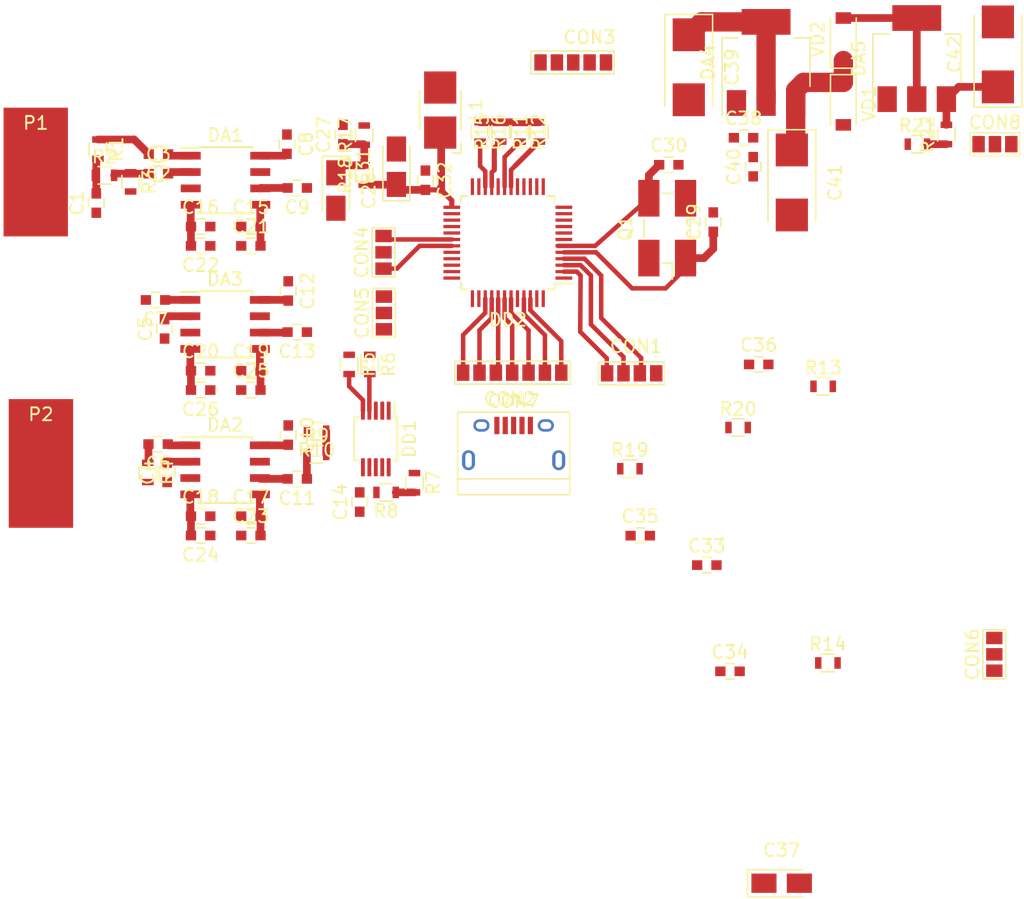
<source format=kicad_pcb>
(kicad_pcb (version 4) (host pcbnew 4.0.5-e0-6337~52~ubuntu16.10.1)

  (general
    (links 188)
    (no_connects 117)
    (area 96.192999 57.789999 179.095 131.025)
    (thickness 1.6)
    (drawings 0)
    (tracks 164)
    (zones 0)
    (modules 85)
    (nets 80)
  )

  (page A4)
  (layers
    (0 F.Cu signal)
    (31 B.Cu signal)
    (32 B.Adhes user hide)
    (33 F.Adhes user hide)
    (34 B.Paste user hide)
    (35 F.Paste user hide)
    (36 B.SilkS user hide)
    (37 F.SilkS user hide)
    (38 B.Mask user hide)
    (39 F.Mask user hide)
    (40 Dwgs.User user hide)
    (41 Cmts.User user hide)
    (42 Eco1.User user hide)
    (43 Eco2.User user hide)
    (44 Edge.Cuts user hide)
    (45 Margin user hide)
    (46 B.CrtYd user hide)
    (47 F.CrtYd user)
    (48 B.Fab user hide)
    (49 F.Fab user hide)
  )

  (setup
    (last_trace_width 0.35)
    (user_trace_width 0.2)
    (user_trace_width 0.35)
    (user_trace_width 0.4)
    (user_trace_width 0.6)
    (trace_clearance 0.2)
    (zone_clearance 0.508)
    (zone_45_only no)
    (trace_min 0.2)
    (segment_width 0.2)
    (edge_width 0.15)
    (via_size 0.8)
    (via_drill 0.6)
    (via_min_size 0.8)
    (via_min_drill 0.6)
    (user_via 0.8 0.6)
    (user_via 1 0.8)
    (uvia_size 0.3)
    (uvia_drill 0.1)
    (uvias_allowed no)
    (uvia_min_size 0.2)
    (uvia_min_drill 0.1)
    (pcb_text_width 0.3)
    (pcb_text_size 1.5 1.5)
    (mod_edge_width 0.15)
    (mod_text_size 1 1)
    (mod_text_width 0.15)
    (pad_size 1.524 1.524)
    (pad_drill 0.762)
    (pad_to_mask_clearance 0.2)
    (aux_axis_origin 0 0)
    (visible_elements FFFFEF7F)
    (pcbplotparams
      (layerselection 0x00030_80000001)
      (usegerberextensions false)
      (excludeedgelayer true)
      (linewidth 0.100000)
      (plotframeref false)
      (viasonmask false)
      (mode 1)
      (useauxorigin false)
      (hpglpennumber 1)
      (hpglpenspeed 20)
      (hpglpendiameter 15)
      (hpglpenoverlay 2)
      (psnegative false)
      (psa4output false)
      (plotreference true)
      (plotvalue true)
      (plotinvisibletext false)
      (padsonsilk false)
      (subtractmaskfromsilk false)
      (outputformat 1)
      (mirror false)
      (drillshape 1)
      (scaleselection 1)
      (outputdirectory ""))
  )

  (net 0 "")
  (net 1 "Net-(C1-Pad1)")
  (net 2 "Net-(C1-Pad2)")
  (net 3 "Net-(C2-Pad1)")
  (net 4 "Net-(C2-Pad2)")
  (net 5 "Net-(C3-Pad1)")
  (net 6 "Net-(C3-Pad2)")
  (net 7 GND)
  (net 8 "Net-(C4-Pad2)")
  (net 9 "Net-(C5-Pad2)")
  (net 10 "Net-(C6-Pad1)")
  (net 11 "Net-(C6-Pad2)")
  (net 12 "Net-(C7-Pad1)")
  (net 13 +5V)
  (net 14 "Net-(C11-Pad1)")
  (net 15 "Net-(C9-Pad2)")
  (net 16 "Net-(C11-Pad2)")
  (net 17 "Net-(C13-Pad2)")
  (net 18 +3V3)
  (net 19 "Net-(C15-Pad2)")
  (net 20 "Net-(C16-Pad1)")
  (net 21 "Net-(C17-Pad2)")
  (net 22 "Net-(C18-Pad1)")
  (net 23 "Net-(C19-Pad2)")
  (net 24 "Net-(C20-Pad1)")
  (net 25 "Net-(C21-Pad1)")
  (net 26 "Net-(C22-Pad1)")
  (net 27 "Net-(C23-Pad1)")
  (net 28 "Net-(C24-Pad1)")
  (net 29 "Net-(C25-Pad1)")
  (net 30 "Net-(C26-Pad1)")
  (net 31 "Net-(C27-Pad1)")
  (net 32 "Net-(C29-Pad1)")
  (net 33 "Net-(C30-Pad1)")
  (net 34 "Net-(C31-Pad1)")
  (net 35 "Net-(C37-Pad1)")
  (net 36 "Net-(C37-Pad2)")
  (net 37 "Net-(C42-Pad1)")
  (net 38 "Net-(CON1-Pad4)")
  (net 39 "Net-(CON1-Pad1)")
  (net 40 "Net-(CON1-Pad2)")
  (net 41 "Net-(CON1-Pad3)")
  (net 42 "Net-(CON2-Pad7)")
  (net 43 "Net-(CON2-Pad6)")
  (net 44 "Net-(CON2-Pad5)")
  (net 45 "Net-(CON2-Pad4)")
  (net 46 "Net-(CON2-Pad1)")
  (net 47 "Net-(CON2-Pad2)")
  (net 48 "Net-(CON2-Pad3)")
  (net 49 "Net-(CON3-Pad5)")
  (net 50 "Net-(CON3-Pad4)")
  (net 51 "Net-(CON3-Pad2)")
  (net 52 "Net-(CON3-Pad3)")
  (net 53 "Net-(CON4-Pad1)")
  (net 54 "Net-(CON4-Pad3)")
  (net 55 "Net-(CON5-Pad1)")
  (net 56 "Net-(CON5-Pad3)")
  (net 57 "Net-(CON7-Pad1)")
  (net 58 "Net-(CON7-Pad2)")
  (net 59 "Net-(CON7-Pad3)")
  (net 60 "Net-(CON7-Pad4)")
  (net 61 "Net-(DA1-Pad7)")
  (net 62 "Net-(DA2-Pad7)")
  (net 63 "Net-(DA3-Pad7)")
  (net 64 "Net-(DA5-Pad2)")
  (net 65 "Net-(DD1-Pad2)")
  (net 66 "Net-(DD1-Pad3)")
  (net 67 "Net-(DD1-Pad4)")
  (net 68 "Net-(DD1-Pad6)")
  (net 69 "Net-(DD1-Pad9)")
  (net 70 "Net-(DD1-Pad10)")
  (net 71 "Net-(DD2-Pad7)")
  (net 72 "Net-(DD2-Pad10)")
  (net 73 "Net-(DD2-Pad16)")
  (net 74 "Net-(DD2-Pad20)")
  (net 75 "Net-(DD2-Pad28)")
  (net 76 "Net-(DD2-Pad29)")
  (net 77 "Net-(DD2-Pad35)")
  (net 78 "Net-(DD2-Pad36)")
  (net 79 "Net-(R19-Pad1)")

  (net_class Default "This is the default net class."
    (clearance 0.2)
    (trace_width 0.6)
    (via_dia 0.8)
    (via_drill 0.6)
    (uvia_dia 0.3)
    (uvia_drill 0.1)
    (add_net "Net-(C1-Pad1)")
    (add_net "Net-(C1-Pad2)")
    (add_net "Net-(C11-Pad1)")
    (add_net "Net-(C11-Pad2)")
    (add_net "Net-(C13-Pad2)")
    (add_net "Net-(C15-Pad2)")
    (add_net "Net-(C16-Pad1)")
    (add_net "Net-(C17-Pad2)")
    (add_net "Net-(C18-Pad1)")
    (add_net "Net-(C19-Pad2)")
    (add_net "Net-(C2-Pad1)")
    (add_net "Net-(C2-Pad2)")
    (add_net "Net-(C20-Pad1)")
    (add_net "Net-(C21-Pad1)")
    (add_net "Net-(C22-Pad1)")
    (add_net "Net-(C23-Pad1)")
    (add_net "Net-(C24-Pad1)")
    (add_net "Net-(C25-Pad1)")
    (add_net "Net-(C26-Pad1)")
    (add_net "Net-(C27-Pad1)")
    (add_net "Net-(C29-Pad1)")
    (add_net "Net-(C3-Pad1)")
    (add_net "Net-(C3-Pad2)")
    (add_net "Net-(C30-Pad1)")
    (add_net "Net-(C31-Pad1)")
    (add_net "Net-(C37-Pad1)")
    (add_net "Net-(C37-Pad2)")
    (add_net "Net-(C4-Pad2)")
    (add_net "Net-(C42-Pad1)")
    (add_net "Net-(C5-Pad2)")
    (add_net "Net-(C6-Pad1)")
    (add_net "Net-(C6-Pad2)")
    (add_net "Net-(C7-Pad1)")
    (add_net "Net-(C9-Pad2)")
    (add_net "Net-(CON1-Pad1)")
    (add_net "Net-(CON1-Pad2)")
    (add_net "Net-(CON1-Pad3)")
    (add_net "Net-(CON1-Pad4)")
    (add_net "Net-(CON2-Pad1)")
    (add_net "Net-(CON2-Pad2)")
    (add_net "Net-(CON2-Pad3)")
    (add_net "Net-(CON2-Pad4)")
    (add_net "Net-(CON2-Pad5)")
    (add_net "Net-(CON2-Pad6)")
    (add_net "Net-(CON2-Pad7)")
    (add_net "Net-(CON3-Pad2)")
    (add_net "Net-(CON3-Pad3)")
    (add_net "Net-(CON3-Pad4)")
    (add_net "Net-(CON3-Pad5)")
    (add_net "Net-(CON4-Pad1)")
    (add_net "Net-(CON4-Pad3)")
    (add_net "Net-(CON5-Pad1)")
    (add_net "Net-(CON5-Pad3)")
    (add_net "Net-(CON7-Pad1)")
    (add_net "Net-(CON7-Pad2)")
    (add_net "Net-(CON7-Pad3)")
    (add_net "Net-(CON7-Pad4)")
    (add_net "Net-(DA1-Pad7)")
    (add_net "Net-(DA2-Pad7)")
    (add_net "Net-(DA3-Pad7)")
    (add_net "Net-(DA5-Pad2)")
    (add_net "Net-(DD1-Pad10)")
    (add_net "Net-(DD1-Pad2)")
    (add_net "Net-(DD1-Pad3)")
    (add_net "Net-(DD1-Pad4)")
    (add_net "Net-(DD1-Pad6)")
    (add_net "Net-(DD1-Pad9)")
    (add_net "Net-(DD2-Pad10)")
    (add_net "Net-(DD2-Pad16)")
    (add_net "Net-(DD2-Pad20)")
    (add_net "Net-(DD2-Pad28)")
    (add_net "Net-(DD2-Pad29)")
    (add_net "Net-(DD2-Pad35)")
    (add_net "Net-(DD2-Pad36)")
    (add_net "Net-(DD2-Pad7)")
    (add_net "Net-(R19-Pad1)")
  )

  (net_class micro ""
    (clearance 0.25)
    (trace_width 0.4)
    (via_dia 0.8)
    (via_drill 0.6)
    (uvia_dia 0.3)
    (uvia_drill 0.1)
  )

  (net_class power ""
    (clearance 0.6)
    (trace_width 1.5)
    (via_dia 0.8)
    (via_drill 0.6)
    (uvia_dia 0.3)
    (uvia_drill 0.1)
    (add_net +3V3)
    (add_net +5V)
    (add_net GND)
  )

  (module Housings_SOIC:SOIC-8_3.9x4.9mm_Pitch1.27mm (layer F.Cu) (tedit 58CD0CDA) (tstamp 58F622D6)
    (at 114.3 72.39)
    (descr "8-Lead Plastic Small Outline (SN) - Narrow, 3.90 mm Body [SOIC] (see Microchip Packaging Specification 00000049BS.pdf)")
    (tags "SOIC 1.27")
    (path /58EFC4B2)
    (attr smd)
    (fp_text reference DA1 (at 0 -3.5) (layer F.SilkS)
      (effects (font (size 1 1) (thickness 0.15)))
    )
    (fp_text value SA612 (at 0 3.5) (layer F.Fab)
      (effects (font (size 1 1) (thickness 0.15)))
    )
    (fp_text user %R (at 0 0) (layer F.Fab)
      (effects (font (size 1 1) (thickness 0.15)))
    )
    (fp_line (start -0.95 -2.45) (end 1.95 -2.45) (layer F.Fab) (width 0.1))
    (fp_line (start 1.95 -2.45) (end 1.95 2.45) (layer F.Fab) (width 0.1))
    (fp_line (start 1.95 2.45) (end -1.95 2.45) (layer F.Fab) (width 0.1))
    (fp_line (start -1.95 2.45) (end -1.95 -1.45) (layer F.Fab) (width 0.1))
    (fp_line (start -1.95 -1.45) (end -0.95 -2.45) (layer F.Fab) (width 0.1))
    (fp_line (start -3.73 -2.7) (end -3.73 2.7) (layer F.CrtYd) (width 0.05))
    (fp_line (start 3.73 -2.7) (end 3.73 2.7) (layer F.CrtYd) (width 0.05))
    (fp_line (start -3.73 -2.7) (end 3.73 -2.7) (layer F.CrtYd) (width 0.05))
    (fp_line (start -3.73 2.7) (end 3.73 2.7) (layer F.CrtYd) (width 0.05))
    (fp_line (start -2.075 -2.575) (end -2.075 -2.525) (layer F.SilkS) (width 0.15))
    (fp_line (start 2.075 -2.575) (end 2.075 -2.43) (layer F.SilkS) (width 0.15))
    (fp_line (start 2.075 2.575) (end 2.075 2.43) (layer F.SilkS) (width 0.15))
    (fp_line (start -2.075 2.575) (end -2.075 2.43) (layer F.SilkS) (width 0.15))
    (fp_line (start -2.075 -2.575) (end 2.075 -2.575) (layer F.SilkS) (width 0.15))
    (fp_line (start -2.075 2.575) (end 2.075 2.575) (layer F.SilkS) (width 0.15))
    (fp_line (start -2.075 -2.525) (end -3.475 -2.525) (layer F.SilkS) (width 0.15))
    (pad 1 smd rect (at -2.7 -1.905) (size 1.55 0.6) (layers F.Cu F.Paste F.Mask)
      (net 3 "Net-(C2-Pad1)"))
    (pad 2 smd rect (at -2.7 -0.635) (size 1.55 0.6) (layers F.Cu F.Paste F.Mask)
      (net 6 "Net-(C3-Pad2)"))
    (pad 3 smd rect (at -2.7 0.635) (size 1.55 0.6) (layers F.Cu F.Paste F.Mask)
      (net 7 GND))
    (pad 4 smd rect (at -2.7 1.905) (size 1.55 0.6) (layers F.Cu F.Paste F.Mask)
      (net 20 "Net-(C16-Pad1)"))
    (pad 5 smd rect (at 2.7 1.905) (size 1.55 0.6) (layers F.Cu F.Paste F.Mask)
      (net 19 "Net-(C15-Pad2)"))
    (pad 6 smd rect (at 2.7 0.635) (size 1.55 0.6) (layers F.Cu F.Paste F.Mask)
      (net 15 "Net-(C9-Pad2)"))
    (pad 7 smd rect (at 2.7 -0.635) (size 1.55 0.6) (layers F.Cu F.Paste F.Mask)
      (net 61 "Net-(DA1-Pad7)"))
    (pad 8 smd rect (at 2.7 -1.905) (size 1.55 0.6) (layers F.Cu F.Paste F.Mask)
      (net 13 +5V))
    (model Housings_SOIC.3dshapes/SOIC-8_3.9x4.9mm_Pitch1.27mm.wrl
      (at (xyz 0 0 0))
      (scale (xyz 1 1 1))
      (rotate (xyz 0 0 0))
    )
  )

  (module Capacitors_SMD:C_0603 (layer F.Cu) (tedit 58AA844E) (tstamp 58F62169)
    (at 109.093 70.358 180)
    (descr "Capacitor SMD 0603, reflow soldering, AVX (see smccp.pdf)")
    (tags "capacitor 0603")
    (path /58EFC4E1)
    (attr smd)
    (fp_text reference C2 (at 0 -1.5 180) (layer F.SilkS)
      (effects (font (size 1 1) (thickness 0.15)))
    )
    (fp_text value 0.1 (at 0 1.5 180) (layer F.Fab)
      (effects (font (size 1 1) (thickness 0.15)))
    )
    (fp_text user %R (at 0 -1.5 180) (layer F.Fab)
      (effects (font (size 1 1) (thickness 0.15)))
    )
    (fp_line (start -0.8 0.4) (end -0.8 -0.4) (layer F.Fab) (width 0.1))
    (fp_line (start 0.8 0.4) (end -0.8 0.4) (layer F.Fab) (width 0.1))
    (fp_line (start 0.8 -0.4) (end 0.8 0.4) (layer F.Fab) (width 0.1))
    (fp_line (start -0.8 -0.4) (end 0.8 -0.4) (layer F.Fab) (width 0.1))
    (fp_line (start -0.35 -0.6) (end 0.35 -0.6) (layer F.SilkS) (width 0.12))
    (fp_line (start 0.35 0.6) (end -0.35 0.6) (layer F.SilkS) (width 0.12))
    (fp_line (start -1.4 -0.65) (end 1.4 -0.65) (layer F.CrtYd) (width 0.05))
    (fp_line (start -1.4 -0.65) (end -1.4 0.65) (layer F.CrtYd) (width 0.05))
    (fp_line (start 1.4 0.65) (end 1.4 -0.65) (layer F.CrtYd) (width 0.05))
    (fp_line (start 1.4 0.65) (end -1.4 0.65) (layer F.CrtYd) (width 0.05))
    (pad 1 smd rect (at -0.75 0 180) (size 0.8 0.75) (layers F.Cu F.Paste F.Mask)
      (net 3 "Net-(C2-Pad1)"))
    (pad 2 smd rect (at 0.75 0 180) (size 0.8 0.75) (layers F.Cu F.Paste F.Mask)
      (net 4 "Net-(C2-Pad2)"))
    (model Capacitors_SMD.3dshapes/C_0603.wrl
      (at (xyz 0 0 0))
      (scale (xyz 1 1 1))
      (rotate (xyz 0 0 0))
    )
  )

  (module Capacitors_SMD:C_0603 (layer F.Cu) (tedit 58AA844E) (tstamp 58F62163)
    (at 104.267 74.168 90)
    (descr "Capacitor SMD 0603, reflow soldering, AVX (see smccp.pdf)")
    (tags "capacitor 0603")
    (path /58F66864)
    (attr smd)
    (fp_text reference C1 (at 0 -1.5 90) (layer F.SilkS)
      (effects (font (size 1 1) (thickness 0.15)))
    )
    (fp_text value 0.1 (at 0 1.5 90) (layer F.Fab)
      (effects (font (size 1 1) (thickness 0.15)))
    )
    (fp_text user %R (at 0 -1.5 90) (layer F.Fab)
      (effects (font (size 1 1) (thickness 0.15)))
    )
    (fp_line (start -0.8 0.4) (end -0.8 -0.4) (layer F.Fab) (width 0.1))
    (fp_line (start 0.8 0.4) (end -0.8 0.4) (layer F.Fab) (width 0.1))
    (fp_line (start 0.8 -0.4) (end 0.8 0.4) (layer F.Fab) (width 0.1))
    (fp_line (start -0.8 -0.4) (end 0.8 -0.4) (layer F.Fab) (width 0.1))
    (fp_line (start -0.35 -0.6) (end 0.35 -0.6) (layer F.SilkS) (width 0.12))
    (fp_line (start 0.35 0.6) (end -0.35 0.6) (layer F.SilkS) (width 0.12))
    (fp_line (start -1.4 -0.65) (end 1.4 -0.65) (layer F.CrtYd) (width 0.05))
    (fp_line (start -1.4 -0.65) (end -1.4 0.65) (layer F.CrtYd) (width 0.05))
    (fp_line (start 1.4 0.65) (end 1.4 -0.65) (layer F.CrtYd) (width 0.05))
    (fp_line (start 1.4 0.65) (end -1.4 0.65) (layer F.CrtYd) (width 0.05))
    (pad 1 smd rect (at -0.75 0 90) (size 0.8 0.75) (layers F.Cu F.Paste F.Mask)
      (net 1 "Net-(C1-Pad1)"))
    (pad 2 smd rect (at 0.75 0 90) (size 0.8 0.75) (layers F.Cu F.Paste F.Mask)
      (net 2 "Net-(C1-Pad2)"))
    (model Capacitors_SMD.3dshapes/C_0603.wrl
      (at (xyz 0 0 0))
      (scale (xyz 1 1 1))
      (rotate (xyz 0 0 0))
    )
  )

  (module Capacitors_SMD:C_0603 (layer F.Cu) (tedit 58AA844E) (tstamp 58F6216F)
    (at 109.093 71.882)
    (descr "Capacitor SMD 0603, reflow soldering, AVX (see smccp.pdf)")
    (tags "capacitor 0603")
    (path /58EFC4D5)
    (attr smd)
    (fp_text reference C3 (at 0 -1.5) (layer F.SilkS)
      (effects (font (size 1 1) (thickness 0.15)))
    )
    (fp_text value 0.1 (at 0 1.5) (layer F.Fab)
      (effects (font (size 1 1) (thickness 0.15)))
    )
    (fp_text user %R (at 0 -1.5) (layer F.Fab)
      (effects (font (size 1 1) (thickness 0.15)))
    )
    (fp_line (start -0.8 0.4) (end -0.8 -0.4) (layer F.Fab) (width 0.1))
    (fp_line (start 0.8 0.4) (end -0.8 0.4) (layer F.Fab) (width 0.1))
    (fp_line (start 0.8 -0.4) (end 0.8 0.4) (layer F.Fab) (width 0.1))
    (fp_line (start -0.8 -0.4) (end 0.8 -0.4) (layer F.Fab) (width 0.1))
    (fp_line (start -0.35 -0.6) (end 0.35 -0.6) (layer F.SilkS) (width 0.12))
    (fp_line (start 0.35 0.6) (end -0.35 0.6) (layer F.SilkS) (width 0.12))
    (fp_line (start -1.4 -0.65) (end 1.4 -0.65) (layer F.CrtYd) (width 0.05))
    (fp_line (start -1.4 -0.65) (end -1.4 0.65) (layer F.CrtYd) (width 0.05))
    (fp_line (start 1.4 0.65) (end 1.4 -0.65) (layer F.CrtYd) (width 0.05))
    (fp_line (start 1.4 0.65) (end -1.4 0.65) (layer F.CrtYd) (width 0.05))
    (pad 1 smd rect (at -0.75 0) (size 0.8 0.75) (layers F.Cu F.Paste F.Mask)
      (net 5 "Net-(C3-Pad1)"))
    (pad 2 smd rect (at 0.75 0) (size 0.8 0.75) (layers F.Cu F.Paste F.Mask)
      (net 6 "Net-(C3-Pad2)"))
    (model Capacitors_SMD.3dshapes/C_0603.wrl
      (at (xyz 0 0 0))
      (scale (xyz 1 1 1))
      (rotate (xyz 0 0 0))
    )
  )

  (module Capacitors_SMD:C_0603 (layer F.Cu) (tedit 58AA844E) (tstamp 58F62175)
    (at 109.77 95.09 90)
    (descr "Capacitor SMD 0603, reflow soldering, AVX (see smccp.pdf)")
    (tags "capacitor 0603")
    (path /58EFAF5E)
    (attr smd)
    (fp_text reference C4 (at 0 -1.5 90) (layer F.SilkS)
      (effects (font (size 1 1) (thickness 0.15)))
    )
    (fp_text value 0.1 (at 0 1.5 90) (layer F.Fab)
      (effects (font (size 1 1) (thickness 0.15)))
    )
    (fp_text user %R (at 0 -1.5 90) (layer F.Fab)
      (effects (font (size 1 1) (thickness 0.15)))
    )
    (fp_line (start -0.8 0.4) (end -0.8 -0.4) (layer F.Fab) (width 0.1))
    (fp_line (start 0.8 0.4) (end -0.8 0.4) (layer F.Fab) (width 0.1))
    (fp_line (start 0.8 -0.4) (end 0.8 0.4) (layer F.Fab) (width 0.1))
    (fp_line (start -0.8 -0.4) (end 0.8 -0.4) (layer F.Fab) (width 0.1))
    (fp_line (start -0.35 -0.6) (end 0.35 -0.6) (layer F.SilkS) (width 0.12))
    (fp_line (start 0.35 0.6) (end -0.35 0.6) (layer F.SilkS) (width 0.12))
    (fp_line (start -1.4 -0.65) (end 1.4 -0.65) (layer F.CrtYd) (width 0.05))
    (fp_line (start -1.4 -0.65) (end -1.4 0.65) (layer F.CrtYd) (width 0.05))
    (fp_line (start 1.4 0.65) (end 1.4 -0.65) (layer F.CrtYd) (width 0.05))
    (fp_line (start 1.4 0.65) (end -1.4 0.65) (layer F.CrtYd) (width 0.05))
    (pad 1 smd rect (at -0.75 0 90) (size 0.8 0.75) (layers F.Cu F.Paste F.Mask)
      (net 7 GND))
    (pad 2 smd rect (at 0.75 0 90) (size 0.8 0.75) (layers F.Cu F.Paste F.Mask)
      (net 8 "Net-(C4-Pad2)"))
    (model Capacitors_SMD.3dshapes/C_0603.wrl
      (at (xyz 0 0 0))
      (scale (xyz 1 1 1))
      (rotate (xyz 0 0 0))
    )
  )

  (module Capacitors_SMD:C_0603 (layer F.Cu) (tedit 58AA844E) (tstamp 58F6217B)
    (at 109.57 83.94 90)
    (descr "Capacitor SMD 0603, reflow soldering, AVX (see smccp.pdf)")
    (tags "capacitor 0603")
    (path /58EFA3FB)
    (attr smd)
    (fp_text reference C5 (at 0 -1.5 90) (layer F.SilkS)
      (effects (font (size 1 1) (thickness 0.15)))
    )
    (fp_text value 0.1 (at 0 1.5 90) (layer F.Fab)
      (effects (font (size 1 1) (thickness 0.15)))
    )
    (fp_text user %R (at 0 -1.5 90) (layer F.Fab)
      (effects (font (size 1 1) (thickness 0.15)))
    )
    (fp_line (start -0.8 0.4) (end -0.8 -0.4) (layer F.Fab) (width 0.1))
    (fp_line (start 0.8 0.4) (end -0.8 0.4) (layer F.Fab) (width 0.1))
    (fp_line (start 0.8 -0.4) (end 0.8 0.4) (layer F.Fab) (width 0.1))
    (fp_line (start -0.8 -0.4) (end 0.8 -0.4) (layer F.Fab) (width 0.1))
    (fp_line (start -0.35 -0.6) (end 0.35 -0.6) (layer F.SilkS) (width 0.12))
    (fp_line (start 0.35 0.6) (end -0.35 0.6) (layer F.SilkS) (width 0.12))
    (fp_line (start -1.4 -0.65) (end 1.4 -0.65) (layer F.CrtYd) (width 0.05))
    (fp_line (start -1.4 -0.65) (end -1.4 0.65) (layer F.CrtYd) (width 0.05))
    (fp_line (start 1.4 0.65) (end 1.4 -0.65) (layer F.CrtYd) (width 0.05))
    (fp_line (start 1.4 0.65) (end -1.4 0.65) (layer F.CrtYd) (width 0.05))
    (pad 1 smd rect (at -0.75 0 90) (size 0.8 0.75) (layers F.Cu F.Paste F.Mask)
      (net 7 GND))
    (pad 2 smd rect (at 0.75 0 90) (size 0.8 0.75) (layers F.Cu F.Paste F.Mask)
      (net 9 "Net-(C5-Pad2)"))
    (model Capacitors_SMD.3dshapes/C_0603.wrl
      (at (xyz 0 0 0))
      (scale (xyz 1 1 1))
      (rotate (xyz 0 0 0))
    )
  )

  (module Capacitors_SMD:C_0603 (layer F.Cu) (tedit 58AA844E) (tstamp 58F62181)
    (at 109.07 92.89 180)
    (descr "Capacitor SMD 0603, reflow soldering, AVX (see smccp.pdf)")
    (tags "capacitor 0603")
    (path /58EFAF6A)
    (attr smd)
    (fp_text reference C6 (at 0 -1.5 180) (layer F.SilkS)
      (effects (font (size 1 1) (thickness 0.15)))
    )
    (fp_text value 0.1 (at 0 1.5 180) (layer F.Fab)
      (effects (font (size 1 1) (thickness 0.15)))
    )
    (fp_text user %R (at 0 -1.5 180) (layer F.Fab)
      (effects (font (size 1 1) (thickness 0.15)))
    )
    (fp_line (start -0.8 0.4) (end -0.8 -0.4) (layer F.Fab) (width 0.1))
    (fp_line (start 0.8 0.4) (end -0.8 0.4) (layer F.Fab) (width 0.1))
    (fp_line (start 0.8 -0.4) (end 0.8 0.4) (layer F.Fab) (width 0.1))
    (fp_line (start -0.8 -0.4) (end 0.8 -0.4) (layer F.Fab) (width 0.1))
    (fp_line (start -0.35 -0.6) (end 0.35 -0.6) (layer F.SilkS) (width 0.12))
    (fp_line (start 0.35 0.6) (end -0.35 0.6) (layer F.SilkS) (width 0.12))
    (fp_line (start -1.4 -0.65) (end 1.4 -0.65) (layer F.CrtYd) (width 0.05))
    (fp_line (start -1.4 -0.65) (end -1.4 0.65) (layer F.CrtYd) (width 0.05))
    (fp_line (start 1.4 0.65) (end 1.4 -0.65) (layer F.CrtYd) (width 0.05))
    (fp_line (start 1.4 0.65) (end -1.4 0.65) (layer F.CrtYd) (width 0.05))
    (pad 1 smd rect (at -0.75 0 180) (size 0.8 0.75) (layers F.Cu F.Paste F.Mask)
      (net 10 "Net-(C6-Pad1)"))
    (pad 2 smd rect (at 0.75 0 180) (size 0.8 0.75) (layers F.Cu F.Paste F.Mask)
      (net 11 "Net-(C6-Pad2)"))
    (model Capacitors_SMD.3dshapes/C_0603.wrl
      (at (xyz 0 0 0))
      (scale (xyz 1 1 1))
      (rotate (xyz 0 0 0))
    )
  )

  (module Capacitors_SMD:C_0603 (layer F.Cu) (tedit 58AA844E) (tstamp 58F62187)
    (at 108.87 81.69 180)
    (descr "Capacitor SMD 0603, reflow soldering, AVX (see smccp.pdf)")
    (tags "capacitor 0603")
    (path /58EFA695)
    (attr smd)
    (fp_text reference C7 (at 0 -1.5 180) (layer F.SilkS)
      (effects (font (size 1 1) (thickness 0.15)))
    )
    (fp_text value 0.1 (at 0 1.5 180) (layer F.Fab)
      (effects (font (size 1 1) (thickness 0.15)))
    )
    (fp_text user %R (at 0 -1.5 180) (layer F.Fab)
      (effects (font (size 1 1) (thickness 0.15)))
    )
    (fp_line (start -0.8 0.4) (end -0.8 -0.4) (layer F.Fab) (width 0.1))
    (fp_line (start 0.8 0.4) (end -0.8 0.4) (layer F.Fab) (width 0.1))
    (fp_line (start 0.8 -0.4) (end 0.8 0.4) (layer F.Fab) (width 0.1))
    (fp_line (start -0.8 -0.4) (end 0.8 -0.4) (layer F.Fab) (width 0.1))
    (fp_line (start -0.35 -0.6) (end 0.35 -0.6) (layer F.SilkS) (width 0.12))
    (fp_line (start 0.35 0.6) (end -0.35 0.6) (layer F.SilkS) (width 0.12))
    (fp_line (start -1.4 -0.65) (end 1.4 -0.65) (layer F.CrtYd) (width 0.05))
    (fp_line (start -1.4 -0.65) (end -1.4 0.65) (layer F.CrtYd) (width 0.05))
    (fp_line (start 1.4 0.65) (end 1.4 -0.65) (layer F.CrtYd) (width 0.05))
    (fp_line (start 1.4 0.65) (end -1.4 0.65) (layer F.CrtYd) (width 0.05))
    (pad 1 smd rect (at -0.75 0 180) (size 0.8 0.75) (layers F.Cu F.Paste F.Mask)
      (net 12 "Net-(C7-Pad1)"))
    (pad 2 smd rect (at 0.75 0 180) (size 0.8 0.75) (layers F.Cu F.Paste F.Mask)
      (net 1 "Net-(C1-Pad1)"))
    (model Capacitors_SMD.3dshapes/C_0603.wrl
      (at (xyz 0 0 0))
      (scale (xyz 1 1 1))
      (rotate (xyz 0 0 0))
    )
  )

  (module Capacitors_SMD:C_0603 (layer F.Cu) (tedit 58AA844E) (tstamp 58F6218D)
    (at 119.07 69.59 270)
    (descr "Capacitor SMD 0603, reflow soldering, AVX (see smccp.pdf)")
    (tags "capacitor 0603")
    (path /58EFC4C6)
    (attr smd)
    (fp_text reference C8 (at 0 -1.5 270) (layer F.SilkS)
      (effects (font (size 1 1) (thickness 0.15)))
    )
    (fp_text value 0.1 (at 0 1.5 270) (layer F.Fab)
      (effects (font (size 1 1) (thickness 0.15)))
    )
    (fp_text user %R (at 0 -1.5 270) (layer F.Fab)
      (effects (font (size 1 1) (thickness 0.15)))
    )
    (fp_line (start -0.8 0.4) (end -0.8 -0.4) (layer F.Fab) (width 0.1))
    (fp_line (start 0.8 0.4) (end -0.8 0.4) (layer F.Fab) (width 0.1))
    (fp_line (start 0.8 -0.4) (end 0.8 0.4) (layer F.Fab) (width 0.1))
    (fp_line (start -0.8 -0.4) (end 0.8 -0.4) (layer F.Fab) (width 0.1))
    (fp_line (start -0.35 -0.6) (end 0.35 -0.6) (layer F.SilkS) (width 0.12))
    (fp_line (start 0.35 0.6) (end -0.35 0.6) (layer F.SilkS) (width 0.12))
    (fp_line (start -1.4 -0.65) (end 1.4 -0.65) (layer F.CrtYd) (width 0.05))
    (fp_line (start -1.4 -0.65) (end -1.4 0.65) (layer F.CrtYd) (width 0.05))
    (fp_line (start 1.4 0.65) (end 1.4 -0.65) (layer F.CrtYd) (width 0.05))
    (fp_line (start 1.4 0.65) (end -1.4 0.65) (layer F.CrtYd) (width 0.05))
    (pad 1 smd rect (at -0.75 0 270) (size 0.8 0.75) (layers F.Cu F.Paste F.Mask)
      (net 7 GND))
    (pad 2 smd rect (at 0.75 0 270) (size 0.8 0.75) (layers F.Cu F.Paste F.Mask)
      (net 13 +5V))
    (model Capacitors_SMD.3dshapes/C_0603.wrl
      (at (xyz 0 0 0))
      (scale (xyz 1 1 1))
      (rotate (xyz 0 0 0))
    )
  )

  (module Capacitors_SMD:C_0603 (layer F.Cu) (tedit 58AA844E) (tstamp 58F62193)
    (at 119.87 72.99 180)
    (descr "Capacitor SMD 0603, reflow soldering, AVX (see smccp.pdf)")
    (tags "capacitor 0603")
    (path /58EFF1EA)
    (attr smd)
    (fp_text reference C9 (at 0 -1.5 180) (layer F.SilkS)
      (effects (font (size 1 1) (thickness 0.15)))
    )
    (fp_text value 0.1 (at 0 1.5 180) (layer F.Fab)
      (effects (font (size 1 1) (thickness 0.15)))
    )
    (fp_text user %R (at 0 -1.5 180) (layer F.Fab)
      (effects (font (size 1 1) (thickness 0.15)))
    )
    (fp_line (start -0.8 0.4) (end -0.8 -0.4) (layer F.Fab) (width 0.1))
    (fp_line (start 0.8 0.4) (end -0.8 0.4) (layer F.Fab) (width 0.1))
    (fp_line (start 0.8 -0.4) (end 0.8 0.4) (layer F.Fab) (width 0.1))
    (fp_line (start -0.8 -0.4) (end 0.8 -0.4) (layer F.Fab) (width 0.1))
    (fp_line (start -0.35 -0.6) (end 0.35 -0.6) (layer F.SilkS) (width 0.12))
    (fp_line (start 0.35 0.6) (end -0.35 0.6) (layer F.SilkS) (width 0.12))
    (fp_line (start -1.4 -0.65) (end 1.4 -0.65) (layer F.CrtYd) (width 0.05))
    (fp_line (start -1.4 -0.65) (end -1.4 0.65) (layer F.CrtYd) (width 0.05))
    (fp_line (start 1.4 0.65) (end 1.4 -0.65) (layer F.CrtYd) (width 0.05))
    (fp_line (start 1.4 0.65) (end -1.4 0.65) (layer F.CrtYd) (width 0.05))
    (pad 1 smd rect (at -0.75 0 180) (size 0.8 0.75) (layers F.Cu F.Paste F.Mask)
      (net 14 "Net-(C11-Pad1)"))
    (pad 2 smd rect (at 0.75 0 180) (size 0.8 0.75) (layers F.Cu F.Paste F.Mask)
      (net 15 "Net-(C9-Pad2)"))
    (model Capacitors_SMD.3dshapes/C_0603.wrl
      (at (xyz 0 0 0))
      (scale (xyz 1 1 1))
      (rotate (xyz 0 0 0))
    )
  )

  (module Capacitors_SMD:C_0603 (layer F.Cu) (tedit 58AA844E) (tstamp 58F62199)
    (at 119.17 92.19 270)
    (descr "Capacitor SMD 0603, reflow soldering, AVX (see smccp.pdf)")
    (tags "capacitor 0603")
    (path /58EFAF4F)
    (attr smd)
    (fp_text reference C10 (at 0 -1.5 270) (layer F.SilkS)
      (effects (font (size 1 1) (thickness 0.15)))
    )
    (fp_text value 0.1 (at 0 1.5 270) (layer F.Fab)
      (effects (font (size 1 1) (thickness 0.15)))
    )
    (fp_text user %R (at 0 -1.5 270) (layer F.Fab)
      (effects (font (size 1 1) (thickness 0.15)))
    )
    (fp_line (start -0.8 0.4) (end -0.8 -0.4) (layer F.Fab) (width 0.1))
    (fp_line (start 0.8 0.4) (end -0.8 0.4) (layer F.Fab) (width 0.1))
    (fp_line (start 0.8 -0.4) (end 0.8 0.4) (layer F.Fab) (width 0.1))
    (fp_line (start -0.8 -0.4) (end 0.8 -0.4) (layer F.Fab) (width 0.1))
    (fp_line (start -0.35 -0.6) (end 0.35 -0.6) (layer F.SilkS) (width 0.12))
    (fp_line (start 0.35 0.6) (end -0.35 0.6) (layer F.SilkS) (width 0.12))
    (fp_line (start -1.4 -0.65) (end 1.4 -0.65) (layer F.CrtYd) (width 0.05))
    (fp_line (start -1.4 -0.65) (end -1.4 0.65) (layer F.CrtYd) (width 0.05))
    (fp_line (start 1.4 0.65) (end 1.4 -0.65) (layer F.CrtYd) (width 0.05))
    (fp_line (start 1.4 0.65) (end -1.4 0.65) (layer F.CrtYd) (width 0.05))
    (pad 1 smd rect (at -0.75 0 270) (size 0.8 0.75) (layers F.Cu F.Paste F.Mask)
      (net 7 GND))
    (pad 2 smd rect (at 0.75 0 270) (size 0.8 0.75) (layers F.Cu F.Paste F.Mask)
      (net 13 +5V))
    (model Capacitors_SMD.3dshapes/C_0603.wrl
      (at (xyz 0 0 0))
      (scale (xyz 1 1 1))
      (rotate (xyz 0 0 0))
    )
  )

  (module Capacitors_SMD:C_0603 (layer F.Cu) (tedit 58AA844E) (tstamp 58F6219F)
    (at 119.87 95.59 180)
    (descr "Capacitor SMD 0603, reflow soldering, AVX (see smccp.pdf)")
    (tags "capacitor 0603")
    (path /58EFEEEA)
    (attr smd)
    (fp_text reference C11 (at 0 -1.5 180) (layer F.SilkS)
      (effects (font (size 1 1) (thickness 0.15)))
    )
    (fp_text value 0.1 (at 0 1.5 180) (layer F.Fab)
      (effects (font (size 1 1) (thickness 0.15)))
    )
    (fp_text user %R (at 0 -1.5 180) (layer F.Fab)
      (effects (font (size 1 1) (thickness 0.15)))
    )
    (fp_line (start -0.8 0.4) (end -0.8 -0.4) (layer F.Fab) (width 0.1))
    (fp_line (start 0.8 0.4) (end -0.8 0.4) (layer F.Fab) (width 0.1))
    (fp_line (start 0.8 -0.4) (end 0.8 0.4) (layer F.Fab) (width 0.1))
    (fp_line (start -0.8 -0.4) (end 0.8 -0.4) (layer F.Fab) (width 0.1))
    (fp_line (start -0.35 -0.6) (end 0.35 -0.6) (layer F.SilkS) (width 0.12))
    (fp_line (start 0.35 0.6) (end -0.35 0.6) (layer F.SilkS) (width 0.12))
    (fp_line (start -1.4 -0.65) (end 1.4 -0.65) (layer F.CrtYd) (width 0.05))
    (fp_line (start -1.4 -0.65) (end -1.4 0.65) (layer F.CrtYd) (width 0.05))
    (fp_line (start 1.4 0.65) (end 1.4 -0.65) (layer F.CrtYd) (width 0.05))
    (fp_line (start 1.4 0.65) (end -1.4 0.65) (layer F.CrtYd) (width 0.05))
    (pad 1 smd rect (at -0.75 0 180) (size 0.8 0.75) (layers F.Cu F.Paste F.Mask)
      (net 14 "Net-(C11-Pad1)"))
    (pad 2 smd rect (at 0.75 0 180) (size 0.8 0.75) (layers F.Cu F.Paste F.Mask)
      (net 16 "Net-(C11-Pad2)"))
    (model Capacitors_SMD.3dshapes/C_0603.wrl
      (at (xyz 0 0 0))
      (scale (xyz 1 1 1))
      (rotate (xyz 0 0 0))
    )
  )

  (module Capacitors_SMD:C_0603 (layer F.Cu) (tedit 58AA844E) (tstamp 58F621A5)
    (at 119.17 80.99 270)
    (descr "Capacitor SMD 0603, reflow soldering, AVX (see smccp.pdf)")
    (tags "capacitor 0603")
    (path /58EFA170)
    (attr smd)
    (fp_text reference C12 (at 0 -1.5 270) (layer F.SilkS)
      (effects (font (size 1 1) (thickness 0.15)))
    )
    (fp_text value 0.1 (at 0 1.5 270) (layer F.Fab)
      (effects (font (size 1 1) (thickness 0.15)))
    )
    (fp_text user %R (at 0 -1.5 270) (layer F.Fab)
      (effects (font (size 1 1) (thickness 0.15)))
    )
    (fp_line (start -0.8 0.4) (end -0.8 -0.4) (layer F.Fab) (width 0.1))
    (fp_line (start 0.8 0.4) (end -0.8 0.4) (layer F.Fab) (width 0.1))
    (fp_line (start 0.8 -0.4) (end 0.8 0.4) (layer F.Fab) (width 0.1))
    (fp_line (start -0.8 -0.4) (end 0.8 -0.4) (layer F.Fab) (width 0.1))
    (fp_line (start -0.35 -0.6) (end 0.35 -0.6) (layer F.SilkS) (width 0.12))
    (fp_line (start 0.35 0.6) (end -0.35 0.6) (layer F.SilkS) (width 0.12))
    (fp_line (start -1.4 -0.65) (end 1.4 -0.65) (layer F.CrtYd) (width 0.05))
    (fp_line (start -1.4 -0.65) (end -1.4 0.65) (layer F.CrtYd) (width 0.05))
    (fp_line (start 1.4 0.65) (end 1.4 -0.65) (layer F.CrtYd) (width 0.05))
    (fp_line (start 1.4 0.65) (end -1.4 0.65) (layer F.CrtYd) (width 0.05))
    (pad 1 smd rect (at -0.75 0 270) (size 0.8 0.75) (layers F.Cu F.Paste F.Mask)
      (net 7 GND))
    (pad 2 smd rect (at 0.75 0 270) (size 0.8 0.75) (layers F.Cu F.Paste F.Mask)
      (net 13 +5V))
    (model Capacitors_SMD.3dshapes/C_0603.wrl
      (at (xyz 0 0 0))
      (scale (xyz 1 1 1))
      (rotate (xyz 0 0 0))
    )
  )

  (module Capacitors_SMD:C_0603 (layer F.Cu) (tedit 58AA844E) (tstamp 58F621AB)
    (at 119.87 84.19 180)
    (descr "Capacitor SMD 0603, reflow soldering, AVX (see smccp.pdf)")
    (tags "capacitor 0603")
    (path /58EFECD6)
    (attr smd)
    (fp_text reference C13 (at 0 -1.5 180) (layer F.SilkS)
      (effects (font (size 1 1) (thickness 0.15)))
    )
    (fp_text value 0.1 (at 0 1.5 180) (layer F.Fab)
      (effects (font (size 1 1) (thickness 0.15)))
    )
    (fp_text user %R (at 0 -1.5 180) (layer F.Fab)
      (effects (font (size 1 1) (thickness 0.15)))
    )
    (fp_line (start -0.8 0.4) (end -0.8 -0.4) (layer F.Fab) (width 0.1))
    (fp_line (start 0.8 0.4) (end -0.8 0.4) (layer F.Fab) (width 0.1))
    (fp_line (start 0.8 -0.4) (end 0.8 0.4) (layer F.Fab) (width 0.1))
    (fp_line (start -0.8 -0.4) (end 0.8 -0.4) (layer F.Fab) (width 0.1))
    (fp_line (start -0.35 -0.6) (end 0.35 -0.6) (layer F.SilkS) (width 0.12))
    (fp_line (start 0.35 0.6) (end -0.35 0.6) (layer F.SilkS) (width 0.12))
    (fp_line (start -1.4 -0.65) (end 1.4 -0.65) (layer F.CrtYd) (width 0.05))
    (fp_line (start -1.4 -0.65) (end -1.4 0.65) (layer F.CrtYd) (width 0.05))
    (fp_line (start 1.4 0.65) (end 1.4 -0.65) (layer F.CrtYd) (width 0.05))
    (fp_line (start 1.4 0.65) (end -1.4 0.65) (layer F.CrtYd) (width 0.05))
    (pad 1 smd rect (at -0.75 0 180) (size 0.8 0.75) (layers F.Cu F.Paste F.Mask)
      (net 14 "Net-(C11-Pad1)"))
    (pad 2 smd rect (at 0.75 0 180) (size 0.8 0.75) (layers F.Cu F.Paste F.Mask)
      (net 17 "Net-(C13-Pad2)"))
    (model Capacitors_SMD.3dshapes/C_0603.wrl
      (at (xyz 0 0 0))
      (scale (xyz 1 1 1))
      (rotate (xyz 0 0 0))
    )
  )

  (module Capacitors_SMD:C_0603 (layer F.Cu) (tedit 58AA844E) (tstamp 58F621B1)
    (at 124.72 97.39 90)
    (descr "Capacitor SMD 0603, reflow soldering, AVX (see smccp.pdf)")
    (tags "capacitor 0603")
    (path /58EFCE9E)
    (attr smd)
    (fp_text reference C14 (at 0 -1.5 90) (layer F.SilkS)
      (effects (font (size 1 1) (thickness 0.15)))
    )
    (fp_text value 0.1 (at 0 1.5 90) (layer F.Fab)
      (effects (font (size 1 1) (thickness 0.15)))
    )
    (fp_text user %R (at 0 -1.5 90) (layer F.Fab)
      (effects (font (size 1 1) (thickness 0.15)))
    )
    (fp_line (start -0.8 0.4) (end -0.8 -0.4) (layer F.Fab) (width 0.1))
    (fp_line (start 0.8 0.4) (end -0.8 0.4) (layer F.Fab) (width 0.1))
    (fp_line (start 0.8 -0.4) (end 0.8 0.4) (layer F.Fab) (width 0.1))
    (fp_line (start -0.8 -0.4) (end 0.8 -0.4) (layer F.Fab) (width 0.1))
    (fp_line (start -0.35 -0.6) (end 0.35 -0.6) (layer F.SilkS) (width 0.12))
    (fp_line (start 0.35 0.6) (end -0.35 0.6) (layer F.SilkS) (width 0.12))
    (fp_line (start -1.4 -0.65) (end 1.4 -0.65) (layer F.CrtYd) (width 0.05))
    (fp_line (start -1.4 -0.65) (end -1.4 0.65) (layer F.CrtYd) (width 0.05))
    (fp_line (start 1.4 0.65) (end 1.4 -0.65) (layer F.CrtYd) (width 0.05))
    (fp_line (start 1.4 0.65) (end -1.4 0.65) (layer F.CrtYd) (width 0.05))
    (pad 1 smd rect (at -0.75 0 90) (size 0.8 0.75) (layers F.Cu F.Paste F.Mask)
      (net 7 GND))
    (pad 2 smd rect (at 0.75 0 90) (size 0.8 0.75) (layers F.Cu F.Paste F.Mask)
      (net 18 +3V3))
    (model Capacitors_SMD.3dshapes/C_0603.wrl
      (at (xyz 0 0 0))
      (scale (xyz 1 1 1))
      (rotate (xyz 0 0 0))
    )
  )

  (module Capacitors_SMD:C_0603 (layer F.Cu) (tedit 58AA844E) (tstamp 58F621B7)
    (at 116.27 75.99)
    (descr "Capacitor SMD 0603, reflow soldering, AVX (see smccp.pdf)")
    (tags "capacitor 0603")
    (path /58F16566)
    (attr smd)
    (fp_text reference C15 (at 0 -1.5) (layer F.SilkS)
      (effects (font (size 1 1) (thickness 0.15)))
    )
    (fp_text value 0.1 (at 0 1.5) (layer F.Fab)
      (effects (font (size 1 1) (thickness 0.15)))
    )
    (fp_text user %R (at 0 -1.5) (layer F.Fab)
      (effects (font (size 1 1) (thickness 0.15)))
    )
    (fp_line (start -0.8 0.4) (end -0.8 -0.4) (layer F.Fab) (width 0.1))
    (fp_line (start 0.8 0.4) (end -0.8 0.4) (layer F.Fab) (width 0.1))
    (fp_line (start 0.8 -0.4) (end 0.8 0.4) (layer F.Fab) (width 0.1))
    (fp_line (start -0.8 -0.4) (end 0.8 -0.4) (layer F.Fab) (width 0.1))
    (fp_line (start -0.35 -0.6) (end 0.35 -0.6) (layer F.SilkS) (width 0.12))
    (fp_line (start 0.35 0.6) (end -0.35 0.6) (layer F.SilkS) (width 0.12))
    (fp_line (start -1.4 -0.65) (end 1.4 -0.65) (layer F.CrtYd) (width 0.05))
    (fp_line (start -1.4 -0.65) (end -1.4 0.65) (layer F.CrtYd) (width 0.05))
    (fp_line (start 1.4 0.65) (end 1.4 -0.65) (layer F.CrtYd) (width 0.05))
    (fp_line (start 1.4 0.65) (end -1.4 0.65) (layer F.CrtYd) (width 0.05))
    (pad 1 smd rect (at -0.75 0) (size 0.8 0.75) (layers F.Cu F.Paste F.Mask)
      (net 7 GND))
    (pad 2 smd rect (at 0.75 0) (size 0.8 0.75) (layers F.Cu F.Paste F.Mask)
      (net 19 "Net-(C15-Pad2)"))
    (model Capacitors_SMD.3dshapes/C_0603.wrl
      (at (xyz 0 0 0))
      (scale (xyz 1 1 1))
      (rotate (xyz 0 0 0))
    )
  )

  (module Capacitors_SMD:C_0603 (layer F.Cu) (tedit 58AA844E) (tstamp 58F621BD)
    (at 112.37 75.99)
    (descr "Capacitor SMD 0603, reflow soldering, AVX (see smccp.pdf)")
    (tags "capacitor 0603")
    (path /58F1656C)
    (attr smd)
    (fp_text reference C16 (at 0 -1.5) (layer F.SilkS)
      (effects (font (size 1 1) (thickness 0.15)))
    )
    (fp_text value 0.1 (at 0 1.5) (layer F.Fab)
      (effects (font (size 1 1) (thickness 0.15)))
    )
    (fp_text user %R (at 0 -1.5) (layer F.Fab)
      (effects (font (size 1 1) (thickness 0.15)))
    )
    (fp_line (start -0.8 0.4) (end -0.8 -0.4) (layer F.Fab) (width 0.1))
    (fp_line (start 0.8 0.4) (end -0.8 0.4) (layer F.Fab) (width 0.1))
    (fp_line (start 0.8 -0.4) (end 0.8 0.4) (layer F.Fab) (width 0.1))
    (fp_line (start -0.8 -0.4) (end 0.8 -0.4) (layer F.Fab) (width 0.1))
    (fp_line (start -0.35 -0.6) (end 0.35 -0.6) (layer F.SilkS) (width 0.12))
    (fp_line (start 0.35 0.6) (end -0.35 0.6) (layer F.SilkS) (width 0.12))
    (fp_line (start -1.4 -0.65) (end 1.4 -0.65) (layer F.CrtYd) (width 0.05))
    (fp_line (start -1.4 -0.65) (end -1.4 0.65) (layer F.CrtYd) (width 0.05))
    (fp_line (start 1.4 0.65) (end 1.4 -0.65) (layer F.CrtYd) (width 0.05))
    (fp_line (start 1.4 0.65) (end -1.4 0.65) (layer F.CrtYd) (width 0.05))
    (pad 1 smd rect (at -0.75 0) (size 0.8 0.75) (layers F.Cu F.Paste F.Mask)
      (net 20 "Net-(C16-Pad1)"))
    (pad 2 smd rect (at 0.75 0) (size 0.8 0.75) (layers F.Cu F.Paste F.Mask)
      (net 7 GND))
    (model Capacitors_SMD.3dshapes/C_0603.wrl
      (at (xyz 0 0 0))
      (scale (xyz 1 1 1))
      (rotate (xyz 0 0 0))
    )
  )

  (module Capacitors_SMD:C_0603 (layer F.Cu) (tedit 58AA844E) (tstamp 58F621C3)
    (at 116.27 98.49)
    (descr "Capacitor SMD 0603, reflow soldering, AVX (see smccp.pdf)")
    (tags "capacitor 0603")
    (path /58F15B4A)
    (attr smd)
    (fp_text reference C17 (at 0 -1.5) (layer F.SilkS)
      (effects (font (size 1 1) (thickness 0.15)))
    )
    (fp_text value 0.1 (at 0 1.5) (layer F.Fab)
      (effects (font (size 1 1) (thickness 0.15)))
    )
    (fp_text user %R (at 0 -1.5) (layer F.Fab)
      (effects (font (size 1 1) (thickness 0.15)))
    )
    (fp_line (start -0.8 0.4) (end -0.8 -0.4) (layer F.Fab) (width 0.1))
    (fp_line (start 0.8 0.4) (end -0.8 0.4) (layer F.Fab) (width 0.1))
    (fp_line (start 0.8 -0.4) (end 0.8 0.4) (layer F.Fab) (width 0.1))
    (fp_line (start -0.8 -0.4) (end 0.8 -0.4) (layer F.Fab) (width 0.1))
    (fp_line (start -0.35 -0.6) (end 0.35 -0.6) (layer F.SilkS) (width 0.12))
    (fp_line (start 0.35 0.6) (end -0.35 0.6) (layer F.SilkS) (width 0.12))
    (fp_line (start -1.4 -0.65) (end 1.4 -0.65) (layer F.CrtYd) (width 0.05))
    (fp_line (start -1.4 -0.65) (end -1.4 0.65) (layer F.CrtYd) (width 0.05))
    (fp_line (start 1.4 0.65) (end 1.4 -0.65) (layer F.CrtYd) (width 0.05))
    (fp_line (start 1.4 0.65) (end -1.4 0.65) (layer F.CrtYd) (width 0.05))
    (pad 1 smd rect (at -0.75 0) (size 0.8 0.75) (layers F.Cu F.Paste F.Mask)
      (net 7 GND))
    (pad 2 smd rect (at 0.75 0) (size 0.8 0.75) (layers F.Cu F.Paste F.Mask)
      (net 21 "Net-(C17-Pad2)"))
    (model Capacitors_SMD.3dshapes/C_0603.wrl
      (at (xyz 0 0 0))
      (scale (xyz 1 1 1))
      (rotate (xyz 0 0 0))
    )
  )

  (module Capacitors_SMD:C_0603 (layer F.Cu) (tedit 58AA844E) (tstamp 58F621C9)
    (at 112.37 98.49)
    (descr "Capacitor SMD 0603, reflow soldering, AVX (see smccp.pdf)")
    (tags "capacitor 0603")
    (path /58F15B50)
    (attr smd)
    (fp_text reference C18 (at 0 -1.5) (layer F.SilkS)
      (effects (font (size 1 1) (thickness 0.15)))
    )
    (fp_text value 0.1 (at 0 1.5) (layer F.Fab)
      (effects (font (size 1 1) (thickness 0.15)))
    )
    (fp_text user %R (at 0 -1.5) (layer F.Fab)
      (effects (font (size 1 1) (thickness 0.15)))
    )
    (fp_line (start -0.8 0.4) (end -0.8 -0.4) (layer F.Fab) (width 0.1))
    (fp_line (start 0.8 0.4) (end -0.8 0.4) (layer F.Fab) (width 0.1))
    (fp_line (start 0.8 -0.4) (end 0.8 0.4) (layer F.Fab) (width 0.1))
    (fp_line (start -0.8 -0.4) (end 0.8 -0.4) (layer F.Fab) (width 0.1))
    (fp_line (start -0.35 -0.6) (end 0.35 -0.6) (layer F.SilkS) (width 0.12))
    (fp_line (start 0.35 0.6) (end -0.35 0.6) (layer F.SilkS) (width 0.12))
    (fp_line (start -1.4 -0.65) (end 1.4 -0.65) (layer F.CrtYd) (width 0.05))
    (fp_line (start -1.4 -0.65) (end -1.4 0.65) (layer F.CrtYd) (width 0.05))
    (fp_line (start 1.4 0.65) (end 1.4 -0.65) (layer F.CrtYd) (width 0.05))
    (fp_line (start 1.4 0.65) (end -1.4 0.65) (layer F.CrtYd) (width 0.05))
    (pad 1 smd rect (at -0.75 0) (size 0.8 0.75) (layers F.Cu F.Paste F.Mask)
      (net 22 "Net-(C18-Pad1)"))
    (pad 2 smd rect (at 0.75 0) (size 0.8 0.75) (layers F.Cu F.Paste F.Mask)
      (net 7 GND))
    (model Capacitors_SMD.3dshapes/C_0603.wrl
      (at (xyz 0 0 0))
      (scale (xyz 1 1 1))
      (rotate (xyz 0 0 0))
    )
  )

  (module Capacitors_SMD:C_0603 (layer F.Cu) (tedit 58AA844E) (tstamp 58F621CF)
    (at 116.27 87.19)
    (descr "Capacitor SMD 0603, reflow soldering, AVX (see smccp.pdf)")
    (tags "capacitor 0603")
    (path /58F0F5BB)
    (attr smd)
    (fp_text reference C19 (at 0 -1.5) (layer F.SilkS)
      (effects (font (size 1 1) (thickness 0.15)))
    )
    (fp_text value 0.1 (at 0 1.5) (layer F.Fab)
      (effects (font (size 1 1) (thickness 0.15)))
    )
    (fp_text user %R (at 0 -1.5) (layer F.Fab)
      (effects (font (size 1 1) (thickness 0.15)))
    )
    (fp_line (start -0.8 0.4) (end -0.8 -0.4) (layer F.Fab) (width 0.1))
    (fp_line (start 0.8 0.4) (end -0.8 0.4) (layer F.Fab) (width 0.1))
    (fp_line (start 0.8 -0.4) (end 0.8 0.4) (layer F.Fab) (width 0.1))
    (fp_line (start -0.8 -0.4) (end 0.8 -0.4) (layer F.Fab) (width 0.1))
    (fp_line (start -0.35 -0.6) (end 0.35 -0.6) (layer F.SilkS) (width 0.12))
    (fp_line (start 0.35 0.6) (end -0.35 0.6) (layer F.SilkS) (width 0.12))
    (fp_line (start -1.4 -0.65) (end 1.4 -0.65) (layer F.CrtYd) (width 0.05))
    (fp_line (start -1.4 -0.65) (end -1.4 0.65) (layer F.CrtYd) (width 0.05))
    (fp_line (start 1.4 0.65) (end 1.4 -0.65) (layer F.CrtYd) (width 0.05))
    (fp_line (start 1.4 0.65) (end -1.4 0.65) (layer F.CrtYd) (width 0.05))
    (pad 1 smd rect (at -0.75 0) (size 0.8 0.75) (layers F.Cu F.Paste F.Mask)
      (net 7 GND))
    (pad 2 smd rect (at 0.75 0) (size 0.8 0.75) (layers F.Cu F.Paste F.Mask)
      (net 23 "Net-(C19-Pad2)"))
    (model Capacitors_SMD.3dshapes/C_0603.wrl
      (at (xyz 0 0 0))
      (scale (xyz 1 1 1))
      (rotate (xyz 0 0 0))
    )
  )

  (module Capacitors_SMD:C_0603 (layer F.Cu) (tedit 58AA844E) (tstamp 58F621D5)
    (at 112.37 87.19)
    (descr "Capacitor SMD 0603, reflow soldering, AVX (see smccp.pdf)")
    (tags "capacitor 0603")
    (path /58F0F6E6)
    (attr smd)
    (fp_text reference C20 (at 0 -1.5) (layer F.SilkS)
      (effects (font (size 1 1) (thickness 0.15)))
    )
    (fp_text value 0.1 (at 0 1.5) (layer F.Fab)
      (effects (font (size 1 1) (thickness 0.15)))
    )
    (fp_text user %R (at 0 -1.5) (layer F.Fab)
      (effects (font (size 1 1) (thickness 0.15)))
    )
    (fp_line (start -0.8 0.4) (end -0.8 -0.4) (layer F.Fab) (width 0.1))
    (fp_line (start 0.8 0.4) (end -0.8 0.4) (layer F.Fab) (width 0.1))
    (fp_line (start 0.8 -0.4) (end 0.8 0.4) (layer F.Fab) (width 0.1))
    (fp_line (start -0.8 -0.4) (end 0.8 -0.4) (layer F.Fab) (width 0.1))
    (fp_line (start -0.35 -0.6) (end 0.35 -0.6) (layer F.SilkS) (width 0.12))
    (fp_line (start 0.35 0.6) (end -0.35 0.6) (layer F.SilkS) (width 0.12))
    (fp_line (start -1.4 -0.65) (end 1.4 -0.65) (layer F.CrtYd) (width 0.05))
    (fp_line (start -1.4 -0.65) (end -1.4 0.65) (layer F.CrtYd) (width 0.05))
    (fp_line (start 1.4 0.65) (end 1.4 -0.65) (layer F.CrtYd) (width 0.05))
    (fp_line (start 1.4 0.65) (end -1.4 0.65) (layer F.CrtYd) (width 0.05))
    (pad 1 smd rect (at -0.75 0) (size 0.8 0.75) (layers F.Cu F.Paste F.Mask)
      (net 24 "Net-(C20-Pad1)"))
    (pad 2 smd rect (at 0.75 0) (size 0.8 0.75) (layers F.Cu F.Paste F.Mask)
      (net 7 GND))
    (model Capacitors_SMD.3dshapes/C_0603.wrl
      (at (xyz 0 0 0))
      (scale (xyz 1 1 1))
      (rotate (xyz 0 0 0))
    )
  )

  (module Capacitors_SMD:C_0603 (layer F.Cu) (tedit 58AA844E) (tstamp 58F621DB)
    (at 116.27 77.49)
    (descr "Capacitor SMD 0603, reflow soldering, AVX (see smccp.pdf)")
    (tags "capacitor 0603")
    (path /58F16557)
    (attr smd)
    (fp_text reference C21 (at 0 -1.5) (layer F.SilkS)
      (effects (font (size 1 1) (thickness 0.15)))
    )
    (fp_text value 0.1 (at 0 1.5) (layer F.Fab)
      (effects (font (size 1 1) (thickness 0.15)))
    )
    (fp_text user %R (at 0 -1.5) (layer F.Fab)
      (effects (font (size 1 1) (thickness 0.15)))
    )
    (fp_line (start -0.8 0.4) (end -0.8 -0.4) (layer F.Fab) (width 0.1))
    (fp_line (start 0.8 0.4) (end -0.8 0.4) (layer F.Fab) (width 0.1))
    (fp_line (start 0.8 -0.4) (end 0.8 0.4) (layer F.Fab) (width 0.1))
    (fp_line (start -0.8 -0.4) (end 0.8 -0.4) (layer F.Fab) (width 0.1))
    (fp_line (start -0.35 -0.6) (end 0.35 -0.6) (layer F.SilkS) (width 0.12))
    (fp_line (start 0.35 0.6) (end -0.35 0.6) (layer F.SilkS) (width 0.12))
    (fp_line (start -1.4 -0.65) (end 1.4 -0.65) (layer F.CrtYd) (width 0.05))
    (fp_line (start -1.4 -0.65) (end -1.4 0.65) (layer F.CrtYd) (width 0.05))
    (fp_line (start 1.4 0.65) (end 1.4 -0.65) (layer F.CrtYd) (width 0.05))
    (fp_line (start 1.4 0.65) (end -1.4 0.65) (layer F.CrtYd) (width 0.05))
    (pad 1 smd rect (at -0.75 0) (size 0.8 0.75) (layers F.Cu F.Paste F.Mask)
      (net 25 "Net-(C21-Pad1)"))
    (pad 2 smd rect (at 0.75 0) (size 0.8 0.75) (layers F.Cu F.Paste F.Mask)
      (net 19 "Net-(C15-Pad2)"))
    (model Capacitors_SMD.3dshapes/C_0603.wrl
      (at (xyz 0 0 0))
      (scale (xyz 1 1 1))
      (rotate (xyz 0 0 0))
    )
  )

  (module Capacitors_SMD:C_0603 (layer F.Cu) (tedit 58AA844E) (tstamp 58F621E1)
    (at 112.37 77.49 180)
    (descr "Capacitor SMD 0603, reflow soldering, AVX (see smccp.pdf)")
    (tags "capacitor 0603")
    (path /58F1655D)
    (attr smd)
    (fp_text reference C22 (at 0 -1.5 180) (layer F.SilkS)
      (effects (font (size 1 1) (thickness 0.15)))
    )
    (fp_text value 0.1 (at 0 1.5 180) (layer F.Fab)
      (effects (font (size 1 1) (thickness 0.15)))
    )
    (fp_text user %R (at 0 -1.5 180) (layer F.Fab)
      (effects (font (size 1 1) (thickness 0.15)))
    )
    (fp_line (start -0.8 0.4) (end -0.8 -0.4) (layer F.Fab) (width 0.1))
    (fp_line (start 0.8 0.4) (end -0.8 0.4) (layer F.Fab) (width 0.1))
    (fp_line (start 0.8 -0.4) (end 0.8 0.4) (layer F.Fab) (width 0.1))
    (fp_line (start -0.8 -0.4) (end 0.8 -0.4) (layer F.Fab) (width 0.1))
    (fp_line (start -0.35 -0.6) (end 0.35 -0.6) (layer F.SilkS) (width 0.12))
    (fp_line (start 0.35 0.6) (end -0.35 0.6) (layer F.SilkS) (width 0.12))
    (fp_line (start -1.4 -0.65) (end 1.4 -0.65) (layer F.CrtYd) (width 0.05))
    (fp_line (start -1.4 -0.65) (end -1.4 0.65) (layer F.CrtYd) (width 0.05))
    (fp_line (start 1.4 0.65) (end 1.4 -0.65) (layer F.CrtYd) (width 0.05))
    (fp_line (start 1.4 0.65) (end -1.4 0.65) (layer F.CrtYd) (width 0.05))
    (pad 1 smd rect (at -0.75 0 180) (size 0.8 0.75) (layers F.Cu F.Paste F.Mask)
      (net 26 "Net-(C22-Pad1)"))
    (pad 2 smd rect (at 0.75 0 180) (size 0.8 0.75) (layers F.Cu F.Paste F.Mask)
      (net 20 "Net-(C16-Pad1)"))
    (model Capacitors_SMD.3dshapes/C_0603.wrl
      (at (xyz 0 0 0))
      (scale (xyz 1 1 1))
      (rotate (xyz 0 0 0))
    )
  )

  (module Capacitors_SMD:C_0603 (layer F.Cu) (tedit 58AA844E) (tstamp 58F621E7)
    (at 116.27 99.99)
    (descr "Capacitor SMD 0603, reflow soldering, AVX (see smccp.pdf)")
    (tags "capacitor 0603")
    (path /58F15B3B)
    (attr smd)
    (fp_text reference C23 (at 0 -1.5) (layer F.SilkS)
      (effects (font (size 1 1) (thickness 0.15)))
    )
    (fp_text value 0.1 (at 0 1.5) (layer F.Fab)
      (effects (font (size 1 1) (thickness 0.15)))
    )
    (fp_text user %R (at 0 -1.5) (layer F.Fab)
      (effects (font (size 1 1) (thickness 0.15)))
    )
    (fp_line (start -0.8 0.4) (end -0.8 -0.4) (layer F.Fab) (width 0.1))
    (fp_line (start 0.8 0.4) (end -0.8 0.4) (layer F.Fab) (width 0.1))
    (fp_line (start 0.8 -0.4) (end 0.8 0.4) (layer F.Fab) (width 0.1))
    (fp_line (start -0.8 -0.4) (end 0.8 -0.4) (layer F.Fab) (width 0.1))
    (fp_line (start -0.35 -0.6) (end 0.35 -0.6) (layer F.SilkS) (width 0.12))
    (fp_line (start 0.35 0.6) (end -0.35 0.6) (layer F.SilkS) (width 0.12))
    (fp_line (start -1.4 -0.65) (end 1.4 -0.65) (layer F.CrtYd) (width 0.05))
    (fp_line (start -1.4 -0.65) (end -1.4 0.65) (layer F.CrtYd) (width 0.05))
    (fp_line (start 1.4 0.65) (end 1.4 -0.65) (layer F.CrtYd) (width 0.05))
    (fp_line (start 1.4 0.65) (end -1.4 0.65) (layer F.CrtYd) (width 0.05))
    (pad 1 smd rect (at -0.75 0) (size 0.8 0.75) (layers F.Cu F.Paste F.Mask)
      (net 27 "Net-(C23-Pad1)"))
    (pad 2 smd rect (at 0.75 0) (size 0.8 0.75) (layers F.Cu F.Paste F.Mask)
      (net 21 "Net-(C17-Pad2)"))
    (model Capacitors_SMD.3dshapes/C_0603.wrl
      (at (xyz 0 0 0))
      (scale (xyz 1 1 1))
      (rotate (xyz 0 0 0))
    )
  )

  (module Capacitors_SMD:C_0603 (layer F.Cu) (tedit 58AA844E) (tstamp 58F621ED)
    (at 112.37 99.99 180)
    (descr "Capacitor SMD 0603, reflow soldering, AVX (see smccp.pdf)")
    (tags "capacitor 0603")
    (path /58F15B41)
    (attr smd)
    (fp_text reference C24 (at 0 -1.5 180) (layer F.SilkS)
      (effects (font (size 1 1) (thickness 0.15)))
    )
    (fp_text value 0.1 (at 0 1.5 180) (layer F.Fab)
      (effects (font (size 1 1) (thickness 0.15)))
    )
    (fp_text user %R (at 0 -1.5 180) (layer F.Fab)
      (effects (font (size 1 1) (thickness 0.15)))
    )
    (fp_line (start -0.8 0.4) (end -0.8 -0.4) (layer F.Fab) (width 0.1))
    (fp_line (start 0.8 0.4) (end -0.8 0.4) (layer F.Fab) (width 0.1))
    (fp_line (start 0.8 -0.4) (end 0.8 0.4) (layer F.Fab) (width 0.1))
    (fp_line (start -0.8 -0.4) (end 0.8 -0.4) (layer F.Fab) (width 0.1))
    (fp_line (start -0.35 -0.6) (end 0.35 -0.6) (layer F.SilkS) (width 0.12))
    (fp_line (start 0.35 0.6) (end -0.35 0.6) (layer F.SilkS) (width 0.12))
    (fp_line (start -1.4 -0.65) (end 1.4 -0.65) (layer F.CrtYd) (width 0.05))
    (fp_line (start -1.4 -0.65) (end -1.4 0.65) (layer F.CrtYd) (width 0.05))
    (fp_line (start 1.4 0.65) (end 1.4 -0.65) (layer F.CrtYd) (width 0.05))
    (fp_line (start 1.4 0.65) (end -1.4 0.65) (layer F.CrtYd) (width 0.05))
    (pad 1 smd rect (at -0.75 0 180) (size 0.8 0.75) (layers F.Cu F.Paste F.Mask)
      (net 28 "Net-(C24-Pad1)"))
    (pad 2 smd rect (at 0.75 0 180) (size 0.8 0.75) (layers F.Cu F.Paste F.Mask)
      (net 22 "Net-(C18-Pad1)"))
    (model Capacitors_SMD.3dshapes/C_0603.wrl
      (at (xyz 0 0 0))
      (scale (xyz 1 1 1))
      (rotate (xyz 0 0 0))
    )
  )

  (module Capacitors_SMD:C_0603 (layer F.Cu) (tedit 58AA844E) (tstamp 58F621F3)
    (at 116.27 88.69)
    (descr "Capacitor SMD 0603, reflow soldering, AVX (see smccp.pdf)")
    (tags "capacitor 0603")
    (path /58F0F141)
    (attr smd)
    (fp_text reference C25 (at 0 -1.5) (layer F.SilkS)
      (effects (font (size 1 1) (thickness 0.15)))
    )
    (fp_text value 0.1 (at 0 1.5) (layer F.Fab)
      (effects (font (size 1 1) (thickness 0.15)))
    )
    (fp_text user %R (at 0 -1.5) (layer F.Fab)
      (effects (font (size 1 1) (thickness 0.15)))
    )
    (fp_line (start -0.8 0.4) (end -0.8 -0.4) (layer F.Fab) (width 0.1))
    (fp_line (start 0.8 0.4) (end -0.8 0.4) (layer F.Fab) (width 0.1))
    (fp_line (start 0.8 -0.4) (end 0.8 0.4) (layer F.Fab) (width 0.1))
    (fp_line (start -0.8 -0.4) (end 0.8 -0.4) (layer F.Fab) (width 0.1))
    (fp_line (start -0.35 -0.6) (end 0.35 -0.6) (layer F.SilkS) (width 0.12))
    (fp_line (start 0.35 0.6) (end -0.35 0.6) (layer F.SilkS) (width 0.12))
    (fp_line (start -1.4 -0.65) (end 1.4 -0.65) (layer F.CrtYd) (width 0.05))
    (fp_line (start -1.4 -0.65) (end -1.4 0.65) (layer F.CrtYd) (width 0.05))
    (fp_line (start 1.4 0.65) (end 1.4 -0.65) (layer F.CrtYd) (width 0.05))
    (fp_line (start 1.4 0.65) (end -1.4 0.65) (layer F.CrtYd) (width 0.05))
    (pad 1 smd rect (at -0.75 0) (size 0.8 0.75) (layers F.Cu F.Paste F.Mask)
      (net 29 "Net-(C25-Pad1)"))
    (pad 2 smd rect (at 0.75 0) (size 0.8 0.75) (layers F.Cu F.Paste F.Mask)
      (net 23 "Net-(C19-Pad2)"))
    (model Capacitors_SMD.3dshapes/C_0603.wrl
      (at (xyz 0 0 0))
      (scale (xyz 1 1 1))
      (rotate (xyz 0 0 0))
    )
  )

  (module Capacitors_SMD:C_0603 (layer F.Cu) (tedit 58AA844E) (tstamp 58F621F9)
    (at 112.37 88.69 180)
    (descr "Capacitor SMD 0603, reflow soldering, AVX (see smccp.pdf)")
    (tags "capacitor 0603")
    (path /58F0F270)
    (attr smd)
    (fp_text reference C26 (at 0 -1.5 180) (layer F.SilkS)
      (effects (font (size 1 1) (thickness 0.15)))
    )
    (fp_text value 0.1 (at 0 1.5 180) (layer F.Fab)
      (effects (font (size 1 1) (thickness 0.15)))
    )
    (fp_text user %R (at 0 -1.5 180) (layer F.Fab)
      (effects (font (size 1 1) (thickness 0.15)))
    )
    (fp_line (start -0.8 0.4) (end -0.8 -0.4) (layer F.Fab) (width 0.1))
    (fp_line (start 0.8 0.4) (end -0.8 0.4) (layer F.Fab) (width 0.1))
    (fp_line (start 0.8 -0.4) (end 0.8 0.4) (layer F.Fab) (width 0.1))
    (fp_line (start -0.8 -0.4) (end 0.8 -0.4) (layer F.Fab) (width 0.1))
    (fp_line (start -0.35 -0.6) (end 0.35 -0.6) (layer F.SilkS) (width 0.12))
    (fp_line (start 0.35 0.6) (end -0.35 0.6) (layer F.SilkS) (width 0.12))
    (fp_line (start -1.4 -0.65) (end 1.4 -0.65) (layer F.CrtYd) (width 0.05))
    (fp_line (start -1.4 -0.65) (end -1.4 0.65) (layer F.CrtYd) (width 0.05))
    (fp_line (start 1.4 0.65) (end 1.4 -0.65) (layer F.CrtYd) (width 0.05))
    (fp_line (start 1.4 0.65) (end -1.4 0.65) (layer F.CrtYd) (width 0.05))
    (pad 1 smd rect (at -0.75 0 180) (size 0.8 0.75) (layers F.Cu F.Paste F.Mask)
      (net 30 "Net-(C26-Pad1)"))
    (pad 2 smd rect (at 0.75 0 180) (size 0.8 0.75) (layers F.Cu F.Paste F.Mask)
      (net 24 "Net-(C20-Pad1)"))
    (model Capacitors_SMD.3dshapes/C_0603.wrl
      (at (xyz 0 0 0))
      (scale (xyz 1 1 1))
      (rotate (xyz 0 0 0))
    )
  )

  (module Capacitors_SMD:C_0603 (layer F.Cu) (tedit 58AA844E) (tstamp 58F621FF)
    (at 123.42 68.84 90)
    (descr "Capacitor SMD 0603, reflow soldering, AVX (see smccp.pdf)")
    (tags "capacitor 0603")
    (path /58F1EA2A)
    (attr smd)
    (fp_text reference C27 (at 0 -1.5 90) (layer F.SilkS)
      (effects (font (size 1 1) (thickness 0.15)))
    )
    (fp_text value 0.1 (at 0 1.5 90) (layer F.Fab)
      (effects (font (size 1 1) (thickness 0.15)))
    )
    (fp_text user %R (at 0 -1.5 90) (layer F.Fab)
      (effects (font (size 1 1) (thickness 0.15)))
    )
    (fp_line (start -0.8 0.4) (end -0.8 -0.4) (layer F.Fab) (width 0.1))
    (fp_line (start 0.8 0.4) (end -0.8 0.4) (layer F.Fab) (width 0.1))
    (fp_line (start 0.8 -0.4) (end 0.8 0.4) (layer F.Fab) (width 0.1))
    (fp_line (start -0.8 -0.4) (end 0.8 -0.4) (layer F.Fab) (width 0.1))
    (fp_line (start -0.35 -0.6) (end 0.35 -0.6) (layer F.SilkS) (width 0.12))
    (fp_line (start 0.35 0.6) (end -0.35 0.6) (layer F.SilkS) (width 0.12))
    (fp_line (start -1.4 -0.65) (end 1.4 -0.65) (layer F.CrtYd) (width 0.05))
    (fp_line (start -1.4 -0.65) (end -1.4 0.65) (layer F.CrtYd) (width 0.05))
    (fp_line (start 1.4 0.65) (end 1.4 -0.65) (layer F.CrtYd) (width 0.05))
    (fp_line (start 1.4 0.65) (end -1.4 0.65) (layer F.CrtYd) (width 0.05))
    (pad 1 smd rect (at -0.75 0 90) (size 0.8 0.75) (layers F.Cu F.Paste F.Mask)
      (net 31 "Net-(C27-Pad1)"))
    (pad 2 smd rect (at 0.75 0 90) (size 0.8 0.75) (layers F.Cu F.Paste F.Mask)
      (net 7 GND))
    (model Capacitors_SMD.3dshapes/C_0603.wrl
      (at (xyz 0 0 0))
      (scale (xyz 1 1 1))
      (rotate (xyz 0 0 0))
    )
  )

  (module Capacitors_Tantalum_SMD:CP_Tantalum_Case-A_EIA-3216-18_Reflow (layer F.Cu) (tedit 57B6E980) (tstamp 58F62205)
    (at 122.87 73.19 270)
    (descr "Tantalum capacitor, Case A, EIA 3216-18, 3.2x1.6x1.6mm, Reflow soldering footprint")
    (tags "capacitor tantalum smd")
    (path /58F1E6C2)
    (attr smd)
    (fp_text reference C28 (at 0 -2.55 270) (layer F.SilkS)
      (effects (font (size 1 1) (thickness 0.15)))
    )
    (fp_text value 10u (at 0 2.55 270) (layer F.Fab)
      (effects (font (size 1 1) (thickness 0.15)))
    )
    (fp_line (start -2.75 -1.2) (end -2.75 1.2) (layer F.CrtYd) (width 0.05))
    (fp_line (start -2.75 1.2) (end 2.75 1.2) (layer F.CrtYd) (width 0.05))
    (fp_line (start 2.75 1.2) (end 2.75 -1.2) (layer F.CrtYd) (width 0.05))
    (fp_line (start 2.75 -1.2) (end -2.75 -1.2) (layer F.CrtYd) (width 0.05))
    (fp_line (start -1.6 -0.8) (end -1.6 0.8) (layer F.Fab) (width 0.1))
    (fp_line (start -1.6 0.8) (end 1.6 0.8) (layer F.Fab) (width 0.1))
    (fp_line (start 1.6 0.8) (end 1.6 -0.8) (layer F.Fab) (width 0.1))
    (fp_line (start 1.6 -0.8) (end -1.6 -0.8) (layer F.Fab) (width 0.1))
    (fp_line (start -1.28 -0.8) (end -1.28 0.8) (layer F.Fab) (width 0.1))
    (fp_line (start -1.12 -0.8) (end -1.12 0.8) (layer F.Fab) (width 0.1))
    (fp_line (start -2.65 -1.05) (end 1.6 -1.05) (layer F.SilkS) (width 0.12))
    (fp_line (start -2.65 1.05) (end 1.6 1.05) (layer F.SilkS) (width 0.12))
    (fp_line (start -2.65 -1.05) (end -2.65 1.05) (layer F.SilkS) (width 0.12))
    (pad 1 smd rect (at -1.375 0 270) (size 1.95 1.5) (layers F.Cu F.Paste F.Mask)
      (net 31 "Net-(C27-Pad1)"))
    (pad 2 smd rect (at 1.375 0 270) (size 1.95 1.5) (layers F.Cu F.Paste F.Mask)
      (net 7 GND))
    (model Capacitors_Tantalum_SMD.3dshapes/CP_Tantalum_Case-A_EIA-3216-18.wrl
      (at (xyz 0 0 0))
      (scale (xyz 1 1 1))
      (rotate (xyz 0 0 0))
    )
  )

  (module Capacitors_SMD:C_0603 (layer F.Cu) (tedit 58AA844E) (tstamp 58F6220B)
    (at 152.17 75.64 90)
    (descr "Capacitor SMD 0603, reflow soldering, AVX (see smccp.pdf)")
    (tags "capacitor 0603")
    (path /58F11FE3)
    (attr smd)
    (fp_text reference C29 (at 0 -1.5 90) (layer F.SilkS)
      (effects (font (size 1 1) (thickness 0.15)))
    )
    (fp_text value 15 (at 0 1.5 90) (layer F.Fab)
      (effects (font (size 1 1) (thickness 0.15)))
    )
    (fp_text user %R (at 0 -1.5 90) (layer F.Fab)
      (effects (font (size 1 1) (thickness 0.15)))
    )
    (fp_line (start -0.8 0.4) (end -0.8 -0.4) (layer F.Fab) (width 0.1))
    (fp_line (start 0.8 0.4) (end -0.8 0.4) (layer F.Fab) (width 0.1))
    (fp_line (start 0.8 -0.4) (end 0.8 0.4) (layer F.Fab) (width 0.1))
    (fp_line (start -0.8 -0.4) (end 0.8 -0.4) (layer F.Fab) (width 0.1))
    (fp_line (start -0.35 -0.6) (end 0.35 -0.6) (layer F.SilkS) (width 0.12))
    (fp_line (start 0.35 0.6) (end -0.35 0.6) (layer F.SilkS) (width 0.12))
    (fp_line (start -1.4 -0.65) (end 1.4 -0.65) (layer F.CrtYd) (width 0.05))
    (fp_line (start -1.4 -0.65) (end -1.4 0.65) (layer F.CrtYd) (width 0.05))
    (fp_line (start 1.4 0.65) (end 1.4 -0.65) (layer F.CrtYd) (width 0.05))
    (fp_line (start 1.4 0.65) (end -1.4 0.65) (layer F.CrtYd) (width 0.05))
    (pad 1 smd rect (at -0.75 0 90) (size 0.8 0.75) (layers F.Cu F.Paste F.Mask)
      (net 32 "Net-(C29-Pad1)"))
    (pad 2 smd rect (at 0.75 0 90) (size 0.8 0.75) (layers F.Cu F.Paste F.Mask)
      (net 7 GND))
    (model Capacitors_SMD.3dshapes/C_0603.wrl
      (at (xyz 0 0 0))
      (scale (xyz 1 1 1))
      (rotate (xyz 0 0 0))
    )
  )

  (module Capacitors_SMD:C_0603 (layer F.Cu) (tedit 58AA844E) (tstamp 58F62211)
    (at 148.72 71.19)
    (descr "Capacitor SMD 0603, reflow soldering, AVX (see smccp.pdf)")
    (tags "capacitor 0603")
    (path /58F120F1)
    (attr smd)
    (fp_text reference C30 (at 0 -1.5) (layer F.SilkS)
      (effects (font (size 1 1) (thickness 0.15)))
    )
    (fp_text value 15 (at 0 1.5) (layer F.Fab)
      (effects (font (size 1 1) (thickness 0.15)))
    )
    (fp_text user %R (at 0 -1.5) (layer F.Fab)
      (effects (font (size 1 1) (thickness 0.15)))
    )
    (fp_line (start -0.8 0.4) (end -0.8 -0.4) (layer F.Fab) (width 0.1))
    (fp_line (start 0.8 0.4) (end -0.8 0.4) (layer F.Fab) (width 0.1))
    (fp_line (start 0.8 -0.4) (end 0.8 0.4) (layer F.Fab) (width 0.1))
    (fp_line (start -0.8 -0.4) (end 0.8 -0.4) (layer F.Fab) (width 0.1))
    (fp_line (start -0.35 -0.6) (end 0.35 -0.6) (layer F.SilkS) (width 0.12))
    (fp_line (start 0.35 0.6) (end -0.35 0.6) (layer F.SilkS) (width 0.12))
    (fp_line (start -1.4 -0.65) (end 1.4 -0.65) (layer F.CrtYd) (width 0.05))
    (fp_line (start -1.4 -0.65) (end -1.4 0.65) (layer F.CrtYd) (width 0.05))
    (fp_line (start 1.4 0.65) (end 1.4 -0.65) (layer F.CrtYd) (width 0.05))
    (fp_line (start 1.4 0.65) (end -1.4 0.65) (layer F.CrtYd) (width 0.05))
    (pad 1 smd rect (at -0.75 0) (size 0.8 0.75) (layers F.Cu F.Paste F.Mask)
      (net 33 "Net-(C30-Pad1)"))
    (pad 2 smd rect (at 0.75 0) (size 0.8 0.75) (layers F.Cu F.Paste F.Mask)
      (net 7 GND))
    (model Capacitors_SMD.3dshapes/C_0603.wrl
      (at (xyz 0 0 0))
      (scale (xyz 1 1 1))
      (rotate (xyz 0 0 0))
    )
  )

  (module Capacitors_Tantalum_SMD:CP_Tantalum_Case-A_EIA-3216-18_Reflow (layer F.Cu) (tedit 57B6E980) (tstamp 58F62217)
    (at 127.57 71.34 90)
    (descr "Tantalum capacitor, Case A, EIA 3216-18, 3.2x1.6x1.6mm, Reflow soldering footprint")
    (tags "capacitor tantalum smd")
    (path /58F49C31)
    (attr smd)
    (fp_text reference C31 (at 0 -2.55 90) (layer F.SilkS)
      (effects (font (size 1 1) (thickness 0.15)))
    )
    (fp_text value 10u (at 0 2.55 90) (layer F.Fab)
      (effects (font (size 1 1) (thickness 0.15)))
    )
    (fp_line (start -2.75 -1.2) (end -2.75 1.2) (layer F.CrtYd) (width 0.05))
    (fp_line (start -2.75 1.2) (end 2.75 1.2) (layer F.CrtYd) (width 0.05))
    (fp_line (start 2.75 1.2) (end 2.75 -1.2) (layer F.CrtYd) (width 0.05))
    (fp_line (start 2.75 -1.2) (end -2.75 -1.2) (layer F.CrtYd) (width 0.05))
    (fp_line (start -1.6 -0.8) (end -1.6 0.8) (layer F.Fab) (width 0.1))
    (fp_line (start -1.6 0.8) (end 1.6 0.8) (layer F.Fab) (width 0.1))
    (fp_line (start 1.6 0.8) (end 1.6 -0.8) (layer F.Fab) (width 0.1))
    (fp_line (start 1.6 -0.8) (end -1.6 -0.8) (layer F.Fab) (width 0.1))
    (fp_line (start -1.28 -0.8) (end -1.28 0.8) (layer F.Fab) (width 0.1))
    (fp_line (start -1.12 -0.8) (end -1.12 0.8) (layer F.Fab) (width 0.1))
    (fp_line (start -2.65 -1.05) (end 1.6 -1.05) (layer F.SilkS) (width 0.12))
    (fp_line (start -2.65 1.05) (end 1.6 1.05) (layer F.SilkS) (width 0.12))
    (fp_line (start -2.65 -1.05) (end -2.65 1.05) (layer F.SilkS) (width 0.12))
    (pad 1 smd rect (at -1.375 0 90) (size 1.95 1.5) (layers F.Cu F.Paste F.Mask)
      (net 34 "Net-(C31-Pad1)"))
    (pad 2 smd rect (at 1.375 0 90) (size 1.95 1.5) (layers F.Cu F.Paste F.Mask)
      (net 7 GND))
    (model Capacitors_Tantalum_SMD.3dshapes/CP_Tantalum_Case-A_EIA-3216-18.wrl
      (at (xyz 0 0 0))
      (scale (xyz 1 1 1))
      (rotate (xyz 0 0 0))
    )
  )

  (module Capacitors_SMD:C_0603 (layer F.Cu) (tedit 58AA844E) (tstamp 58F6221D)
    (at 129.82 72.39 270)
    (descr "Capacitor SMD 0603, reflow soldering, AVX (see smccp.pdf)")
    (tags "capacitor 0603")
    (path /58F17654)
    (attr smd)
    (fp_text reference C32 (at 0 -1.5 270) (layer F.SilkS)
      (effects (font (size 1 1) (thickness 0.15)))
    )
    (fp_text value 0.1 (at 0 1.5 270) (layer F.Fab)
      (effects (font (size 1 1) (thickness 0.15)))
    )
    (fp_text user %R (at 0 -1.5 270) (layer F.Fab)
      (effects (font (size 1 1) (thickness 0.15)))
    )
    (fp_line (start -0.8 0.4) (end -0.8 -0.4) (layer F.Fab) (width 0.1))
    (fp_line (start 0.8 0.4) (end -0.8 0.4) (layer F.Fab) (width 0.1))
    (fp_line (start 0.8 -0.4) (end 0.8 0.4) (layer F.Fab) (width 0.1))
    (fp_line (start -0.8 -0.4) (end 0.8 -0.4) (layer F.Fab) (width 0.1))
    (fp_line (start -0.35 -0.6) (end 0.35 -0.6) (layer F.SilkS) (width 0.12))
    (fp_line (start 0.35 0.6) (end -0.35 0.6) (layer F.SilkS) (width 0.12))
    (fp_line (start -1.4 -0.65) (end 1.4 -0.65) (layer F.CrtYd) (width 0.05))
    (fp_line (start -1.4 -0.65) (end -1.4 0.65) (layer F.CrtYd) (width 0.05))
    (fp_line (start 1.4 0.65) (end 1.4 -0.65) (layer F.CrtYd) (width 0.05))
    (fp_line (start 1.4 0.65) (end -1.4 0.65) (layer F.CrtYd) (width 0.05))
    (pad 1 smd rect (at -0.75 0 270) (size 0.8 0.75) (layers F.Cu F.Paste F.Mask)
      (net 7 GND))
    (pad 2 smd rect (at 0.75 0 270) (size 0.8 0.75) (layers F.Cu F.Paste F.Mask)
      (net 34 "Net-(C31-Pad1)"))
    (model Capacitors_SMD.3dshapes/C_0603.wrl
      (at (xyz 0 0 0))
      (scale (xyz 1 1 1))
      (rotate (xyz 0 0 0))
    )
  )

  (module Capacitors_SMD:C_0603 (layer F.Cu) (tedit 58AA844E) (tstamp 58F62223)
    (at 151.67 102.29)
    (descr "Capacitor SMD 0603, reflow soldering, AVX (see smccp.pdf)")
    (tags "capacitor 0603")
    (path /58F24F23)
    (attr smd)
    (fp_text reference C33 (at 0 -1.5) (layer F.SilkS)
      (effects (font (size 1 1) (thickness 0.15)))
    )
    (fp_text value 0.1 (at 0 1.5) (layer F.Fab)
      (effects (font (size 1 1) (thickness 0.15)))
    )
    (fp_text user %R (at 0 -1.5) (layer F.Fab)
      (effects (font (size 1 1) (thickness 0.15)))
    )
    (fp_line (start -0.8 0.4) (end -0.8 -0.4) (layer F.Fab) (width 0.1))
    (fp_line (start 0.8 0.4) (end -0.8 0.4) (layer F.Fab) (width 0.1))
    (fp_line (start 0.8 -0.4) (end 0.8 0.4) (layer F.Fab) (width 0.1))
    (fp_line (start -0.8 -0.4) (end 0.8 -0.4) (layer F.Fab) (width 0.1))
    (fp_line (start -0.35 -0.6) (end 0.35 -0.6) (layer F.SilkS) (width 0.12))
    (fp_line (start 0.35 0.6) (end -0.35 0.6) (layer F.SilkS) (width 0.12))
    (fp_line (start -1.4 -0.65) (end 1.4 -0.65) (layer F.CrtYd) (width 0.05))
    (fp_line (start -1.4 -0.65) (end -1.4 0.65) (layer F.CrtYd) (width 0.05))
    (fp_line (start 1.4 0.65) (end 1.4 -0.65) (layer F.CrtYd) (width 0.05))
    (fp_line (start 1.4 0.65) (end -1.4 0.65) (layer F.CrtYd) (width 0.05))
    (pad 1 smd rect (at -0.75 0) (size 0.8 0.75) (layers F.Cu F.Paste F.Mask)
      (net 18 +3V3))
    (pad 2 smd rect (at 0.75 0) (size 0.8 0.75) (layers F.Cu F.Paste F.Mask)
      (net 7 GND))
    (model Capacitors_SMD.3dshapes/C_0603.wrl
      (at (xyz 0 0 0))
      (scale (xyz 1 1 1))
      (rotate (xyz 0 0 0))
    )
  )

  (module Capacitors_SMD:C_0603 (layer F.Cu) (tedit 58AA844E) (tstamp 58F62229)
    (at 153.47 110.54)
    (descr "Capacitor SMD 0603, reflow soldering, AVX (see smccp.pdf)")
    (tags "capacitor 0603")
    (path /58F2694F)
    (attr smd)
    (fp_text reference C34 (at 0 -1.5) (layer F.SilkS)
      (effects (font (size 1 1) (thickness 0.15)))
    )
    (fp_text value 0.1 (at 0 1.5) (layer F.Fab)
      (effects (font (size 1 1) (thickness 0.15)))
    )
    (fp_text user %R (at 0 -1.5) (layer F.Fab)
      (effects (font (size 1 1) (thickness 0.15)))
    )
    (fp_line (start -0.8 0.4) (end -0.8 -0.4) (layer F.Fab) (width 0.1))
    (fp_line (start 0.8 0.4) (end -0.8 0.4) (layer F.Fab) (width 0.1))
    (fp_line (start 0.8 -0.4) (end 0.8 0.4) (layer F.Fab) (width 0.1))
    (fp_line (start -0.8 -0.4) (end 0.8 -0.4) (layer F.Fab) (width 0.1))
    (fp_line (start -0.35 -0.6) (end 0.35 -0.6) (layer F.SilkS) (width 0.12))
    (fp_line (start 0.35 0.6) (end -0.35 0.6) (layer F.SilkS) (width 0.12))
    (fp_line (start -1.4 -0.65) (end 1.4 -0.65) (layer F.CrtYd) (width 0.05))
    (fp_line (start -1.4 -0.65) (end -1.4 0.65) (layer F.CrtYd) (width 0.05))
    (fp_line (start 1.4 0.65) (end 1.4 -0.65) (layer F.CrtYd) (width 0.05))
    (fp_line (start 1.4 0.65) (end -1.4 0.65) (layer F.CrtYd) (width 0.05))
    (pad 1 smd rect (at -0.75 0) (size 0.8 0.75) (layers F.Cu F.Paste F.Mask)
      (net 18 +3V3))
    (pad 2 smd rect (at 0.75 0) (size 0.8 0.75) (layers F.Cu F.Paste F.Mask)
      (net 7 GND))
    (model Capacitors_SMD.3dshapes/C_0603.wrl
      (at (xyz 0 0 0))
      (scale (xyz 1 1 1))
      (rotate (xyz 0 0 0))
    )
  )

  (module Capacitors_SMD:C_0603 (layer F.Cu) (tedit 58AA844E) (tstamp 58F6222F)
    (at 146.5 100)
    (descr "Capacitor SMD 0603, reflow soldering, AVX (see smccp.pdf)")
    (tags "capacitor 0603")
    (path /58F24DF3)
    (attr smd)
    (fp_text reference C35 (at 0 -1.5) (layer F.SilkS)
      (effects (font (size 1 1) (thickness 0.15)))
    )
    (fp_text value 0.1 (at 0 1.5) (layer F.Fab)
      (effects (font (size 1 1) (thickness 0.15)))
    )
    (fp_text user %R (at 0 -1.5) (layer F.Fab)
      (effects (font (size 1 1) (thickness 0.15)))
    )
    (fp_line (start -0.8 0.4) (end -0.8 -0.4) (layer F.Fab) (width 0.1))
    (fp_line (start 0.8 0.4) (end -0.8 0.4) (layer F.Fab) (width 0.1))
    (fp_line (start 0.8 -0.4) (end 0.8 0.4) (layer F.Fab) (width 0.1))
    (fp_line (start -0.8 -0.4) (end 0.8 -0.4) (layer F.Fab) (width 0.1))
    (fp_line (start -0.35 -0.6) (end 0.35 -0.6) (layer F.SilkS) (width 0.12))
    (fp_line (start 0.35 0.6) (end -0.35 0.6) (layer F.SilkS) (width 0.12))
    (fp_line (start -1.4 -0.65) (end 1.4 -0.65) (layer F.CrtYd) (width 0.05))
    (fp_line (start -1.4 -0.65) (end -1.4 0.65) (layer F.CrtYd) (width 0.05))
    (fp_line (start 1.4 0.65) (end 1.4 -0.65) (layer F.CrtYd) (width 0.05))
    (fp_line (start 1.4 0.65) (end -1.4 0.65) (layer F.CrtYd) (width 0.05))
    (pad 1 smd rect (at -0.75 0) (size 0.8 0.75) (layers F.Cu F.Paste F.Mask)
      (net 18 +3V3))
    (pad 2 smd rect (at 0.75 0) (size 0.8 0.75) (layers F.Cu F.Paste F.Mask)
      (net 7 GND))
    (model Capacitors_SMD.3dshapes/C_0603.wrl
      (at (xyz 0 0 0))
      (scale (xyz 1 1 1))
      (rotate (xyz 0 0 0))
    )
  )

  (module Capacitors_SMD:C_0603 (layer F.Cu) (tedit 58AA844E) (tstamp 58F62235)
    (at 155.7 86.7)
    (descr "Capacitor SMD 0603, reflow soldering, AVX (see smccp.pdf)")
    (tags "capacitor 0603")
    (path /58F23696)
    (attr smd)
    (fp_text reference C36 (at 0 -1.5) (layer F.SilkS)
      (effects (font (size 1 1) (thickness 0.15)))
    )
    (fp_text value 0.1 (at 0 1.5) (layer F.Fab)
      (effects (font (size 1 1) (thickness 0.15)))
    )
    (fp_text user %R (at 0 -1.5) (layer F.Fab)
      (effects (font (size 1 1) (thickness 0.15)))
    )
    (fp_line (start -0.8 0.4) (end -0.8 -0.4) (layer F.Fab) (width 0.1))
    (fp_line (start 0.8 0.4) (end -0.8 0.4) (layer F.Fab) (width 0.1))
    (fp_line (start 0.8 -0.4) (end 0.8 0.4) (layer F.Fab) (width 0.1))
    (fp_line (start -0.8 -0.4) (end 0.8 -0.4) (layer F.Fab) (width 0.1))
    (fp_line (start -0.35 -0.6) (end 0.35 -0.6) (layer F.SilkS) (width 0.12))
    (fp_line (start 0.35 0.6) (end -0.35 0.6) (layer F.SilkS) (width 0.12))
    (fp_line (start -1.4 -0.65) (end 1.4 -0.65) (layer F.CrtYd) (width 0.05))
    (fp_line (start -1.4 -0.65) (end -1.4 0.65) (layer F.CrtYd) (width 0.05))
    (fp_line (start 1.4 0.65) (end 1.4 -0.65) (layer F.CrtYd) (width 0.05))
    (fp_line (start 1.4 0.65) (end -1.4 0.65) (layer F.CrtYd) (width 0.05))
    (pad 1 smd rect (at -0.75 0) (size 0.8 0.75) (layers F.Cu F.Paste F.Mask)
      (net 18 +3V3))
    (pad 2 smd rect (at 0.75 0) (size 0.8 0.75) (layers F.Cu F.Paste F.Mask)
      (net 7 GND))
    (model Capacitors_SMD.3dshapes/C_0603.wrl
      (at (xyz 0 0 0))
      (scale (xyz 1 1 1))
      (rotate (xyz 0 0 0))
    )
  )

  (module Capacitors_Tantalum_SMD:CP_Tantalum_Case-A_EIA-3216-18_Reflow (layer F.Cu) (tedit 57B6E980) (tstamp 58F6223B)
    (at 157.48 127)
    (descr "Tantalum capacitor, Case A, EIA 3216-18, 3.2x1.6x1.6mm, Reflow soldering footprint")
    (tags "capacitor tantalum smd")
    (path /58F33B7D)
    (attr smd)
    (fp_text reference C37 (at 0 -2.55) (layer F.SilkS)
      (effects (font (size 1 1) (thickness 0.15)))
    )
    (fp_text value 10u (at 0 2.55) (layer F.Fab)
      (effects (font (size 1 1) (thickness 0.15)))
    )
    (fp_line (start -2.75 -1.2) (end -2.75 1.2) (layer F.CrtYd) (width 0.05))
    (fp_line (start -2.75 1.2) (end 2.75 1.2) (layer F.CrtYd) (width 0.05))
    (fp_line (start 2.75 1.2) (end 2.75 -1.2) (layer F.CrtYd) (width 0.05))
    (fp_line (start 2.75 -1.2) (end -2.75 -1.2) (layer F.CrtYd) (width 0.05))
    (fp_line (start -1.6 -0.8) (end -1.6 0.8) (layer F.Fab) (width 0.1))
    (fp_line (start -1.6 0.8) (end 1.6 0.8) (layer F.Fab) (width 0.1))
    (fp_line (start 1.6 0.8) (end 1.6 -0.8) (layer F.Fab) (width 0.1))
    (fp_line (start 1.6 -0.8) (end -1.6 -0.8) (layer F.Fab) (width 0.1))
    (fp_line (start -1.28 -0.8) (end -1.28 0.8) (layer F.Fab) (width 0.1))
    (fp_line (start -1.12 -0.8) (end -1.12 0.8) (layer F.Fab) (width 0.1))
    (fp_line (start -2.65 -1.05) (end 1.6 -1.05) (layer F.SilkS) (width 0.12))
    (fp_line (start -2.65 1.05) (end 1.6 1.05) (layer F.SilkS) (width 0.12))
    (fp_line (start -2.65 -1.05) (end -2.65 1.05) (layer F.SilkS) (width 0.12))
    (pad 1 smd rect (at -1.375 0) (size 1.95 1.5) (layers F.Cu F.Paste F.Mask)
      (net 35 "Net-(C37-Pad1)"))
    (pad 2 smd rect (at 1.375 0) (size 1.95 1.5) (layers F.Cu F.Paste F.Mask)
      (net 36 "Net-(C37-Pad2)"))
    (model Capacitors_Tantalum_SMD.3dshapes/CP_Tantalum_Case-A_EIA-3216-18.wrl
      (at (xyz 0 0 0))
      (scale (xyz 1 1 1))
      (rotate (xyz 0 0 0))
    )
  )

  (module Capacitors_SMD:C_0603 (layer F.Cu) (tedit 58AA844E) (tstamp 58F62241)
    (at 154.52 69.09)
    (descr "Capacitor SMD 0603, reflow soldering, AVX (see smccp.pdf)")
    (tags "capacitor 0603")
    (path /58F3DA1F)
    (attr smd)
    (fp_text reference C38 (at 0 -1.5) (layer F.SilkS)
      (effects (font (size 1 1) (thickness 0.15)))
    )
    (fp_text value 0.1 (at 0 1.5) (layer F.Fab)
      (effects (font (size 1 1) (thickness 0.15)))
    )
    (fp_text user %R (at 0 -1.5) (layer F.Fab)
      (effects (font (size 1 1) (thickness 0.15)))
    )
    (fp_line (start -0.8 0.4) (end -0.8 -0.4) (layer F.Fab) (width 0.1))
    (fp_line (start 0.8 0.4) (end -0.8 0.4) (layer F.Fab) (width 0.1))
    (fp_line (start 0.8 -0.4) (end 0.8 0.4) (layer F.Fab) (width 0.1))
    (fp_line (start -0.8 -0.4) (end 0.8 -0.4) (layer F.Fab) (width 0.1))
    (fp_line (start -0.35 -0.6) (end 0.35 -0.6) (layer F.SilkS) (width 0.12))
    (fp_line (start 0.35 0.6) (end -0.35 0.6) (layer F.SilkS) (width 0.12))
    (fp_line (start -1.4 -0.65) (end 1.4 -0.65) (layer F.CrtYd) (width 0.05))
    (fp_line (start -1.4 -0.65) (end -1.4 0.65) (layer F.CrtYd) (width 0.05))
    (fp_line (start 1.4 0.65) (end 1.4 -0.65) (layer F.CrtYd) (width 0.05))
    (fp_line (start 1.4 0.65) (end -1.4 0.65) (layer F.CrtYd) (width 0.05))
    (pad 1 smd rect (at -0.75 0) (size 0.8 0.75) (layers F.Cu F.Paste F.Mask)
      (net 7 GND))
    (pad 2 smd rect (at 0.75 0) (size 0.8 0.75) (layers F.Cu F.Paste F.Mask)
      (net 18 +3V3))
    (model Capacitors_SMD.3dshapes/C_0603.wrl
      (at (xyz 0 0 0))
      (scale (xyz 1 1 1))
      (rotate (xyz 0 0 0))
    )
  )

  (module Capacitors_Tantalum_SMD:CP_Tantalum_Case-C_EIA-6032-28_Reflow (layer F.Cu) (tedit 57B6E980) (tstamp 58F62247)
    (at 150.27 63.615 270)
    (descr "Tantalum capacitor, Case C, EIA 6032-28, 6.0x3.2x2.5mm, Reflow soldering footprint")
    (tags "capacitor tantalum smd")
    (path /58F3DA07)
    (attr smd)
    (fp_text reference C39 (at 0 -3.35 270) (layer F.SilkS)
      (effects (font (size 1 1) (thickness 0.15)))
    )
    (fp_text value 100u (at 0 3.35 270) (layer F.Fab)
      (effects (font (size 1 1) (thickness 0.15)))
    )
    (fp_line (start -4.2 -2) (end -4.2 2) (layer F.CrtYd) (width 0.05))
    (fp_line (start -4.2 2) (end 4.2 2) (layer F.CrtYd) (width 0.05))
    (fp_line (start 4.2 2) (end 4.2 -2) (layer F.CrtYd) (width 0.05))
    (fp_line (start 4.2 -2) (end -4.2 -2) (layer F.CrtYd) (width 0.05))
    (fp_line (start -3 -1.6) (end -3 1.6) (layer F.Fab) (width 0.1))
    (fp_line (start -3 1.6) (end 3 1.6) (layer F.Fab) (width 0.1))
    (fp_line (start 3 1.6) (end 3 -1.6) (layer F.Fab) (width 0.1))
    (fp_line (start 3 -1.6) (end -3 -1.6) (layer F.Fab) (width 0.1))
    (fp_line (start -2.4 -1.6) (end -2.4 1.6) (layer F.Fab) (width 0.1))
    (fp_line (start -2.1 -1.6) (end -2.1 1.6) (layer F.Fab) (width 0.1))
    (fp_line (start -4.1 -1.85) (end 3 -1.85) (layer F.SilkS) (width 0.12))
    (fp_line (start -4.1 1.85) (end 3 1.85) (layer F.SilkS) (width 0.12))
    (fp_line (start -4.1 -1.85) (end -4.1 1.85) (layer F.SilkS) (width 0.12))
    (pad 1 smd rect (at -2.525 0 270) (size 2.55 2.5) (layers F.Cu F.Paste F.Mask)
      (net 18 +3V3))
    (pad 2 smd rect (at 2.525 0 270) (size 2.55 2.5) (layers F.Cu F.Paste F.Mask)
      (net 7 GND))
    (model Capacitors_Tantalum_SMD.3dshapes/CP_Tantalum_Case-C_EIA-6032-28.wrl
      (at (xyz 0 0 0))
      (scale (xyz 1 1 1))
      (rotate (xyz 0 0 0))
    )
  )

  (module Capacitors_SMD:C_0603 (layer F.Cu) (tedit 58AA844E) (tstamp 58F6224D)
    (at 155.27 71.34 90)
    (descr "Capacitor SMD 0603, reflow soldering, AVX (see smccp.pdf)")
    (tags "capacitor 0603")
    (path /58F3C7BC)
    (attr smd)
    (fp_text reference C40 (at 0 -1.5 90) (layer F.SilkS)
      (effects (font (size 1 1) (thickness 0.15)))
    )
    (fp_text value 0.1 (at 0 1.5 90) (layer F.Fab)
      (effects (font (size 1 1) (thickness 0.15)))
    )
    (fp_text user %R (at 0 -1.5 90) (layer F.Fab)
      (effects (font (size 1 1) (thickness 0.15)))
    )
    (fp_line (start -0.8 0.4) (end -0.8 -0.4) (layer F.Fab) (width 0.1))
    (fp_line (start 0.8 0.4) (end -0.8 0.4) (layer F.Fab) (width 0.1))
    (fp_line (start 0.8 -0.4) (end 0.8 0.4) (layer F.Fab) (width 0.1))
    (fp_line (start -0.8 -0.4) (end 0.8 -0.4) (layer F.Fab) (width 0.1))
    (fp_line (start -0.35 -0.6) (end 0.35 -0.6) (layer F.SilkS) (width 0.12))
    (fp_line (start 0.35 0.6) (end -0.35 0.6) (layer F.SilkS) (width 0.12))
    (fp_line (start -1.4 -0.65) (end 1.4 -0.65) (layer F.CrtYd) (width 0.05))
    (fp_line (start -1.4 -0.65) (end -1.4 0.65) (layer F.CrtYd) (width 0.05))
    (fp_line (start 1.4 0.65) (end 1.4 -0.65) (layer F.CrtYd) (width 0.05))
    (fp_line (start 1.4 0.65) (end -1.4 0.65) (layer F.CrtYd) (width 0.05))
    (pad 1 smd rect (at -0.75 0 90) (size 0.8 0.75) (layers F.Cu F.Paste F.Mask)
      (net 7 GND))
    (pad 2 smd rect (at 0.75 0 90) (size 0.8 0.75) (layers F.Cu F.Paste F.Mask)
      (net 13 +5V))
    (model Capacitors_SMD.3dshapes/C_0603.wrl
      (at (xyz 0 0 0))
      (scale (xyz 1 1 1))
      (rotate (xyz 0 0 0))
    )
  )

  (module Capacitors_Tantalum_SMD:CP_Tantalum_Case-C_EIA-6032-28_Reflow (layer F.Cu) (tedit 57B6E980) (tstamp 58F62253)
    (at 158.27 72.565 270)
    (descr "Tantalum capacitor, Case C, EIA 6032-28, 6.0x3.2x2.5mm, Reflow soldering footprint")
    (tags "capacitor tantalum smd")
    (path /58F3B897)
    (attr smd)
    (fp_text reference C41 (at 0 -3.35 270) (layer F.SilkS)
      (effects (font (size 1 1) (thickness 0.15)))
    )
    (fp_text value 100u (at 0 3.35 270) (layer F.Fab)
      (effects (font (size 1 1) (thickness 0.15)))
    )
    (fp_line (start -4.2 -2) (end -4.2 2) (layer F.CrtYd) (width 0.05))
    (fp_line (start -4.2 2) (end 4.2 2) (layer F.CrtYd) (width 0.05))
    (fp_line (start 4.2 2) (end 4.2 -2) (layer F.CrtYd) (width 0.05))
    (fp_line (start 4.2 -2) (end -4.2 -2) (layer F.CrtYd) (width 0.05))
    (fp_line (start -3 -1.6) (end -3 1.6) (layer F.Fab) (width 0.1))
    (fp_line (start -3 1.6) (end 3 1.6) (layer F.Fab) (width 0.1))
    (fp_line (start 3 1.6) (end 3 -1.6) (layer F.Fab) (width 0.1))
    (fp_line (start 3 -1.6) (end -3 -1.6) (layer F.Fab) (width 0.1))
    (fp_line (start -2.4 -1.6) (end -2.4 1.6) (layer F.Fab) (width 0.1))
    (fp_line (start -2.1 -1.6) (end -2.1 1.6) (layer F.Fab) (width 0.1))
    (fp_line (start -4.1 -1.85) (end 3 -1.85) (layer F.SilkS) (width 0.12))
    (fp_line (start -4.1 1.85) (end 3 1.85) (layer F.SilkS) (width 0.12))
    (fp_line (start -4.1 -1.85) (end -4.1 1.85) (layer F.SilkS) (width 0.12))
    (pad 1 smd rect (at -2.525 0 270) (size 2.55 2.5) (layers F.Cu F.Paste F.Mask)
      (net 13 +5V))
    (pad 2 smd rect (at 2.525 0 270) (size 2.55 2.5) (layers F.Cu F.Paste F.Mask)
      (net 7 GND))
    (model Capacitors_Tantalum_SMD.3dshapes/CP_Tantalum_Case-C_EIA-6032-28.wrl
      (at (xyz 0 0 0))
      (scale (xyz 1 1 1))
      (rotate (xyz 0 0 0))
    )
  )

  (module Capacitors_Tantalum_SMD:CP_Tantalum_Case-C_EIA-6032-28_Reflow (layer F.Cu) (tedit 57B6E980) (tstamp 58F62259)
    (at 174.27 62.615 90)
    (descr "Tantalum capacitor, Case C, EIA 6032-28, 6.0x3.2x2.5mm, Reflow soldering footprint")
    (tags "capacitor tantalum smd")
    (path /58F1A515)
    (attr smd)
    (fp_text reference C42 (at 0 -3.35 90) (layer F.SilkS)
      (effects (font (size 1 1) (thickness 0.15)))
    )
    (fp_text value 100u (at 0 3.35 90) (layer F.Fab)
      (effects (font (size 1 1) (thickness 0.15)))
    )
    (fp_line (start -4.2 -2) (end -4.2 2) (layer F.CrtYd) (width 0.05))
    (fp_line (start -4.2 2) (end 4.2 2) (layer F.CrtYd) (width 0.05))
    (fp_line (start 4.2 2) (end 4.2 -2) (layer F.CrtYd) (width 0.05))
    (fp_line (start 4.2 -2) (end -4.2 -2) (layer F.CrtYd) (width 0.05))
    (fp_line (start -3 -1.6) (end -3 1.6) (layer F.Fab) (width 0.1))
    (fp_line (start -3 1.6) (end 3 1.6) (layer F.Fab) (width 0.1))
    (fp_line (start 3 1.6) (end 3 -1.6) (layer F.Fab) (width 0.1))
    (fp_line (start 3 -1.6) (end -3 -1.6) (layer F.Fab) (width 0.1))
    (fp_line (start -2.4 -1.6) (end -2.4 1.6) (layer F.Fab) (width 0.1))
    (fp_line (start -2.1 -1.6) (end -2.1 1.6) (layer F.Fab) (width 0.1))
    (fp_line (start -4.1 -1.85) (end 3 -1.85) (layer F.SilkS) (width 0.12))
    (fp_line (start -4.1 1.85) (end 3 1.85) (layer F.SilkS) (width 0.12))
    (fp_line (start -4.1 -1.85) (end -4.1 1.85) (layer F.SilkS) (width 0.12))
    (pad 1 smd rect (at -2.525 0 90) (size 2.55 2.5) (layers F.Cu F.Paste F.Mask)
      (net 37 "Net-(C42-Pad1)"))
    (pad 2 smd rect (at 2.525 0 90) (size 2.55 2.5) (layers F.Cu F.Paste F.Mask)
      (net 7 GND))
    (model Capacitors_Tantalum_SMD.3dshapes/CP_Tantalum_Case-C_EIA-6032-28.wrl
      (at (xyz 0 0 0))
      (scale (xyz 1 1 1))
      (rotate (xyz 0 0 0))
    )
  )

  (module custom:GS4 (layer F.Cu) (tedit 58F5FFCF) (tstamp 58F6226D)
    (at 146.47 87.39 270)
    (descr "4-pin solder bridge")
    (tags "solder bridge")
    (path /58F364B2)
    (attr smd)
    (fp_text reference CON1 (at -2.1 0.3 360) (layer F.SilkS)
      (effects (font (size 1 1) (thickness 0.15)))
    )
    (fp_text value EXT1 (at 2.1 0.7 360) (layer F.Fab)
      (effects (font (size 1 1) (thickness 0.15)))
    )
    (fp_line (start -1.15 3.45) (end -1.15 -0.85) (layer F.CrtYd) (width 0.05))
    (fp_line (start 1.15 -0.85) (end 1.15 3.45) (layer F.CrtYd) (width 0.05))
    (fp_line (start 0.89 3.21) (end 0.89 -0.61) (layer F.SilkS) (width 0.12))
    (fp_line (start -0.89 -0.61) (end -0.89 3.21) (layer F.SilkS) (width 0.12))
    (fp_line (start -1.15 -2.15) (end 1.15 -2.15) (layer F.CrtYd) (width 0.05))
    (fp_line (start 1.15 -2.15) (end 1.15 2.15) (layer F.CrtYd) (width 0.05))
    (fp_line (start 1.15 3.45) (end -1.15 3.45) (layer F.CrtYd) (width 0.05))
    (fp_line (start -1.15 2.15) (end -1.15 -2.15) (layer F.CrtYd) (width 0.05))
    (fp_line (start -0.89 -1.91) (end -0.89 1.91) (layer F.SilkS) (width 0.12))
    (fp_line (start -0.89 3.21) (end 0.89 3.21) (layer F.SilkS) (width 0.12))
    (fp_line (start 0.89 1.91) (end 0.89 -1.91) (layer F.SilkS) (width 0.12))
    (fp_line (start -0.89 -1.91) (end 0.89 -1.91) (layer F.SilkS) (width 0.12))
    (pad 4 smd rect (at 0 2.54 270) (size 1.27 0.97) (layers F.Cu F.Paste F.Mask)
      (net 38 "Net-(CON1-Pad4)"))
    (pad 1 smd rect (at 0 -1.27 270) (size 1.27 0.97) (layers F.Cu F.Paste F.Mask)
      (net 39 "Net-(CON1-Pad1)"))
    (pad 2 smd rect (at 0 0 270) (size 1.27 0.97) (layers F.Cu F.Paste F.Mask)
      (net 40 "Net-(CON1-Pad2)"))
    (pad 3 smd rect (at 0 1.27 270) (size 1.27 0.97) (layers F.Cu F.Paste F.Mask)
      (net 41 "Net-(CON1-Pad3)"))
  )

  (module custom:GS7 (layer F.Cu) (tedit 58F60139) (tstamp 58F6228C)
    (at 134.02 87.34 90)
    (descr "7-pin solder bridge")
    (tags "solder bridge")
    (path /58F37CF1)
    (attr smd)
    (fp_text reference CON2 (at -2.05 2.35 180) (layer F.SilkS)
      (effects (font (size 1 1) (thickness 0.15)))
    )
    (fp_text value EXT2 (at 2.05 2.5 180) (layer F.Fab)
      (effects (font (size 1 1) (thickness 0.15)))
    )
    (fp_line (start -1.15 7.35) (end -1.15 3.05) (layer F.CrtYd) (width 0.05))
    (fp_line (start 1.15 3.05) (end 1.15 7.35) (layer F.CrtYd) (width 0.05))
    (fp_line (start -0.89 3.24) (end -0.89 7.06) (layer F.SilkS) (width 0.12))
    (fp_line (start 0.89 7.06) (end 0.89 3.24) (layer F.SilkS) (width 0.12))
    (fp_line (start -1.15 6) (end -1.15 1.7) (layer F.CrtYd) (width 0.05))
    (fp_line (start 1.15 1.7) (end 1.15 6) (layer F.CrtYd) (width 0.05))
    (fp_line (start 0.89 5.76) (end 0.89 1.94) (layer F.SilkS) (width 0.12))
    (fp_line (start -0.89 1.94) (end -0.89 5.76) (layer F.SilkS) (width 0.12))
    (fp_line (start -1.15 4.8) (end -1.15 0.5) (layer F.CrtYd) (width 0.05))
    (fp_line (start 1.15 0.5) (end 1.15 4.8) (layer F.CrtYd) (width 0.05))
    (fp_line (start 0.89 4.56) (end 0.89 0.74) (layer F.SilkS) (width 0.12))
    (fp_line (start -0.89 0.64) (end -0.89 4.46) (layer F.SilkS) (width 0.12))
    (fp_line (start -1.15 -2.15) (end 1.15 -2.15) (layer F.CrtYd) (width 0.05))
    (fp_line (start 1.15 -2.15) (end 1.15 2.15) (layer F.CrtYd) (width 0.05))
    (fp_line (start 1.15 7.35) (end -1.15 7.35) (layer F.CrtYd) (width 0.05))
    (fp_line (start -1.15 2.15) (end -1.15 -2.15) (layer F.CrtYd) (width 0.05))
    (fp_line (start -0.89 -1.91) (end -0.89 1.91) (layer F.SilkS) (width 0.12))
    (fp_line (start -0.89 7.06) (end 0.89 7.06) (layer F.SilkS) (width 0.12))
    (fp_line (start 0.89 1.91) (end 0.89 -1.91) (layer F.SilkS) (width 0.12))
    (fp_line (start -0.89 -1.91) (end 0.89 -1.91) (layer F.SilkS) (width 0.12))
    (pad 7 smd rect (at 0 6.35 90) (size 1.27 0.97) (layers F.Cu F.Paste F.Mask)
      (net 42 "Net-(CON2-Pad7)"))
    (pad 6 smd rect (at 0 5.08 90) (size 1.27 0.97) (layers F.Cu F.Paste F.Mask)
      (net 43 "Net-(CON2-Pad6)"))
    (pad 5 smd rect (at 0 3.81 90) (size 1.27 0.97) (layers F.Cu F.Paste F.Mask)
      (net 44 "Net-(CON2-Pad5)"))
    (pad 4 smd rect (at 0 2.54 90) (size 1.27 0.97) (layers F.Cu F.Paste F.Mask)
      (net 45 "Net-(CON2-Pad4)"))
    (pad 1 smd rect (at 0 -1.27 90) (size 1.27 0.97) (layers F.Cu F.Paste F.Mask)
      (net 46 "Net-(CON2-Pad1)"))
    (pad 2 smd rect (at 0 0 90) (size 1.27 0.97) (layers F.Cu F.Paste F.Mask)
      (net 47 "Net-(CON2-Pad2)"))
    (pad 3 smd rect (at 0 1.27 90) (size 1.27 0.97) (layers F.Cu F.Paste F.Mask)
      (net 48 "Net-(CON2-Pad3)"))
  )

  (module custom:GS5 (layer F.Cu) (tedit 58F5FEAD) (tstamp 58F622A1)
    (at 142.57 63.24 270)
    (descr "5-pin solder bridge")
    (tags "solder bridge")
    (path /58F32482)
    (attr smd)
    (fp_text reference CON3 (at -1.95 0 360) (layer F.SilkS)
      (effects (font (size 1 1) (thickness 0.15)))
    )
    (fp_text value SPI (at 2.1 1.2 360) (layer F.Fab)
      (effects (font (size 1 1) (thickness 0.15)))
    )
    (fp_line (start -1.15 4.8) (end -1.15 0.5) (layer F.CrtYd) (width 0.05))
    (fp_line (start 1.15 0.5) (end 1.15 4.8) (layer F.CrtYd) (width 0.05))
    (fp_line (start 0.89 4.56) (end 0.89 0.74) (layer F.SilkS) (width 0.12))
    (fp_line (start -0.89 0.74) (end -0.89 4.56) (layer F.SilkS) (width 0.12))
    (fp_line (start -1.15 -2.15) (end 1.15 -2.15) (layer F.CrtYd) (width 0.05))
    (fp_line (start 1.15 -2.15) (end 1.15 2.15) (layer F.CrtYd) (width 0.05))
    (fp_line (start 1.15 4.8) (end -1.15 4.8) (layer F.CrtYd) (width 0.05))
    (fp_line (start -1.15 2.15) (end -1.15 -2.15) (layer F.CrtYd) (width 0.05))
    (fp_line (start -0.89 -1.91) (end -0.89 1.91) (layer F.SilkS) (width 0.12))
    (fp_line (start -0.89 4.56) (end 0.89 4.56) (layer F.SilkS) (width 0.12))
    (fp_line (start 0.89 1.91) (end 0.89 -1.91) (layer F.SilkS) (width 0.12))
    (fp_line (start -0.89 -1.91) (end 0.89 -1.91) (layer F.SilkS) (width 0.12))
    (pad 5 smd rect (at 0 3.81 270) (size 1.27 0.97) (layers F.Cu F.Paste F.Mask)
      (net 49 "Net-(CON3-Pad5)"))
    (pad 4 smd rect (at 0 2.54 270) (size 1.27 0.97) (layers F.Cu F.Paste F.Mask)
      (net 50 "Net-(CON3-Pad4)"))
    (pad 1 smd rect (at 0 -1.27 270) (size 1.27 0.97) (layers F.Cu F.Paste F.Mask)
      (net 7 GND))
    (pad 2 smd rect (at 0 0 270) (size 1.27 0.97) (layers F.Cu F.Paste F.Mask)
      (net 51 "Net-(CON3-Pad2)"))
    (pad 3 smd rect (at 0 1.27 270) (size 1.27 0.97) (layers F.Cu F.Paste F.Mask)
      (net 52 "Net-(CON3-Pad3)"))
  )

  (module Connectors:GS3 (layer F.Cu) (tedit 58613494) (tstamp 58F622A8)
    (at 126.57 77.99)
    (descr "3-pin solder bridge")
    (tags "solder bridge")
    (path /58F2F9A5)
    (attr smd)
    (fp_text reference CON4 (at -1.7 0 90) (layer F.SilkS)
      (effects (font (size 1 1) (thickness 0.15)))
    )
    (fp_text value UART (at 1.8 0 90) (layer F.Fab)
      (effects (font (size 1 1) (thickness 0.15)))
    )
    (fp_line (start -1.15 -2.15) (end 1.15 -2.15) (layer F.CrtYd) (width 0.05))
    (fp_line (start 1.15 -2.15) (end 1.15 2.15) (layer F.CrtYd) (width 0.05))
    (fp_line (start 1.15 2.15) (end -1.15 2.15) (layer F.CrtYd) (width 0.05))
    (fp_line (start -1.15 2.15) (end -1.15 -2.15) (layer F.CrtYd) (width 0.05))
    (fp_line (start -0.89 -1.91) (end -0.89 1.91) (layer F.SilkS) (width 0.12))
    (fp_line (start -0.89 1.91) (end 0.89 1.91) (layer F.SilkS) (width 0.12))
    (fp_line (start 0.89 1.91) (end 0.89 -1.91) (layer F.SilkS) (width 0.12))
    (fp_line (start -0.89 -1.91) (end 0.89 -1.91) (layer F.SilkS) (width 0.12))
    (pad 1 smd rect (at 0 -1.27) (size 1.27 0.97) (layers F.Cu F.Paste F.Mask)
      (net 53 "Net-(CON4-Pad1)"))
    (pad 2 smd rect (at 0 0) (size 1.27 0.97) (layers F.Cu F.Paste F.Mask)
      (net 7 GND))
    (pad 3 smd rect (at 0 1.27) (size 1.27 0.97) (layers F.Cu F.Paste F.Mask)
      (net 54 "Net-(CON4-Pad3)"))
  )

  (module Connectors:GS3 (layer F.Cu) (tedit 58613494) (tstamp 58F622AF)
    (at 126.6 82.7)
    (descr "3-pin solder bridge")
    (tags "solder bridge")
    (path /58F2ED5F)
    (attr smd)
    (fp_text reference CON5 (at -1.7 0 90) (layer F.SilkS)
      (effects (font (size 1 1) (thickness 0.15)))
    )
    (fp_text value "SWD port" (at 1.8 0 90) (layer F.Fab)
      (effects (font (size 1 1) (thickness 0.15)))
    )
    (fp_line (start -1.15 -2.15) (end 1.15 -2.15) (layer F.CrtYd) (width 0.05))
    (fp_line (start 1.15 -2.15) (end 1.15 2.15) (layer F.CrtYd) (width 0.05))
    (fp_line (start 1.15 2.15) (end -1.15 2.15) (layer F.CrtYd) (width 0.05))
    (fp_line (start -1.15 2.15) (end -1.15 -2.15) (layer F.CrtYd) (width 0.05))
    (fp_line (start -0.89 -1.91) (end -0.89 1.91) (layer F.SilkS) (width 0.12))
    (fp_line (start -0.89 1.91) (end 0.89 1.91) (layer F.SilkS) (width 0.12))
    (fp_line (start 0.89 1.91) (end 0.89 -1.91) (layer F.SilkS) (width 0.12))
    (fp_line (start -0.89 -1.91) (end 0.89 -1.91) (layer F.SilkS) (width 0.12))
    (pad 1 smd rect (at 0 -1.27) (size 1.27 0.97) (layers F.Cu F.Paste F.Mask)
      (net 55 "Net-(CON5-Pad1)"))
    (pad 2 smd rect (at 0 0) (size 1.27 0.97) (layers F.Cu F.Paste F.Mask)
      (net 7 GND))
    (pad 3 smd rect (at 0 1.27) (size 1.27 0.97) (layers F.Cu F.Paste F.Mask)
      (net 56 "Net-(CON5-Pad3)"))
  )

  (module Connectors:GS3 (layer F.Cu) (tedit 58613494) (tstamp 58F622B6)
    (at 173.99 109.22)
    (descr "3-pin solder bridge")
    (tags "solder bridge")
    (path /58F3413E)
    (attr smd)
    (fp_text reference CON6 (at -1.7 0 90) (layer F.SilkS)
      (effects (font (size 1 1) (thickness 0.15)))
    )
    (fp_text value DAC1_OUT2 (at 1.8 0 90) (layer F.Fab)
      (effects (font (size 1 1) (thickness 0.15)))
    )
    (fp_line (start -1.15 -2.15) (end 1.15 -2.15) (layer F.CrtYd) (width 0.05))
    (fp_line (start 1.15 -2.15) (end 1.15 2.15) (layer F.CrtYd) (width 0.05))
    (fp_line (start 1.15 2.15) (end -1.15 2.15) (layer F.CrtYd) (width 0.05))
    (fp_line (start -1.15 2.15) (end -1.15 -2.15) (layer F.CrtYd) (width 0.05))
    (fp_line (start -0.89 -1.91) (end -0.89 1.91) (layer F.SilkS) (width 0.12))
    (fp_line (start -0.89 1.91) (end 0.89 1.91) (layer F.SilkS) (width 0.12))
    (fp_line (start 0.89 1.91) (end 0.89 -1.91) (layer F.SilkS) (width 0.12))
    (fp_line (start -0.89 -1.91) (end 0.89 -1.91) (layer F.SilkS) (width 0.12))
    (pad 1 smd rect (at 0 -1.27) (size 1.27 0.97) (layers F.Cu F.Paste F.Mask)
      (net 7 GND))
    (pad 2 smd rect (at 0 0) (size 1.27 0.97) (layers F.Cu F.Paste F.Mask)
      (net 36 "Net-(C37-Pad2)"))
    (pad 3 smd rect (at 0 1.27) (size 1.27 0.97) (layers F.Cu F.Paste F.Mask)
      (net 7 GND))
  )

  (module Connectors:USB_Micro-B (layer F.Cu) (tedit 5543E447) (tstamp 58F622C3)
    (at 136.67 92.79)
    (descr "Micro USB Type B Receptacle")
    (tags "USB USB_B USB_micro USB_OTG")
    (path /58F2D008)
    (attr smd)
    (fp_text reference CON7 (at 0 -3.24) (layer F.SilkS)
      (effects (font (size 1 1) (thickness 0.15)))
    )
    (fp_text value USB_Device (at 0 5.01) (layer F.Fab)
      (effects (font (size 1 1) (thickness 0.15)))
    )
    (fp_line (start -4.6 -2.59) (end 4.6 -2.59) (layer F.CrtYd) (width 0.05))
    (fp_line (start 4.6 -2.59) (end 4.6 4.26) (layer F.CrtYd) (width 0.05))
    (fp_line (start 4.6 4.26) (end -4.6 4.26) (layer F.CrtYd) (width 0.05))
    (fp_line (start -4.6 4.26) (end -4.6 -2.59) (layer F.CrtYd) (width 0.05))
    (fp_line (start -4.35 4.03) (end 4.35 4.03) (layer F.SilkS) (width 0.12))
    (fp_line (start -4.35 -2.38) (end 4.35 -2.38) (layer F.SilkS) (width 0.12))
    (fp_line (start 4.35 -2.38) (end 4.35 4.03) (layer F.SilkS) (width 0.12))
    (fp_line (start 4.35 2.8) (end -4.35 2.8) (layer F.SilkS) (width 0.12))
    (fp_line (start -4.35 4.03) (end -4.35 -2.38) (layer F.SilkS) (width 0.12))
    (pad 1 smd rect (at -1.3 -1.35 90) (size 1.35 0.4) (layers F.Cu F.Paste F.Mask)
      (net 57 "Net-(CON7-Pad1)"))
    (pad 2 smd rect (at -0.65 -1.35 90) (size 1.35 0.4) (layers F.Cu F.Paste F.Mask)
      (net 58 "Net-(CON7-Pad2)"))
    (pad 3 smd rect (at 0 -1.35 90) (size 1.35 0.4) (layers F.Cu F.Paste F.Mask)
      (net 59 "Net-(CON7-Pad3)"))
    (pad 4 smd rect (at 0.65 -1.35 90) (size 1.35 0.4) (layers F.Cu F.Paste F.Mask)
      (net 60 "Net-(CON7-Pad4)"))
    (pad 5 smd rect (at 1.3 -1.35 90) (size 1.35 0.4) (layers F.Cu F.Paste F.Mask)
      (net 7 GND))
    (pad 6 thru_hole oval (at -2.5 -1.35 90) (size 0.95 1.25) (drill oval 0.55 0.85) (layers *.Cu *.Mask)
      (net 7 GND))
    (pad 6 thru_hole oval (at 2.5 -1.35 90) (size 0.95 1.25) (drill oval 0.55 0.85) (layers *.Cu *.Mask)
      (net 7 GND))
    (pad 6 thru_hole oval (at -3.5 1.35 90) (size 1.55 1) (drill oval 1.15 0.5) (layers *.Cu *.Mask)
      (net 7 GND))
    (pad 6 thru_hole oval (at 3.5 1.35 90) (size 1.55 1) (drill oval 1.15 0.5) (layers *.Cu *.Mask)
      (net 7 GND))
  )

  (module Connectors:GS3 (layer F.Cu) (tedit 58613494) (tstamp 58F622CA)
    (at 174.04 69.59 270)
    (descr "3-pin solder bridge")
    (tags "solder bridge")
    (path /58F40610)
    (attr smd)
    (fp_text reference CON8 (at -1.7 0 360) (layer F.SilkS)
      (effects (font (size 1 1) (thickness 0.15)))
    )
    (fp_text value Power (at 1.8 0 360) (layer F.Fab)
      (effects (font (size 1 1) (thickness 0.15)))
    )
    (fp_line (start -1.15 -2.15) (end 1.15 -2.15) (layer F.CrtYd) (width 0.05))
    (fp_line (start 1.15 -2.15) (end 1.15 2.15) (layer F.CrtYd) (width 0.05))
    (fp_line (start 1.15 2.15) (end -1.15 2.15) (layer F.CrtYd) (width 0.05))
    (fp_line (start -1.15 2.15) (end -1.15 -2.15) (layer F.CrtYd) (width 0.05))
    (fp_line (start -0.89 -1.91) (end -0.89 1.91) (layer F.SilkS) (width 0.12))
    (fp_line (start -0.89 1.91) (end 0.89 1.91) (layer F.SilkS) (width 0.12))
    (fp_line (start 0.89 1.91) (end 0.89 -1.91) (layer F.SilkS) (width 0.12))
    (fp_line (start -0.89 -1.91) (end 0.89 -1.91) (layer F.SilkS) (width 0.12))
    (pad 1 smd rect (at 0 -1.27 270) (size 1.27 0.97) (layers F.Cu F.Paste F.Mask)
      (net 7 GND))
    (pad 2 smd rect (at 0 0 270) (size 1.27 0.97) (layers F.Cu F.Paste F.Mask)
      (net 37 "Net-(C42-Pad1)"))
    (pad 3 smd rect (at 0 1.27 270) (size 1.27 0.97) (layers F.Cu F.Paste F.Mask)
      (net 7 GND))
  )

  (module Housings_SOIC:SOIC-8_3.9x4.9mm_Pitch1.27mm (layer F.Cu) (tedit 58CD0CDA) (tstamp 58F622E2)
    (at 114.27 94.89)
    (descr "8-Lead Plastic Small Outline (SN) - Narrow, 3.90 mm Body [SOIC] (see Microchip Packaging Specification 00000049BS.pdf)")
    (tags "SOIC 1.27")
    (path /58EFAF3B)
    (attr smd)
    (fp_text reference DA2 (at 0 -3.5) (layer F.SilkS)
      (effects (font (size 1 1) (thickness 0.15)))
    )
    (fp_text value SA612 (at 0 3.5) (layer F.Fab)
      (effects (font (size 1 1) (thickness 0.15)))
    )
    (fp_text user %R (at 0 0) (layer F.Fab)
      (effects (font (size 1 1) (thickness 0.15)))
    )
    (fp_line (start -0.95 -2.45) (end 1.95 -2.45) (layer F.Fab) (width 0.1))
    (fp_line (start 1.95 -2.45) (end 1.95 2.45) (layer F.Fab) (width 0.1))
    (fp_line (start 1.95 2.45) (end -1.95 2.45) (layer F.Fab) (width 0.1))
    (fp_line (start -1.95 2.45) (end -1.95 -1.45) (layer F.Fab) (width 0.1))
    (fp_line (start -1.95 -1.45) (end -0.95 -2.45) (layer F.Fab) (width 0.1))
    (fp_line (start -3.73 -2.7) (end -3.73 2.7) (layer F.CrtYd) (width 0.05))
    (fp_line (start 3.73 -2.7) (end 3.73 2.7) (layer F.CrtYd) (width 0.05))
    (fp_line (start -3.73 -2.7) (end 3.73 -2.7) (layer F.CrtYd) (width 0.05))
    (fp_line (start -3.73 2.7) (end 3.73 2.7) (layer F.CrtYd) (width 0.05))
    (fp_line (start -2.075 -2.575) (end -2.075 -2.525) (layer F.SilkS) (width 0.15))
    (fp_line (start 2.075 -2.575) (end 2.075 -2.43) (layer F.SilkS) (width 0.15))
    (fp_line (start 2.075 2.575) (end 2.075 2.43) (layer F.SilkS) (width 0.15))
    (fp_line (start -2.075 2.575) (end -2.075 2.43) (layer F.SilkS) (width 0.15))
    (fp_line (start -2.075 -2.575) (end 2.075 -2.575) (layer F.SilkS) (width 0.15))
    (fp_line (start -2.075 2.575) (end 2.075 2.575) (layer F.SilkS) (width 0.15))
    (fp_line (start -2.075 -2.525) (end -3.475 -2.525) (layer F.SilkS) (width 0.15))
    (pad 1 smd rect (at -2.7 -1.905) (size 1.55 0.6) (layers F.Cu F.Paste F.Mask)
      (net 10 "Net-(C6-Pad1)"))
    (pad 2 smd rect (at -2.7 -0.635) (size 1.55 0.6) (layers F.Cu F.Paste F.Mask)
      (net 8 "Net-(C4-Pad2)"))
    (pad 3 smd rect (at -2.7 0.635) (size 1.55 0.6) (layers F.Cu F.Paste F.Mask)
      (net 7 GND))
    (pad 4 smd rect (at -2.7 1.905) (size 1.55 0.6) (layers F.Cu F.Paste F.Mask)
      (net 22 "Net-(C18-Pad1)"))
    (pad 5 smd rect (at 2.7 1.905) (size 1.55 0.6) (layers F.Cu F.Paste F.Mask)
      (net 21 "Net-(C17-Pad2)"))
    (pad 6 smd rect (at 2.7 0.635) (size 1.55 0.6) (layers F.Cu F.Paste F.Mask)
      (net 16 "Net-(C11-Pad2)"))
    (pad 7 smd rect (at 2.7 -0.635) (size 1.55 0.6) (layers F.Cu F.Paste F.Mask)
      (net 62 "Net-(DA2-Pad7)"))
    (pad 8 smd rect (at 2.7 -1.905) (size 1.55 0.6) (layers F.Cu F.Paste F.Mask)
      (net 13 +5V))
    (model Housings_SOIC.3dshapes/SOIC-8_3.9x4.9mm_Pitch1.27mm.wrl
      (at (xyz 0 0 0))
      (scale (xyz 1 1 1))
      (rotate (xyz 0 0 0))
    )
  )

  (module Housings_SOIC:SOIC-8_3.9x4.9mm_Pitch1.27mm (layer F.Cu) (tedit 58CD0CDA) (tstamp 58F622EE)
    (at 114.27 83.59)
    (descr "8-Lead Plastic Small Outline (SN) - Narrow, 3.90 mm Body [SOIC] (see Microchip Packaging Specification 00000049BS.pdf)")
    (tags "SOIC 1.27")
    (path /58EF9F66)
    (attr smd)
    (fp_text reference DA3 (at 0 -3.5) (layer F.SilkS)
      (effects (font (size 1 1) (thickness 0.15)))
    )
    (fp_text value SA612 (at 0 3.5) (layer F.Fab)
      (effects (font (size 1 1) (thickness 0.15)))
    )
    (fp_text user %R (at 0 0) (layer F.Fab)
      (effects (font (size 1 1) (thickness 0.15)))
    )
    (fp_line (start -0.95 -2.45) (end 1.95 -2.45) (layer F.Fab) (width 0.1))
    (fp_line (start 1.95 -2.45) (end 1.95 2.45) (layer F.Fab) (width 0.1))
    (fp_line (start 1.95 2.45) (end -1.95 2.45) (layer F.Fab) (width 0.1))
    (fp_line (start -1.95 2.45) (end -1.95 -1.45) (layer F.Fab) (width 0.1))
    (fp_line (start -1.95 -1.45) (end -0.95 -2.45) (layer F.Fab) (width 0.1))
    (fp_line (start -3.73 -2.7) (end -3.73 2.7) (layer F.CrtYd) (width 0.05))
    (fp_line (start 3.73 -2.7) (end 3.73 2.7) (layer F.CrtYd) (width 0.05))
    (fp_line (start -3.73 -2.7) (end 3.73 -2.7) (layer F.CrtYd) (width 0.05))
    (fp_line (start -3.73 2.7) (end 3.73 2.7) (layer F.CrtYd) (width 0.05))
    (fp_line (start -2.075 -2.575) (end -2.075 -2.525) (layer F.SilkS) (width 0.15))
    (fp_line (start 2.075 -2.575) (end 2.075 -2.43) (layer F.SilkS) (width 0.15))
    (fp_line (start 2.075 2.575) (end 2.075 2.43) (layer F.SilkS) (width 0.15))
    (fp_line (start -2.075 2.575) (end -2.075 2.43) (layer F.SilkS) (width 0.15))
    (fp_line (start -2.075 -2.575) (end 2.075 -2.575) (layer F.SilkS) (width 0.15))
    (fp_line (start -2.075 2.575) (end 2.075 2.575) (layer F.SilkS) (width 0.15))
    (fp_line (start -2.075 -2.525) (end -3.475 -2.525) (layer F.SilkS) (width 0.15))
    (pad 1 smd rect (at -2.7 -1.905) (size 1.55 0.6) (layers F.Cu F.Paste F.Mask)
      (net 12 "Net-(C7-Pad1)"))
    (pad 2 smd rect (at -2.7 -0.635) (size 1.55 0.6) (layers F.Cu F.Paste F.Mask)
      (net 9 "Net-(C5-Pad2)"))
    (pad 3 smd rect (at -2.7 0.635) (size 1.55 0.6) (layers F.Cu F.Paste F.Mask)
      (net 7 GND))
    (pad 4 smd rect (at -2.7 1.905) (size 1.55 0.6) (layers F.Cu F.Paste F.Mask)
      (net 24 "Net-(C20-Pad1)"))
    (pad 5 smd rect (at 2.7 1.905) (size 1.55 0.6) (layers F.Cu F.Paste F.Mask)
      (net 23 "Net-(C19-Pad2)"))
    (pad 6 smd rect (at 2.7 0.635) (size 1.55 0.6) (layers F.Cu F.Paste F.Mask)
      (net 17 "Net-(C13-Pad2)"))
    (pad 7 smd rect (at 2.7 -0.635) (size 1.55 0.6) (layers F.Cu F.Paste F.Mask)
      (net 63 "Net-(DA3-Pad7)"))
    (pad 8 smd rect (at 2.7 -1.905) (size 1.55 0.6) (layers F.Cu F.Paste F.Mask)
      (net 13 +5V))
    (model Housings_SOIC.3dshapes/SOIC-8_3.9x4.9mm_Pitch1.27mm.wrl
      (at (xyz 0 0 0))
      (scale (xyz 1 1 1))
      (rotate (xyz 0 0 0))
    )
  )

  (module TO_SOT_Packages_SMD:SOT-223 (layer F.Cu) (tedit 58CE4E7E) (tstamp 58F622F6)
    (at 156.27 63.24 90)
    (descr "module CMS SOT223 4 pins")
    (tags "CMS SOT")
    (path /58F3DA01)
    (attr smd)
    (fp_text reference DA4 (at 0 -4.5 90) (layer F.SilkS)
      (effects (font (size 1 1) (thickness 0.15)))
    )
    (fp_text value LM1117 (at 0 4.5 90) (layer F.Fab)
      (effects (font (size 1 1) (thickness 0.15)))
    )
    (fp_text user %R (at 0 0 90) (layer F.Fab)
      (effects (font (size 0.8 0.8) (thickness 0.12)))
    )
    (fp_line (start -1.85 -2.3) (end -0.8 -3.35) (layer F.Fab) (width 0.1))
    (fp_line (start 1.91 3.41) (end 1.91 2.15) (layer F.SilkS) (width 0.12))
    (fp_line (start 1.91 -3.41) (end 1.91 -2.15) (layer F.SilkS) (width 0.12))
    (fp_line (start 4.4 -3.6) (end -4.4 -3.6) (layer F.CrtYd) (width 0.05))
    (fp_line (start 4.4 3.6) (end 4.4 -3.6) (layer F.CrtYd) (width 0.05))
    (fp_line (start -4.4 3.6) (end 4.4 3.6) (layer F.CrtYd) (width 0.05))
    (fp_line (start -4.4 -3.6) (end -4.4 3.6) (layer F.CrtYd) (width 0.05))
    (fp_line (start -1.85 -2.3) (end -1.85 3.35) (layer F.Fab) (width 0.1))
    (fp_line (start -1.85 3.41) (end 1.91 3.41) (layer F.SilkS) (width 0.12))
    (fp_line (start -0.8 -3.35) (end 1.85 -3.35) (layer F.Fab) (width 0.1))
    (fp_line (start -4.1 -3.41) (end 1.91 -3.41) (layer F.SilkS) (width 0.12))
    (fp_line (start -1.85 3.35) (end 1.85 3.35) (layer F.Fab) (width 0.1))
    (fp_line (start 1.85 -3.35) (end 1.85 3.35) (layer F.Fab) (width 0.1))
    (pad 4 smd rect (at 3.15 0 90) (size 2 3.8) (layers F.Cu F.Paste F.Mask)
      (net 18 +3V3))
    (pad 2 smd rect (at -3.15 0 90) (size 2 1.5) (layers F.Cu F.Paste F.Mask)
      (net 18 +3V3))
    (pad 3 smd rect (at -3.15 2.3 90) (size 2 1.5) (layers F.Cu F.Paste F.Mask)
      (net 13 +5V))
    (pad 1 smd rect (at -3.15 -2.3 90) (size 2 1.5) (layers F.Cu F.Paste F.Mask)
      (net 7 GND))
    (model ${KISYS3DMOD}/TO_SOT_Packages_SMD.3dshapes/SOT-223.wrl
      (at (xyz 0 0 0))
      (scale (xyz 1 1 1))
      (rotate (xyz 0 0 0))
    )
  )

  (module TO_SOT_Packages_SMD:SOT-223 (layer F.Cu) (tedit 58CE4E7E) (tstamp 58F622FE)
    (at 167.97 62.94 90)
    (descr "module CMS SOT223 4 pins")
    (tags "CMS SOT")
    (path /58F3AA92)
    (attr smd)
    (fp_text reference DA5 (at 0 -4.5 90) (layer F.SilkS)
      (effects (font (size 1 1) (thickness 0.15)))
    )
    (fp_text value LM1117 (at 0 4.5 90) (layer F.Fab)
      (effects (font (size 1 1) (thickness 0.15)))
    )
    (fp_text user %R (at 0 0 90) (layer F.Fab)
      (effects (font (size 0.8 0.8) (thickness 0.12)))
    )
    (fp_line (start -1.85 -2.3) (end -0.8 -3.35) (layer F.Fab) (width 0.1))
    (fp_line (start 1.91 3.41) (end 1.91 2.15) (layer F.SilkS) (width 0.12))
    (fp_line (start 1.91 -3.41) (end 1.91 -2.15) (layer F.SilkS) (width 0.12))
    (fp_line (start 4.4 -3.6) (end -4.4 -3.6) (layer F.CrtYd) (width 0.05))
    (fp_line (start 4.4 3.6) (end 4.4 -3.6) (layer F.CrtYd) (width 0.05))
    (fp_line (start -4.4 3.6) (end 4.4 3.6) (layer F.CrtYd) (width 0.05))
    (fp_line (start -4.4 -3.6) (end -4.4 3.6) (layer F.CrtYd) (width 0.05))
    (fp_line (start -1.85 -2.3) (end -1.85 3.35) (layer F.Fab) (width 0.1))
    (fp_line (start -1.85 3.41) (end 1.91 3.41) (layer F.SilkS) (width 0.12))
    (fp_line (start -0.8 -3.35) (end 1.85 -3.35) (layer F.Fab) (width 0.1))
    (fp_line (start -4.1 -3.41) (end 1.91 -3.41) (layer F.SilkS) (width 0.12))
    (fp_line (start -1.85 3.35) (end 1.85 3.35) (layer F.Fab) (width 0.1))
    (fp_line (start 1.85 -3.35) (end 1.85 3.35) (layer F.Fab) (width 0.1))
    (pad 4 smd rect (at 3.15 0 90) (size 2 3.8) (layers F.Cu F.Paste F.Mask)
      (net 64 "Net-(DA5-Pad2)"))
    (pad 2 smd rect (at -3.15 0 90) (size 2 1.5) (layers F.Cu F.Paste F.Mask)
      (net 64 "Net-(DA5-Pad2)"))
    (pad 3 smd rect (at -3.15 2.3 90) (size 2 1.5) (layers F.Cu F.Paste F.Mask)
      (net 37 "Net-(C42-Pad1)"))
    (pad 1 smd rect (at -3.15 -2.3 90) (size 2 1.5) (layers F.Cu F.Paste F.Mask)
      (net 7 GND))
    (model ${KISYS3DMOD}/TO_SOT_Packages_SMD.3dshapes/SOT-223.wrl
      (at (xyz 0 0 0))
      (scale (xyz 1 1 1))
      (rotate (xyz 0 0 0))
    )
  )

  (module Housings_SSOP:MSOP-10_3x3mm_Pitch0.5mm (layer F.Cu) (tedit 54130A77) (tstamp 58F6230C)
    (at 125.97 92.49 270)
    (descr "10-Lead Plastic Micro Small Outline Package (MS) [MSOP] (see Microchip Packaging Specification 00000049BS.pdf)")
    (tags "SSOP 0.5")
    (path /58EF9E50)
    (attr smd)
    (fp_text reference DD1 (at 0 -2.6 270) (layer F.SilkS)
      (effects (font (size 1 1) (thickness 0.15)))
    )
    (fp_text value SI5351A (at 0 2.6 270) (layer F.Fab)
      (effects (font (size 1 1) (thickness 0.15)))
    )
    (fp_line (start -0.5 -1.5) (end 1.5 -1.5) (layer F.Fab) (width 0.15))
    (fp_line (start 1.5 -1.5) (end 1.5 1.5) (layer F.Fab) (width 0.15))
    (fp_line (start 1.5 1.5) (end -1.5 1.5) (layer F.Fab) (width 0.15))
    (fp_line (start -1.5 1.5) (end -1.5 -0.5) (layer F.Fab) (width 0.15))
    (fp_line (start -1.5 -0.5) (end -0.5 -1.5) (layer F.Fab) (width 0.15))
    (fp_line (start -3.15 -1.85) (end -3.15 1.85) (layer F.CrtYd) (width 0.05))
    (fp_line (start 3.15 -1.85) (end 3.15 1.85) (layer F.CrtYd) (width 0.05))
    (fp_line (start -3.15 -1.85) (end 3.15 -1.85) (layer F.CrtYd) (width 0.05))
    (fp_line (start -3.15 1.85) (end 3.15 1.85) (layer F.CrtYd) (width 0.05))
    (fp_line (start -1.675 -1.675) (end -1.675 -1.45) (layer F.SilkS) (width 0.15))
    (fp_line (start 1.675 -1.675) (end 1.675 -1.375) (layer F.SilkS) (width 0.15))
    (fp_line (start 1.675 1.675) (end 1.675 1.375) (layer F.SilkS) (width 0.15))
    (fp_line (start -1.675 1.675) (end -1.675 1.375) (layer F.SilkS) (width 0.15))
    (fp_line (start -1.675 -1.675) (end 1.675 -1.675) (layer F.SilkS) (width 0.15))
    (fp_line (start -1.675 1.675) (end 1.675 1.675) (layer F.SilkS) (width 0.15))
    (fp_line (start -1.675 -1.45) (end -2.9 -1.45) (layer F.SilkS) (width 0.15))
    (fp_text user %R (at 0 0 270) (layer F.Fab)
      (effects (font (size 0.6 0.6) (thickness 0.15)))
    )
    (pad 1 smd rect (at -2.2 -1 270) (size 1.4 0.3) (layers F.Cu F.Paste F.Mask)
      (net 18 +3V3))
    (pad 2 smd rect (at -2.2 -0.5 270) (size 1.4 0.3) (layers F.Cu F.Paste F.Mask)
      (net 65 "Net-(DD1-Pad2)"))
    (pad 3 smd rect (at -2.2 0 270) (size 1.4 0.3) (layers F.Cu F.Paste F.Mask)
      (net 66 "Net-(DD1-Pad3)"))
    (pad 4 smd rect (at -2.2 0.5 270) (size 1.4 0.3) (layers F.Cu F.Paste F.Mask)
      (net 67 "Net-(DD1-Pad4)"))
    (pad 5 smd rect (at -2.2 1 270) (size 1.4 0.3) (layers F.Cu F.Paste F.Mask)
      (net 56 "Net-(CON5-Pad3)"))
    (pad 6 smd rect (at 2.2 1 270) (size 1.4 0.3) (layers F.Cu F.Paste F.Mask)
      (net 68 "Net-(DD1-Pad6)"))
    (pad 7 smd rect (at 2.2 0.5 270) (size 1.4 0.3) (layers F.Cu F.Paste F.Mask)
      (net 18 +3V3))
    (pad 8 smd rect (at 2.2 0 270) (size 1.4 0.3) (layers F.Cu F.Paste F.Mask)
      (net 7 GND))
    (pad 9 smd rect (at 2.2 -0.5 270) (size 1.4 0.3) (layers F.Cu F.Paste F.Mask)
      (net 69 "Net-(DD1-Pad9)"))
    (pad 10 smd rect (at 2.2 -1 270) (size 1.4 0.3) (layers F.Cu F.Paste F.Mask)
      (net 70 "Net-(DD1-Pad10)"))
    (model ${KISYS3DMOD}/Housings_SSOP.3dshapes/MSOP-10_3x3mm_Pitch0.5mm.wrl
      (at (xyz 0 0 0))
      (scale (xyz 1 1 1))
      (rotate (xyz 0 0 0))
    )
  )

  (module Housings_QFP:LQFP-48_7x7mm_Pitch0.5mm (layer F.Cu) (tedit 54130A77) (tstamp 58F62340)
    (at 136.22 77.24 180)
    (descr "48 LEAD LQFP 7x7mm (see MICREL LQFP7x7-48LD-PL-1.pdf)")
    (tags "QFP 0.5")
    (path /58F0DDB7)
    (attr smd)
    (fp_text reference DD2 (at 0 -6 180) (layer F.SilkS)
      (effects (font (size 1 1) (thickness 0.15)))
    )
    (fp_text value STM32F373CCT6 (at 0 6 180) (layer F.Fab)
      (effects (font (size 1 1) (thickness 0.15)))
    )
    (fp_text user %R (at 0 0 180) (layer F.Fab)
      (effects (font (size 1 1) (thickness 0.15)))
    )
    (fp_line (start -2.5 -3.5) (end 3.5 -3.5) (layer F.Fab) (width 0.15))
    (fp_line (start 3.5 -3.5) (end 3.5 3.5) (layer F.Fab) (width 0.15))
    (fp_line (start 3.5 3.5) (end -3.5 3.5) (layer F.Fab) (width 0.15))
    (fp_line (start -3.5 3.5) (end -3.5 -2.5) (layer F.Fab) (width 0.15))
    (fp_line (start -3.5 -2.5) (end -2.5 -3.5) (layer F.Fab) (width 0.15))
    (fp_line (start -5.25 -5.25) (end -5.25 5.25) (layer F.CrtYd) (width 0.05))
    (fp_line (start 5.25 -5.25) (end 5.25 5.25) (layer F.CrtYd) (width 0.05))
    (fp_line (start -5.25 -5.25) (end 5.25 -5.25) (layer F.CrtYd) (width 0.05))
    (fp_line (start -5.25 5.25) (end 5.25 5.25) (layer F.CrtYd) (width 0.05))
    (fp_line (start -3.625 -3.625) (end -3.625 -3.175) (layer F.SilkS) (width 0.15))
    (fp_line (start 3.625 -3.625) (end 3.625 -3.1) (layer F.SilkS) (width 0.15))
    (fp_line (start 3.625 3.625) (end 3.625 3.1) (layer F.SilkS) (width 0.15))
    (fp_line (start -3.625 3.625) (end -3.625 3.1) (layer F.SilkS) (width 0.15))
    (fp_line (start -3.625 -3.625) (end -3.1 -3.625) (layer F.SilkS) (width 0.15))
    (fp_line (start -3.625 3.625) (end -3.1 3.625) (layer F.SilkS) (width 0.15))
    (fp_line (start 3.625 3.625) (end 3.1 3.625) (layer F.SilkS) (width 0.15))
    (fp_line (start 3.625 -3.625) (end 3.1 -3.625) (layer F.SilkS) (width 0.15))
    (fp_line (start -3.625 -3.175) (end -5 -3.175) (layer F.SilkS) (width 0.15))
    (pad 1 smd rect (at -4.35 -2.75 180) (size 1.3 0.25) (layers F.Cu F.Paste F.Mask)
      (net 18 +3V3))
    (pad 2 smd rect (at -4.35 -2.25 180) (size 1.3 0.25) (layers F.Cu F.Paste F.Mask)
      (net 38 "Net-(CON1-Pad4)"))
    (pad 3 smd rect (at -4.35 -1.75 180) (size 1.3 0.25) (layers F.Cu F.Paste F.Mask)
      (net 41 "Net-(CON1-Pad3)"))
    (pad 4 smd rect (at -4.35 -1.25 180) (size 1.3 0.25) (layers F.Cu F.Paste F.Mask)
      (net 40 "Net-(CON1-Pad2)"))
    (pad 5 smd rect (at -4.35 -0.75 180) (size 1.3 0.25) (layers F.Cu F.Paste F.Mask)
      (net 32 "Net-(C29-Pad1)"))
    (pad 6 smd rect (at -4.35 -0.25 180) (size 1.3 0.25) (layers F.Cu F.Paste F.Mask)
      (net 33 "Net-(C30-Pad1)"))
    (pad 7 smd rect (at -4.35 0.25 180) (size 1.3 0.25) (layers F.Cu F.Paste F.Mask)
      (net 71 "Net-(DD2-Pad7)"))
    (pad 8 smd rect (at -4.35 0.75 180) (size 1.3 0.25) (layers F.Cu F.Paste F.Mask)
      (net 7 GND))
    (pad 9 smd rect (at -4.35 1.25 180) (size 1.3 0.25) (layers F.Cu F.Paste F.Mask)
      (net 18 +3V3))
    (pad 10 smd rect (at -4.35 1.75 180) (size 1.3 0.25) (layers F.Cu F.Paste F.Mask)
      (net 72 "Net-(DD2-Pad10)"))
    (pad 11 smd rect (at -4.35 2.25 180) (size 1.3 0.25) (layers F.Cu F.Paste F.Mask)
      (net 51 "Net-(CON3-Pad2)"))
    (pad 12 smd rect (at -4.35 2.75 180) (size 1.3 0.25) (layers F.Cu F.Paste F.Mask)
      (net 52 "Net-(CON3-Pad3)"))
    (pad 13 smd rect (at -2.75 4.35 270) (size 1.3 0.25) (layers F.Cu F.Paste F.Mask)
      (net 50 "Net-(CON3-Pad4)"))
    (pad 14 smd rect (at -2.25 4.35 270) (size 1.3 0.25) (layers F.Cu F.Paste F.Mask)
      (net 49 "Net-(CON3-Pad5)"))
    (pad 15 smd rect (at -1.75 4.35 270) (size 1.3 0.25) (layers F.Cu F.Paste F.Mask)
      (net 35 "Net-(C37-Pad1)"))
    (pad 16 smd rect (at -1.25 4.35 270) (size 1.3 0.25) (layers F.Cu F.Paste F.Mask)
      (net 73 "Net-(DD2-Pad16)"))
    (pad 17 smd rect (at -0.75 4.35 270) (size 1.3 0.25) (layers F.Cu F.Paste F.Mask)
      (net 18 +3V3))
    (pad 18 smd rect (at -0.25 4.35 270) (size 1.3 0.25) (layers F.Cu F.Paste F.Mask)
      (net 25 "Net-(C21-Pad1)"))
    (pad 19 smd rect (at 0.25 4.35 270) (size 1.3 0.25) (layers F.Cu F.Paste F.Mask)
      (net 26 "Net-(C22-Pad1)"))
    (pad 20 smd rect (at 0.75 4.35 270) (size 1.3 0.25) (layers F.Cu F.Paste F.Mask)
      (net 74 "Net-(DD2-Pad20)"))
    (pad 21 smd rect (at 1.25 4.35 270) (size 1.3 0.25) (layers F.Cu F.Paste F.Mask)
      (net 29 "Net-(C25-Pad1)"))
    (pad 22 smd rect (at 1.75 4.35 270) (size 1.3 0.25) (layers F.Cu F.Paste F.Mask)
      (net 30 "Net-(C26-Pad1)"))
    (pad 23 smd rect (at 2.25 4.35 270) (size 1.3 0.25) (layers F.Cu F.Paste F.Mask)
      (net 7 GND))
    (pad 24 smd rect (at 2.75 4.35 270) (size 1.3 0.25) (layers F.Cu F.Paste F.Mask)
      (net 18 +3V3))
    (pad 25 smd rect (at 4.35 2.75 180) (size 1.3 0.25) (layers F.Cu F.Paste F.Mask)
      (net 34 "Net-(C31-Pad1)"))
    (pad 26 smd rect (at 4.35 2.25 180) (size 1.3 0.25) (layers F.Cu F.Paste F.Mask)
      (net 27 "Net-(C23-Pad1)"))
    (pad 27 smd rect (at 4.35 1.75 180) (size 1.3 0.25) (layers F.Cu F.Paste F.Mask)
      (net 28 "Net-(C24-Pad1)"))
    (pad 28 smd rect (at 4.35 1.25 180) (size 1.3 0.25) (layers F.Cu F.Paste F.Mask)
      (net 75 "Net-(DD2-Pad28)"))
    (pad 29 smd rect (at 4.35 0.75 180) (size 1.3 0.25) (layers F.Cu F.Paste F.Mask)
      (net 76 "Net-(DD2-Pad29)"))
    (pad 30 smd rect (at 4.35 0.25 180) (size 1.3 0.25) (layers F.Cu F.Paste F.Mask)
      (net 53 "Net-(CON4-Pad1)"))
    (pad 31 smd rect (at 4.35 -0.25 180) (size 1.3 0.25) (layers F.Cu F.Paste F.Mask)
      (net 54 "Net-(CON4-Pad3)"))
    (pad 32 smd rect (at 4.35 -0.75 180) (size 1.3 0.25) (layers F.Cu F.Paste F.Mask)
      (net 58 "Net-(CON7-Pad2)"))
    (pad 33 smd rect (at 4.35 -1.25 180) (size 1.3 0.25) (layers F.Cu F.Paste F.Mask)
      (net 59 "Net-(CON7-Pad3)"))
    (pad 34 smd rect (at 4.35 -1.75 180) (size 1.3 0.25) (layers F.Cu F.Paste F.Mask)
      (net 55 "Net-(CON5-Pad1)"))
    (pad 35 smd rect (at 4.35 -2.25 180) (size 1.3 0.25) (layers F.Cu F.Paste F.Mask)
      (net 77 "Net-(DD2-Pad35)"))
    (pad 36 smd rect (at 4.35 -2.75 180) (size 1.3 0.25) (layers F.Cu F.Paste F.Mask)
      (net 78 "Net-(DD2-Pad36)"))
    (pad 37 smd rect (at 2.75 -4.35 270) (size 1.3 0.25) (layers F.Cu F.Paste F.Mask)
      (net 56 "Net-(CON5-Pad3)"))
    (pad 38 smd rect (at 2.25 -4.35 270) (size 1.3 0.25) (layers F.Cu F.Paste F.Mask)
      (net 67 "Net-(DD1-Pad4)"))
    (pad 39 smd rect (at 1.75 -4.35 270) (size 1.3 0.25) (layers F.Cu F.Paste F.Mask)
      (net 46 "Net-(CON2-Pad1)"))
    (pad 40 smd rect (at 1.25 -4.35 270) (size 1.3 0.25) (layers F.Cu F.Paste F.Mask)
      (net 47 "Net-(CON2-Pad2)"))
    (pad 41 smd rect (at 0.75 -4.35 270) (size 1.3 0.25) (layers F.Cu F.Paste F.Mask)
      (net 48 "Net-(CON2-Pad3)"))
    (pad 42 smd rect (at 0.25 -4.35 270) (size 1.3 0.25) (layers F.Cu F.Paste F.Mask)
      (net 45 "Net-(CON2-Pad4)"))
    (pad 43 smd rect (at -0.25 -4.35 270) (size 1.3 0.25) (layers F.Cu F.Paste F.Mask)
      (net 44 "Net-(CON2-Pad5)"))
    (pad 44 smd rect (at -0.75 -4.35 270) (size 1.3 0.25) (layers F.Cu F.Paste F.Mask)
      (net 7 GND))
    (pad 45 smd rect (at -1.25 -4.35 270) (size 1.3 0.25) (layers F.Cu F.Paste F.Mask)
      (net 43 "Net-(CON2-Pad6)"))
    (pad 46 smd rect (at -1.75 -4.35 270) (size 1.3 0.25) (layers F.Cu F.Paste F.Mask)
      (net 42 "Net-(CON2-Pad7)"))
    (pad 47 smd rect (at -2.25 -4.35 270) (size 1.3 0.25) (layers F.Cu F.Paste F.Mask)
      (net 7 GND))
    (pad 48 smd rect (at -2.75 -4.35 270) (size 1.3 0.25) (layers F.Cu F.Paste F.Mask)
      (net 18 +3V3))
    (model Housings_QFP.3dshapes/LQFP-48_7x7mm_Pitch0.5mm.wrl
      (at (xyz 0 0 0))
      (scale (xyz 1 1 1))
      (rotate (xyz 0 0 0))
    )
  )

  (module Inductors:Inductor_1212 (layer F.Cu) (tedit 5652586A) (tstamp 58F62346)
    (at 130.97 66.94 90)
    (path /58F1D383)
    (attr smd)
    (fp_text reference L1 (at 0 2.75 90) (layer F.SilkS)
      (effects (font (size 1 1) (thickness 0.15)))
    )
    (fp_text value 100uH (at 0 -2.75 90) (layer F.Fab)
      (effects (font (size 1 1) (thickness 0.15)))
    )
    (fp_line (start -3.35 1.6) (end -3.35 0.95) (layer F.SilkS) (width 0.15))
    (fp_line (start -2.6 1.6) (end -3.35 1.6) (layer F.SilkS) (width 0.15))
    (fp_line (start -3.5 2) (end -3.5 -2) (layer F.CrtYd) (width 0.05))
    (fp_line (start 3.5 2) (end -3.5 2) (layer F.CrtYd) (width 0.05))
    (fp_line (start 3.5 -2) (end 3.5 2) (layer F.CrtYd) (width 0.05))
    (fp_line (start -3.5 -2) (end 3.5 -2) (layer F.CrtYd) (width 0.05))
    (fp_line (start 1.5 1.6) (end -1.5 1.6) (layer F.SilkS) (width 0.15))
    (fp_line (start -1.5 -1.6) (end 1.5 -1.6) (layer F.SilkS) (width 0.15))
    (pad 1 smd rect (at -1.75 0 90) (size 2.5 2.5) (layers F.Cu F.Paste F.Mask)
      (net 34 "Net-(C31-Pad1)"))
    (pad 2 smd rect (at 1.75 0 90) (size 2.5 2.5) (layers F.Cu F.Paste F.Mask)
      (net 18 +3V3))
  )

  (module Wire_Pads:SolderWirePad_single_SMD_5x10mm (layer F.Cu) (tedit 5640A485) (tstamp 58F6234B)
    (at 99.568 71.755)
    (descr "Wire Pad, Square, SMD Pad,  5mm x 10mm,")
    (tags "MesurementPoint Square SMDPad 5mmx10mm ")
    (path /58F5C9C9)
    (attr smd)
    (fp_text reference P1 (at 0 -3.81) (layer F.SilkS)
      (effects (font (size 1 1) (thickness 0.15)))
    )
    (fp_text value Port1 (at 0 6.35) (layer F.Fab)
      (effects (font (size 1 1) (thickness 0.15)))
    )
    (fp_line (start 2.75 -5.25) (end -2.75 -5.25) (layer F.CrtYd) (width 0.05))
    (fp_line (start 2.75 5.25) (end 2.75 -5.25) (layer F.CrtYd) (width 0.05))
    (fp_line (start -2.75 5.25) (end 2.75 5.25) (layer F.CrtYd) (width 0.05))
    (fp_line (start -2.75 -5.25) (end -2.75 5.25) (layer F.CrtYd) (width 0.05))
    (pad 1 smd rect (at 0 0) (size 5 10) (layers F.Cu F.Paste F.Mask)
      (net 4 "Net-(C2-Pad2)"))
  )

  (module Wire_Pads:SolderWirePad_single_SMD_5x10mm (layer F.Cu) (tedit 5640A485) (tstamp 58F62350)
    (at 99.97 94.39)
    (descr "Wire Pad, Square, SMD Pad,  5mm x 10mm,")
    (tags "MesurementPoint Square SMDPad 5mmx10mm ")
    (path /58F5D3B0)
    (attr smd)
    (fp_text reference P2 (at 0 -3.81) (layer F.SilkS)
      (effects (font (size 1 1) (thickness 0.15)))
    )
    (fp_text value Port2 (at 0 6.35) (layer F.Fab)
      (effects (font (size 1 1) (thickness 0.15)))
    )
    (fp_line (start 2.75 -5.25) (end -2.75 -5.25) (layer F.CrtYd) (width 0.05))
    (fp_line (start 2.75 5.25) (end 2.75 -5.25) (layer F.CrtYd) (width 0.05))
    (fp_line (start -2.75 5.25) (end 2.75 5.25) (layer F.CrtYd) (width 0.05))
    (fp_line (start -2.75 -5.25) (end -2.75 5.25) (layer F.CrtYd) (width 0.05))
    (pad 1 smd rect (at 0 0) (size 5 10) (layers F.Cu F.Paste F.Mask)
      (net 11 "Net-(C6-Pad2)"))
  )

  (module Resistors_SMD:R_0603 (layer F.Cu) (tedit 58E0A804) (tstamp 58F6235C)
    (at 104.394 69.977 270)
    (descr "Resistor SMD 0603, reflow soldering, Vishay (see dcrcw.pdf)")
    (tags "resistor 0603")
    (path /58EFC4EA)
    (attr smd)
    (fp_text reference R1 (at 0 -1.45 270) (layer F.SilkS)
      (effects (font (size 1 1) (thickness 0.15)))
    )
    (fp_text value 50 (at 0 1.5 270) (layer F.Fab)
      (effects (font (size 1 1) (thickness 0.15)))
    )
    (fp_text user %R (at 0 0 270) (layer F.Fab)
      (effects (font (size 0.5 0.5) (thickness 0.075)))
    )
    (fp_line (start -0.8 0.4) (end -0.8 -0.4) (layer F.Fab) (width 0.1))
    (fp_line (start 0.8 0.4) (end -0.8 0.4) (layer F.Fab) (width 0.1))
    (fp_line (start 0.8 -0.4) (end 0.8 0.4) (layer F.Fab) (width 0.1))
    (fp_line (start -0.8 -0.4) (end 0.8 -0.4) (layer F.Fab) (width 0.1))
    (fp_line (start 0.5 0.68) (end -0.5 0.68) (layer F.SilkS) (width 0.12))
    (fp_line (start -0.5 -0.68) (end 0.5 -0.68) (layer F.SilkS) (width 0.12))
    (fp_line (start -1.25 -0.7) (end 1.25 -0.7) (layer F.CrtYd) (width 0.05))
    (fp_line (start -1.25 -0.7) (end -1.25 0.7) (layer F.CrtYd) (width 0.05))
    (fp_line (start 1.25 0.7) (end 1.25 -0.7) (layer F.CrtYd) (width 0.05))
    (fp_line (start 1.25 0.7) (end -1.25 0.7) (layer F.CrtYd) (width 0.05))
    (pad 1 smd rect (at -0.75 0 270) (size 0.5 0.9) (layers F.Cu F.Paste F.Mask)
      (net 4 "Net-(C2-Pad2)"))
    (pad 2 smd rect (at 0.75 0 270) (size 0.5 0.9) (layers F.Cu F.Paste F.Mask)
      (net 2 "Net-(C1-Pad2)"))
    (model ${KISYS3DMOD}/Resistors_SMD.3dshapes/R_0603.wrl
      (at (xyz 0 0 0))
      (scale (xyz 1 1 1))
      (rotate (xyz 0 0 0))
    )
  )

  (module Resistors_SMD:R_0603 (layer F.Cu) (tedit 58E0A804) (tstamp 58F62362)
    (at 104.902 72.009)
    (descr "Resistor SMD 0603, reflow soldering, Vishay (see dcrcw.pdf)")
    (tags "resistor 0603")
    (path /58F61A0E)
    (attr smd)
    (fp_text reference R2 (at 0 -1.45) (layer F.SilkS)
      (effects (font (size 1 1) (thickness 0.15)))
    )
    (fp_text value 50 (at 0 1.5) (layer F.Fab)
      (effects (font (size 1 1) (thickness 0.15)))
    )
    (fp_text user %R (at 0 0) (layer F.Fab)
      (effects (font (size 0.5 0.5) (thickness 0.075)))
    )
    (fp_line (start -0.8 0.4) (end -0.8 -0.4) (layer F.Fab) (width 0.1))
    (fp_line (start 0.8 0.4) (end -0.8 0.4) (layer F.Fab) (width 0.1))
    (fp_line (start 0.8 -0.4) (end 0.8 0.4) (layer F.Fab) (width 0.1))
    (fp_line (start -0.8 -0.4) (end 0.8 -0.4) (layer F.Fab) (width 0.1))
    (fp_line (start 0.5 0.68) (end -0.5 0.68) (layer F.SilkS) (width 0.12))
    (fp_line (start -0.5 -0.68) (end 0.5 -0.68) (layer F.SilkS) (width 0.12))
    (fp_line (start -1.25 -0.7) (end 1.25 -0.7) (layer F.CrtYd) (width 0.05))
    (fp_line (start -1.25 -0.7) (end -1.25 0.7) (layer F.CrtYd) (width 0.05))
    (fp_line (start 1.25 0.7) (end 1.25 -0.7) (layer F.CrtYd) (width 0.05))
    (fp_line (start 1.25 0.7) (end -1.25 0.7) (layer F.CrtYd) (width 0.05))
    (pad 1 smd rect (at -0.75 0) (size 0.5 0.9) (layers F.Cu F.Paste F.Mask)
      (net 2 "Net-(C1-Pad2)"))
    (pad 2 smd rect (at 0.75 0) (size 0.5 0.9) (layers F.Cu F.Paste F.Mask)
      (net 5 "Net-(C3-Pad1)"))
    (model ${KISYS3DMOD}/Resistors_SMD.3dshapes/R_0603.wrl
      (at (xyz 0 0 0))
      (scale (xyz 1 1 1))
      (rotate (xyz 0 0 0))
    )
  )

  (module Resistors_SMD:R_0603 (layer F.Cu) (tedit 58E0A804) (tstamp 58F62368)
    (at 106.934 72.517 270)
    (descr "Resistor SMD 0603, reflow soldering, Vishay (see dcrcw.pdf)")
    (tags "resistor 0603")
    (path /58F65738)
    (attr smd)
    (fp_text reference R3 (at 0 -1.45 270) (layer F.SilkS)
      (effects (font (size 1 1) (thickness 0.15)))
    )
    (fp_text value 50 (at 0 1.5 270) (layer F.Fab)
      (effects (font (size 1 1) (thickness 0.15)))
    )
    (fp_text user %R (at 0 0 270) (layer F.Fab)
      (effects (font (size 0.5 0.5) (thickness 0.075)))
    )
    (fp_line (start -0.8 0.4) (end -0.8 -0.4) (layer F.Fab) (width 0.1))
    (fp_line (start 0.8 0.4) (end -0.8 0.4) (layer F.Fab) (width 0.1))
    (fp_line (start 0.8 -0.4) (end 0.8 0.4) (layer F.Fab) (width 0.1))
    (fp_line (start -0.8 -0.4) (end 0.8 -0.4) (layer F.Fab) (width 0.1))
    (fp_line (start 0.5 0.68) (end -0.5 0.68) (layer F.SilkS) (width 0.12))
    (fp_line (start -0.5 -0.68) (end 0.5 -0.68) (layer F.SilkS) (width 0.12))
    (fp_line (start -1.25 -0.7) (end 1.25 -0.7) (layer F.CrtYd) (width 0.05))
    (fp_line (start -1.25 -0.7) (end -1.25 0.7) (layer F.CrtYd) (width 0.05))
    (fp_line (start 1.25 0.7) (end 1.25 -0.7) (layer F.CrtYd) (width 0.05))
    (fp_line (start 1.25 0.7) (end -1.25 0.7) (layer F.CrtYd) (width 0.05))
    (pad 1 smd rect (at -0.75 0 270) (size 0.5 0.9) (layers F.Cu F.Paste F.Mask)
      (net 5 "Net-(C3-Pad1)"))
    (pad 2 smd rect (at 0.75 0 270) (size 0.5 0.9) (layers F.Cu F.Paste F.Mask)
      (net 7 GND))
    (model ${KISYS3DMOD}/Resistors_SMD.3dshapes/R_0603.wrl
      (at (xyz 0 0 0))
      (scale (xyz 1 1 1))
      (rotate (xyz 0 0 0))
    )
  )

  (module Resistors_SMD:R_0603 (layer F.Cu) (tedit 58E0A804) (tstamp 58F6236E)
    (at 108.27 95.09 270)
    (descr "Resistor SMD 0603, reflow soldering, Vishay (see dcrcw.pdf)")
    (tags "resistor 0603")
    (path /58EFB510)
    (attr smd)
    (fp_text reference R4 (at 0 -1.45 270) (layer F.SilkS)
      (effects (font (size 1 1) (thickness 0.15)))
    )
    (fp_text value 50 (at 0 1.5 270) (layer F.Fab)
      (effects (font (size 1 1) (thickness 0.15)))
    )
    (fp_text user %R (at 0 0 270) (layer F.Fab)
      (effects (font (size 0.5 0.5) (thickness 0.075)))
    )
    (fp_line (start -0.8 0.4) (end -0.8 -0.4) (layer F.Fab) (width 0.1))
    (fp_line (start 0.8 0.4) (end -0.8 0.4) (layer F.Fab) (width 0.1))
    (fp_line (start 0.8 -0.4) (end 0.8 0.4) (layer F.Fab) (width 0.1))
    (fp_line (start -0.8 -0.4) (end 0.8 -0.4) (layer F.Fab) (width 0.1))
    (fp_line (start 0.5 0.68) (end -0.5 0.68) (layer F.SilkS) (width 0.12))
    (fp_line (start -0.5 -0.68) (end 0.5 -0.68) (layer F.SilkS) (width 0.12))
    (fp_line (start -1.25 -0.7) (end 1.25 -0.7) (layer F.CrtYd) (width 0.05))
    (fp_line (start -1.25 -0.7) (end -1.25 0.7) (layer F.CrtYd) (width 0.05))
    (fp_line (start 1.25 0.7) (end 1.25 -0.7) (layer F.CrtYd) (width 0.05))
    (fp_line (start 1.25 0.7) (end -1.25 0.7) (layer F.CrtYd) (width 0.05))
    (pad 1 smd rect (at -0.75 0 270) (size 0.5 0.9) (layers F.Cu F.Paste F.Mask)
      (net 11 "Net-(C6-Pad2)"))
    (pad 2 smd rect (at 0.75 0 270) (size 0.5 0.9) (layers F.Cu F.Paste F.Mask)
      (net 7 GND))
    (model ${KISYS3DMOD}/Resistors_SMD.3dshapes/R_0603.wrl
      (at (xyz 0 0 0))
      (scale (xyz 1 1 1))
      (rotate (xyz 0 0 0))
    )
  )

  (module Resistors_SMD:R_0603 (layer F.Cu) (tedit 58E0A804) (tstamp 58F62374)
    (at 123.9 86.7 270)
    (descr "Resistor SMD 0603, reflow soldering, Vishay (see dcrcw.pdf)")
    (tags "resistor 0603")
    (path /58EFD355)
    (attr smd)
    (fp_text reference R5 (at 0 -1.45 270) (layer F.SilkS)
      (effects (font (size 1 1) (thickness 0.15)))
    )
    (fp_text value 3.3k (at 0 1.5 270) (layer F.Fab)
      (effects (font (size 1 1) (thickness 0.15)))
    )
    (fp_text user %R (at 0 0 270) (layer F.Fab)
      (effects (font (size 0.5 0.5) (thickness 0.075)))
    )
    (fp_line (start -0.8 0.4) (end -0.8 -0.4) (layer F.Fab) (width 0.1))
    (fp_line (start 0.8 0.4) (end -0.8 0.4) (layer F.Fab) (width 0.1))
    (fp_line (start 0.8 -0.4) (end 0.8 0.4) (layer F.Fab) (width 0.1))
    (fp_line (start -0.8 -0.4) (end 0.8 -0.4) (layer F.Fab) (width 0.1))
    (fp_line (start 0.5 0.68) (end -0.5 0.68) (layer F.SilkS) (width 0.12))
    (fp_line (start -0.5 -0.68) (end 0.5 -0.68) (layer F.SilkS) (width 0.12))
    (fp_line (start -1.25 -0.7) (end 1.25 -0.7) (layer F.CrtYd) (width 0.05))
    (fp_line (start -1.25 -0.7) (end -1.25 0.7) (layer F.CrtYd) (width 0.05))
    (fp_line (start 1.25 0.7) (end 1.25 -0.7) (layer F.CrtYd) (width 0.05))
    (fp_line (start 1.25 0.7) (end -1.25 0.7) (layer F.CrtYd) (width 0.05))
    (pad 1 smd rect (at -0.75 0 270) (size 0.5 0.9) (layers F.Cu F.Paste F.Mask)
      (net 18 +3V3))
    (pad 2 smd rect (at 0.75 0 270) (size 0.5 0.9) (layers F.Cu F.Paste F.Mask)
      (net 56 "Net-(CON5-Pad3)"))
    (model ${KISYS3DMOD}/Resistors_SMD.3dshapes/R_0603.wrl
      (at (xyz 0 0 0))
      (scale (xyz 1 1 1))
      (rotate (xyz 0 0 0))
    )
  )

  (module Resistors_SMD:R_0603 (layer F.Cu) (tedit 58E0A804) (tstamp 58F6237A)
    (at 125.5 86.7 270)
    (descr "Resistor SMD 0603, reflow soldering, Vishay (see dcrcw.pdf)")
    (tags "resistor 0603")
    (path /58EFD1C3)
    (attr smd)
    (fp_text reference R6 (at 0 -1.45 270) (layer F.SilkS)
      (effects (font (size 1 1) (thickness 0.15)))
    )
    (fp_text value 3.3k (at 0 1.5 270) (layer F.Fab)
      (effects (font (size 1 1) (thickness 0.15)))
    )
    (fp_text user %R (at 0 0 270) (layer F.Fab)
      (effects (font (size 0.5 0.5) (thickness 0.075)))
    )
    (fp_line (start -0.8 0.4) (end -0.8 -0.4) (layer F.Fab) (width 0.1))
    (fp_line (start 0.8 0.4) (end -0.8 0.4) (layer F.Fab) (width 0.1))
    (fp_line (start 0.8 -0.4) (end 0.8 0.4) (layer F.Fab) (width 0.1))
    (fp_line (start -0.8 -0.4) (end 0.8 -0.4) (layer F.Fab) (width 0.1))
    (fp_line (start 0.5 0.68) (end -0.5 0.68) (layer F.SilkS) (width 0.12))
    (fp_line (start -0.5 -0.68) (end 0.5 -0.68) (layer F.SilkS) (width 0.12))
    (fp_line (start -1.25 -0.7) (end 1.25 -0.7) (layer F.CrtYd) (width 0.05))
    (fp_line (start -1.25 -0.7) (end -1.25 0.7) (layer F.CrtYd) (width 0.05))
    (fp_line (start 1.25 0.7) (end 1.25 -0.7) (layer F.CrtYd) (width 0.05))
    (fp_line (start 1.25 0.7) (end -1.25 0.7) (layer F.CrtYd) (width 0.05))
    (pad 1 smd rect (at -0.75 0 270) (size 0.5 0.9) (layers F.Cu F.Paste F.Mask)
      (net 18 +3V3))
    (pad 2 smd rect (at 0.75 0 270) (size 0.5 0.9) (layers F.Cu F.Paste F.Mask)
      (net 67 "Net-(DD1-Pad4)"))
    (model ${KISYS3DMOD}/Resistors_SMD.3dshapes/R_0603.wrl
      (at (xyz 0 0 0))
      (scale (xyz 1 1 1))
      (rotate (xyz 0 0 0))
    )
  )

  (module Resistors_SMD:R_0603 (layer F.Cu) (tedit 58E0A804) (tstamp 58F62380)
    (at 128.97 95.89 270)
    (descr "Resistor SMD 0603, reflow soldering, Vishay (see dcrcw.pdf)")
    (tags "resistor 0603")
    (path /58EFF9A1)
    (attr smd)
    (fp_text reference R7 (at 0 -1.45 270) (layer F.SilkS)
      (effects (font (size 1 1) (thickness 0.15)))
    )
    (fp_text value ? (at 0 1.5 270) (layer F.Fab)
      (effects (font (size 1 1) (thickness 0.15)))
    )
    (fp_text user %R (at 0 0 270) (layer F.Fab)
      (effects (font (size 0.5 0.5) (thickness 0.075)))
    )
    (fp_line (start -0.8 0.4) (end -0.8 -0.4) (layer F.Fab) (width 0.1))
    (fp_line (start 0.8 0.4) (end -0.8 0.4) (layer F.Fab) (width 0.1))
    (fp_line (start 0.8 -0.4) (end 0.8 0.4) (layer F.Fab) (width 0.1))
    (fp_line (start -0.8 -0.4) (end 0.8 -0.4) (layer F.Fab) (width 0.1))
    (fp_line (start 0.5 0.68) (end -0.5 0.68) (layer F.SilkS) (width 0.12))
    (fp_line (start -0.5 -0.68) (end 0.5 -0.68) (layer F.SilkS) (width 0.12))
    (fp_line (start -1.25 -0.7) (end 1.25 -0.7) (layer F.CrtYd) (width 0.05))
    (fp_line (start -1.25 -0.7) (end -1.25 0.7) (layer F.CrtYd) (width 0.05))
    (fp_line (start 1.25 0.7) (end 1.25 -0.7) (layer F.CrtYd) (width 0.05))
    (fp_line (start 1.25 0.7) (end -1.25 0.7) (layer F.CrtYd) (width 0.05))
    (pad 1 smd rect (at -0.75 0 270) (size 0.5 0.9) (layers F.Cu F.Paste F.Mask)
      (net 1 "Net-(C1-Pad1)"))
    (pad 2 smd rect (at 0.75 0 270) (size 0.5 0.9) (layers F.Cu F.Paste F.Mask)
      (net 69 "Net-(DD1-Pad9)"))
    (model ${KISYS3DMOD}/Resistors_SMD.3dshapes/R_0603.wrl
      (at (xyz 0 0 0))
      (scale (xyz 1 1 1))
      (rotate (xyz 0 0 0))
    )
  )

  (module Resistors_SMD:R_0603 (layer F.Cu) (tedit 58E0A804) (tstamp 58F62386)
    (at 126.77 96.64 180)
    (descr "Resistor SMD 0603, reflow soldering, Vishay (see dcrcw.pdf)")
    (tags "resistor 0603")
    (path /58EFD881)
    (attr smd)
    (fp_text reference R8 (at 0 -1.45 180) (layer F.SilkS)
      (effects (font (size 1 1) (thickness 0.15)))
    )
    (fp_text value ? (at 0 1.5 180) (layer F.Fab)
      (effects (font (size 1 1) (thickness 0.15)))
    )
    (fp_text user %R (at 0 0 180) (layer F.Fab)
      (effects (font (size 0.5 0.5) (thickness 0.075)))
    )
    (fp_line (start -0.8 0.4) (end -0.8 -0.4) (layer F.Fab) (width 0.1))
    (fp_line (start 0.8 0.4) (end -0.8 0.4) (layer F.Fab) (width 0.1))
    (fp_line (start 0.8 -0.4) (end 0.8 0.4) (layer F.Fab) (width 0.1))
    (fp_line (start -0.8 -0.4) (end 0.8 -0.4) (layer F.Fab) (width 0.1))
    (fp_line (start 0.5 0.68) (end -0.5 0.68) (layer F.SilkS) (width 0.12))
    (fp_line (start -0.5 -0.68) (end 0.5 -0.68) (layer F.SilkS) (width 0.12))
    (fp_line (start -1.25 -0.7) (end 1.25 -0.7) (layer F.CrtYd) (width 0.05))
    (fp_line (start -1.25 -0.7) (end -1.25 0.7) (layer F.CrtYd) (width 0.05))
    (fp_line (start 1.25 0.7) (end 1.25 -0.7) (layer F.CrtYd) (width 0.05))
    (fp_line (start 1.25 0.7) (end -1.25 0.7) (layer F.CrtYd) (width 0.05))
    (pad 1 smd rect (at -0.75 0 180) (size 0.5 0.9) (layers F.Cu F.Paste F.Mask)
      (net 69 "Net-(DD1-Pad9)"))
    (pad 2 smd rect (at 0.75 0 180) (size 0.5 0.9) (layers F.Cu F.Paste F.Mask)
      (net 7 GND))
    (model ${KISYS3DMOD}/Resistors_SMD.3dshapes/R_0603.wrl
      (at (xyz 0 0 0))
      (scale (xyz 1 1 1))
      (rotate (xyz 0 0 0))
    )
  )

  (module Resistors_SMD:R_0603 (layer F.Cu) (tedit 58E0A804) (tstamp 58F6238C)
    (at 121.37 93.69)
    (descr "Resistor SMD 0603, reflow soldering, Vishay (see dcrcw.pdf)")
    (tags "resistor 0603")
    (path /58EFF8A5)
    (attr smd)
    (fp_text reference R9 (at 0 -1.45) (layer F.SilkS)
      (effects (font (size 1 1) (thickness 0.15)))
    )
    (fp_text value ? (at 0 1.5) (layer F.Fab)
      (effects (font (size 1 1) (thickness 0.15)))
    )
    (fp_text user %R (at 0 0) (layer F.Fab)
      (effects (font (size 0.5 0.5) (thickness 0.075)))
    )
    (fp_line (start -0.8 0.4) (end -0.8 -0.4) (layer F.Fab) (width 0.1))
    (fp_line (start 0.8 0.4) (end -0.8 0.4) (layer F.Fab) (width 0.1))
    (fp_line (start 0.8 -0.4) (end 0.8 0.4) (layer F.Fab) (width 0.1))
    (fp_line (start -0.8 -0.4) (end 0.8 -0.4) (layer F.Fab) (width 0.1))
    (fp_line (start 0.5 0.68) (end -0.5 0.68) (layer F.SilkS) (width 0.12))
    (fp_line (start -0.5 -0.68) (end 0.5 -0.68) (layer F.SilkS) (width 0.12))
    (fp_line (start -1.25 -0.7) (end 1.25 -0.7) (layer F.CrtYd) (width 0.05))
    (fp_line (start -1.25 -0.7) (end -1.25 0.7) (layer F.CrtYd) (width 0.05))
    (fp_line (start 1.25 0.7) (end 1.25 -0.7) (layer F.CrtYd) (width 0.05))
    (fp_line (start 1.25 0.7) (end -1.25 0.7) (layer F.CrtYd) (width 0.05))
    (pad 1 smd rect (at -0.75 0) (size 0.5 0.9) (layers F.Cu F.Paste F.Mask)
      (net 14 "Net-(C11-Pad1)"))
    (pad 2 smd rect (at 0.75 0) (size 0.5 0.9) (layers F.Cu F.Paste F.Mask)
      (net 70 "Net-(DD1-Pad10)"))
    (model ${KISYS3DMOD}/Resistors_SMD.3dshapes/R_0603.wrl
      (at (xyz 0 0 0))
      (scale (xyz 1 1 1))
      (rotate (xyz 0 0 0))
    )
  )

  (module Resistors_SMD:R_0603 (layer F.Cu) (tedit 58E0A804) (tstamp 58F62392)
    (at 121.37 91.89 180)
    (descr "Resistor SMD 0603, reflow soldering, Vishay (see dcrcw.pdf)")
    (tags "resistor 0603")
    (path /58EFD9B8)
    (attr smd)
    (fp_text reference R10 (at 0 -1.45 180) (layer F.SilkS)
      (effects (font (size 1 1) (thickness 0.15)))
    )
    (fp_text value ? (at 0 1.5 180) (layer F.Fab)
      (effects (font (size 1 1) (thickness 0.15)))
    )
    (fp_text user %R (at 0 0 180) (layer F.Fab)
      (effects (font (size 0.5 0.5) (thickness 0.075)))
    )
    (fp_line (start -0.8 0.4) (end -0.8 -0.4) (layer F.Fab) (width 0.1))
    (fp_line (start 0.8 0.4) (end -0.8 0.4) (layer F.Fab) (width 0.1))
    (fp_line (start 0.8 -0.4) (end 0.8 0.4) (layer F.Fab) (width 0.1))
    (fp_line (start -0.8 -0.4) (end 0.8 -0.4) (layer F.Fab) (width 0.1))
    (fp_line (start 0.5 0.68) (end -0.5 0.68) (layer F.SilkS) (width 0.12))
    (fp_line (start -0.5 -0.68) (end 0.5 -0.68) (layer F.SilkS) (width 0.12))
    (fp_line (start -1.25 -0.7) (end 1.25 -0.7) (layer F.CrtYd) (width 0.05))
    (fp_line (start -1.25 -0.7) (end -1.25 0.7) (layer F.CrtYd) (width 0.05))
    (fp_line (start 1.25 0.7) (end 1.25 -0.7) (layer F.CrtYd) (width 0.05))
    (fp_line (start 1.25 0.7) (end -1.25 0.7) (layer F.CrtYd) (width 0.05))
    (pad 1 smd rect (at -0.75 0 180) (size 0.5 0.9) (layers F.Cu F.Paste F.Mask)
      (net 70 "Net-(DD1-Pad10)"))
    (pad 2 smd rect (at 0.75 0 180) (size 0.5 0.9) (layers F.Cu F.Paste F.Mask)
      (net 7 GND))
    (model ${KISYS3DMOD}/Resistors_SMD.3dshapes/R_0603.wrl
      (at (xyz 0 0 0))
      (scale (xyz 1 1 1))
      (rotate (xyz 0 0 0))
    )
  )

  (module Resistors_SMD:R_0603 (layer F.Cu) (tedit 58E0A804) (tstamp 58F62398)
    (at 138.67 68.64 90)
    (descr "Resistor SMD 0603, reflow soldering, Vishay (see dcrcw.pdf)")
    (tags "resistor 0603")
    (path /58F1654B)
    (attr smd)
    (fp_text reference R11 (at 0 -1.45 90) (layer F.SilkS)
      (effects (font (size 1 1) (thickness 0.15)))
    )
    (fp_text value 10k (at 0 1.5 90) (layer F.Fab)
      (effects (font (size 1 1) (thickness 0.15)))
    )
    (fp_text user %R (at 0 0 90) (layer F.Fab)
      (effects (font (size 0.5 0.5) (thickness 0.075)))
    )
    (fp_line (start -0.8 0.4) (end -0.8 -0.4) (layer F.Fab) (width 0.1))
    (fp_line (start 0.8 0.4) (end -0.8 0.4) (layer F.Fab) (width 0.1))
    (fp_line (start 0.8 -0.4) (end 0.8 0.4) (layer F.Fab) (width 0.1))
    (fp_line (start -0.8 -0.4) (end 0.8 -0.4) (layer F.Fab) (width 0.1))
    (fp_line (start 0.5 0.68) (end -0.5 0.68) (layer F.SilkS) (width 0.12))
    (fp_line (start -0.5 -0.68) (end 0.5 -0.68) (layer F.SilkS) (width 0.12))
    (fp_line (start -1.25 -0.7) (end 1.25 -0.7) (layer F.CrtYd) (width 0.05))
    (fp_line (start -1.25 -0.7) (end -1.25 0.7) (layer F.CrtYd) (width 0.05))
    (fp_line (start 1.25 0.7) (end 1.25 -0.7) (layer F.CrtYd) (width 0.05))
    (fp_line (start 1.25 0.7) (end -1.25 0.7) (layer F.CrtYd) (width 0.05))
    (pad 1 smd rect (at -0.75 0 90) (size 0.5 0.9) (layers F.Cu F.Paste F.Mask)
      (net 25 "Net-(C21-Pad1)"))
    (pad 2 smd rect (at 0.75 0 90) (size 0.5 0.9) (layers F.Cu F.Paste F.Mask)
      (net 31 "Net-(C27-Pad1)"))
    (model ${KISYS3DMOD}/Resistors_SMD.3dshapes/R_0603.wrl
      (at (xyz 0 0 0))
      (scale (xyz 1 1 1))
      (rotate (xyz 0 0 0))
    )
  )

  (module Resistors_SMD:R_0603 (layer F.Cu) (tedit 58E0A804) (tstamp 58F6239E)
    (at 137.17 68.64 270)
    (descr "Resistor SMD 0603, reflow soldering, Vishay (see dcrcw.pdf)")
    (tags "resistor 0603")
    (path /58F16551)
    (attr smd)
    (fp_text reference R12 (at 0 -1.45 270) (layer F.SilkS)
      (effects (font (size 1 1) (thickness 0.15)))
    )
    (fp_text value 10k (at 0.25 2 270) (layer F.Fab)
      (effects (font (size 1 1) (thickness 0.15)))
    )
    (fp_text user %R (at 0 0 270) (layer F.Fab)
      (effects (font (size 0.5 0.5) (thickness 0.075)))
    )
    (fp_line (start -0.8 0.4) (end -0.8 -0.4) (layer F.Fab) (width 0.1))
    (fp_line (start 0.8 0.4) (end -0.8 0.4) (layer F.Fab) (width 0.1))
    (fp_line (start 0.8 -0.4) (end 0.8 0.4) (layer F.Fab) (width 0.1))
    (fp_line (start -0.8 -0.4) (end 0.8 -0.4) (layer F.Fab) (width 0.1))
    (fp_line (start 0.5 0.68) (end -0.5 0.68) (layer F.SilkS) (width 0.12))
    (fp_line (start -0.5 -0.68) (end 0.5 -0.68) (layer F.SilkS) (width 0.12))
    (fp_line (start -1.25 -0.7) (end 1.25 -0.7) (layer F.CrtYd) (width 0.05))
    (fp_line (start -1.25 -0.7) (end -1.25 0.7) (layer F.CrtYd) (width 0.05))
    (fp_line (start 1.25 0.7) (end 1.25 -0.7) (layer F.CrtYd) (width 0.05))
    (fp_line (start 1.25 0.7) (end -1.25 0.7) (layer F.CrtYd) (width 0.05))
    (pad 1 smd rect (at -0.75 0 270) (size 0.5 0.9) (layers F.Cu F.Paste F.Mask)
      (net 31 "Net-(C27-Pad1)"))
    (pad 2 smd rect (at 0.75 0 270) (size 0.5 0.9) (layers F.Cu F.Paste F.Mask)
      (net 26 "Net-(C22-Pad1)"))
    (model ${KISYS3DMOD}/Resistors_SMD.3dshapes/R_0603.wrl
      (at (xyz 0 0 0))
      (scale (xyz 1 1 1))
      (rotate (xyz 0 0 0))
    )
  )

  (module Resistors_SMD:R_0603 (layer F.Cu) (tedit 58E0A804) (tstamp 58F623A4)
    (at 160.7 88.4)
    (descr "Resistor SMD 0603, reflow soldering, Vishay (see dcrcw.pdf)")
    (tags "resistor 0603")
    (path /58F15B2F)
    (attr smd)
    (fp_text reference R13 (at 0 -1.45) (layer F.SilkS)
      (effects (font (size 1 1) (thickness 0.15)))
    )
    (fp_text value 10k (at 0 1.5) (layer F.Fab)
      (effects (font (size 1 1) (thickness 0.15)))
    )
    (fp_text user %R (at 0 0) (layer F.Fab)
      (effects (font (size 0.5 0.5) (thickness 0.075)))
    )
    (fp_line (start -0.8 0.4) (end -0.8 -0.4) (layer F.Fab) (width 0.1))
    (fp_line (start 0.8 0.4) (end -0.8 0.4) (layer F.Fab) (width 0.1))
    (fp_line (start 0.8 -0.4) (end 0.8 0.4) (layer F.Fab) (width 0.1))
    (fp_line (start -0.8 -0.4) (end 0.8 -0.4) (layer F.Fab) (width 0.1))
    (fp_line (start 0.5 0.68) (end -0.5 0.68) (layer F.SilkS) (width 0.12))
    (fp_line (start -0.5 -0.68) (end 0.5 -0.68) (layer F.SilkS) (width 0.12))
    (fp_line (start -1.25 -0.7) (end 1.25 -0.7) (layer F.CrtYd) (width 0.05))
    (fp_line (start -1.25 -0.7) (end -1.25 0.7) (layer F.CrtYd) (width 0.05))
    (fp_line (start 1.25 0.7) (end 1.25 -0.7) (layer F.CrtYd) (width 0.05))
    (fp_line (start 1.25 0.7) (end -1.25 0.7) (layer F.CrtYd) (width 0.05))
    (pad 1 smd rect (at -0.75 0) (size 0.5 0.9) (layers F.Cu F.Paste F.Mask)
      (net 27 "Net-(C23-Pad1)"))
    (pad 2 smd rect (at 0.75 0) (size 0.5 0.9) (layers F.Cu F.Paste F.Mask)
      (net 31 "Net-(C27-Pad1)"))
    (model ${KISYS3DMOD}/Resistors_SMD.3dshapes/R_0603.wrl
      (at (xyz 0 0 0))
      (scale (xyz 1 1 1))
      (rotate (xyz 0 0 0))
    )
  )

  (module Resistors_SMD:R_0603 (layer F.Cu) (tedit 58E0A804) (tstamp 58F623AA)
    (at 161.07 109.89)
    (descr "Resistor SMD 0603, reflow soldering, Vishay (see dcrcw.pdf)")
    (tags "resistor 0603")
    (path /58F15B35)
    (attr smd)
    (fp_text reference R14 (at 0 -1.45) (layer F.SilkS)
      (effects (font (size 1 1) (thickness 0.15)))
    )
    (fp_text value 10k (at 0 1.5) (layer F.Fab)
      (effects (font (size 1 1) (thickness 0.15)))
    )
    (fp_text user %R (at 0 0) (layer F.Fab)
      (effects (font (size 0.5 0.5) (thickness 0.075)))
    )
    (fp_line (start -0.8 0.4) (end -0.8 -0.4) (layer F.Fab) (width 0.1))
    (fp_line (start 0.8 0.4) (end -0.8 0.4) (layer F.Fab) (width 0.1))
    (fp_line (start 0.8 -0.4) (end 0.8 0.4) (layer F.Fab) (width 0.1))
    (fp_line (start -0.8 -0.4) (end 0.8 -0.4) (layer F.Fab) (width 0.1))
    (fp_line (start 0.5 0.68) (end -0.5 0.68) (layer F.SilkS) (width 0.12))
    (fp_line (start -0.5 -0.68) (end 0.5 -0.68) (layer F.SilkS) (width 0.12))
    (fp_line (start -1.25 -0.7) (end 1.25 -0.7) (layer F.CrtYd) (width 0.05))
    (fp_line (start -1.25 -0.7) (end -1.25 0.7) (layer F.CrtYd) (width 0.05))
    (fp_line (start 1.25 0.7) (end 1.25 -0.7) (layer F.CrtYd) (width 0.05))
    (fp_line (start 1.25 0.7) (end -1.25 0.7) (layer F.CrtYd) (width 0.05))
    (pad 1 smd rect (at -0.75 0) (size 0.5 0.9) (layers F.Cu F.Paste F.Mask)
      (net 31 "Net-(C27-Pad1)"))
    (pad 2 smd rect (at 0.75 0) (size 0.5 0.9) (layers F.Cu F.Paste F.Mask)
      (net 28 "Net-(C24-Pad1)"))
    (model ${KISYS3DMOD}/Resistors_SMD.3dshapes/R_0603.wrl
      (at (xyz 0 0 0))
      (scale (xyz 1 1 1))
      (rotate (xyz 0 0 0))
    )
  )

  (module Resistors_SMD:R_0603 (layer F.Cu) (tedit 58E0A804) (tstamp 58F623B0)
    (at 135.67 68.64 90)
    (descr "Resistor SMD 0603, reflow soldering, Vishay (see dcrcw.pdf)")
    (tags "resistor 0603")
    (path /58F0EC55)
    (attr smd)
    (fp_text reference R15 (at 0 -1.45 90) (layer F.SilkS)
      (effects (font (size 1 1) (thickness 0.15)))
    )
    (fp_text value 10k (at 0 1.5 90) (layer F.Fab)
      (effects (font (size 1 1) (thickness 0.15)))
    )
    (fp_text user %R (at 0 0 90) (layer F.Fab)
      (effects (font (size 0.5 0.5) (thickness 0.075)))
    )
    (fp_line (start -0.8 0.4) (end -0.8 -0.4) (layer F.Fab) (width 0.1))
    (fp_line (start 0.8 0.4) (end -0.8 0.4) (layer F.Fab) (width 0.1))
    (fp_line (start 0.8 -0.4) (end 0.8 0.4) (layer F.Fab) (width 0.1))
    (fp_line (start -0.8 -0.4) (end 0.8 -0.4) (layer F.Fab) (width 0.1))
    (fp_line (start 0.5 0.68) (end -0.5 0.68) (layer F.SilkS) (width 0.12))
    (fp_line (start -0.5 -0.68) (end 0.5 -0.68) (layer F.SilkS) (width 0.12))
    (fp_line (start -1.25 -0.7) (end 1.25 -0.7) (layer F.CrtYd) (width 0.05))
    (fp_line (start -1.25 -0.7) (end -1.25 0.7) (layer F.CrtYd) (width 0.05))
    (fp_line (start 1.25 0.7) (end 1.25 -0.7) (layer F.CrtYd) (width 0.05))
    (fp_line (start 1.25 0.7) (end -1.25 0.7) (layer F.CrtYd) (width 0.05))
    (pad 1 smd rect (at -0.75 0 90) (size 0.5 0.9) (layers F.Cu F.Paste F.Mask)
      (net 29 "Net-(C25-Pad1)"))
    (pad 2 smd rect (at 0.75 0 90) (size 0.5 0.9) (layers F.Cu F.Paste F.Mask)
      (net 31 "Net-(C27-Pad1)"))
    (model ${KISYS3DMOD}/Resistors_SMD.3dshapes/R_0603.wrl
      (at (xyz 0 0 0))
      (scale (xyz 1 1 1))
      (rotate (xyz 0 0 0))
    )
  )

  (module Resistors_SMD:R_0603 (layer F.Cu) (tedit 58E0A804) (tstamp 58F623B6)
    (at 134.07 68.64 270)
    (descr "Resistor SMD 0603, reflow soldering, Vishay (see dcrcw.pdf)")
    (tags "resistor 0603")
    (path /58F0EDE9)
    (attr smd)
    (fp_text reference R16 (at 0 -1.45 270) (layer F.SilkS)
      (effects (font (size 1 1) (thickness 0.15)))
    )
    (fp_text value 10k (at 0 1.5 270) (layer F.Fab)
      (effects (font (size 1 1) (thickness 0.15)))
    )
    (fp_text user %R (at 0 0 270) (layer F.Fab)
      (effects (font (size 0.5 0.5) (thickness 0.075)))
    )
    (fp_line (start -0.8 0.4) (end -0.8 -0.4) (layer F.Fab) (width 0.1))
    (fp_line (start 0.8 0.4) (end -0.8 0.4) (layer F.Fab) (width 0.1))
    (fp_line (start 0.8 -0.4) (end 0.8 0.4) (layer F.Fab) (width 0.1))
    (fp_line (start -0.8 -0.4) (end 0.8 -0.4) (layer F.Fab) (width 0.1))
    (fp_line (start 0.5 0.68) (end -0.5 0.68) (layer F.SilkS) (width 0.12))
    (fp_line (start -0.5 -0.68) (end 0.5 -0.68) (layer F.SilkS) (width 0.12))
    (fp_line (start -1.25 -0.7) (end 1.25 -0.7) (layer F.CrtYd) (width 0.05))
    (fp_line (start -1.25 -0.7) (end -1.25 0.7) (layer F.CrtYd) (width 0.05))
    (fp_line (start 1.25 0.7) (end 1.25 -0.7) (layer F.CrtYd) (width 0.05))
    (fp_line (start 1.25 0.7) (end -1.25 0.7) (layer F.CrtYd) (width 0.05))
    (pad 1 smd rect (at -0.75 0 270) (size 0.5 0.9) (layers F.Cu F.Paste F.Mask)
      (net 31 "Net-(C27-Pad1)"))
    (pad 2 smd rect (at 0.75 0 270) (size 0.5 0.9) (layers F.Cu F.Paste F.Mask)
      (net 30 "Net-(C26-Pad1)"))
    (model ${KISYS3DMOD}/Resistors_SMD.3dshapes/R_0603.wrl
      (at (xyz 0 0 0))
      (scale (xyz 1 1 1))
      (rotate (xyz 0 0 0))
    )
  )

  (module Resistors_SMD:R_0603 (layer F.Cu) (tedit 58E0A804) (tstamp 58F623BC)
    (at 125.07 68.89 90)
    (descr "Resistor SMD 0603, reflow soldering, Vishay (see dcrcw.pdf)")
    (tags "resistor 0603")
    (path /58F1E31D)
    (attr smd)
    (fp_text reference R17 (at 0 -1.45 90) (layer F.SilkS)
      (effects (font (size 1 1) (thickness 0.15)))
    )
    (fp_text value 1k (at 0 1.5 90) (layer F.Fab)
      (effects (font (size 1 1) (thickness 0.15)))
    )
    (fp_text user %R (at 0 0 90) (layer F.Fab)
      (effects (font (size 0.5 0.5) (thickness 0.075)))
    )
    (fp_line (start -0.8 0.4) (end -0.8 -0.4) (layer F.Fab) (width 0.1))
    (fp_line (start 0.8 0.4) (end -0.8 0.4) (layer F.Fab) (width 0.1))
    (fp_line (start 0.8 -0.4) (end 0.8 0.4) (layer F.Fab) (width 0.1))
    (fp_line (start -0.8 -0.4) (end 0.8 -0.4) (layer F.Fab) (width 0.1))
    (fp_line (start 0.5 0.68) (end -0.5 0.68) (layer F.SilkS) (width 0.12))
    (fp_line (start -0.5 -0.68) (end 0.5 -0.68) (layer F.SilkS) (width 0.12))
    (fp_line (start -1.25 -0.7) (end 1.25 -0.7) (layer F.CrtYd) (width 0.05))
    (fp_line (start -1.25 -0.7) (end -1.25 0.7) (layer F.CrtYd) (width 0.05))
    (fp_line (start 1.25 0.7) (end 1.25 -0.7) (layer F.CrtYd) (width 0.05))
    (fp_line (start 1.25 0.7) (end -1.25 0.7) (layer F.CrtYd) (width 0.05))
    (pad 1 smd rect (at -0.75 0 90) (size 0.5 0.9) (layers F.Cu F.Paste F.Mask)
      (net 31 "Net-(C27-Pad1)"))
    (pad 2 smd rect (at 0.75 0 90) (size 0.5 0.9) (layers F.Cu F.Paste F.Mask)
      (net 7 GND))
    (model ${KISYS3DMOD}/Resistors_SMD.3dshapes/R_0603.wrl
      (at (xyz 0 0 0))
      (scale (xyz 1 1 1))
      (rotate (xyz 0 0 0))
    )
  )

  (module Resistors_SMD:R_0603 (layer F.Cu) (tedit 58E0A804) (tstamp 58F623C2)
    (at 125.07 71.99 90)
    (descr "Resistor SMD 0603, reflow soldering, Vishay (see dcrcw.pdf)")
    (tags "resistor 0603")
    (path /58F1E097)
    (attr smd)
    (fp_text reference R18 (at 0 -1.45 90) (layer F.SilkS)
      (effects (font (size 1 1) (thickness 0.15)))
    )
    (fp_text value 1k (at 0 1.5 90) (layer F.Fab)
      (effects (font (size 1 1) (thickness 0.15)))
    )
    (fp_text user %R (at 0 0 90) (layer F.Fab)
      (effects (font (size 0.5 0.5) (thickness 0.075)))
    )
    (fp_line (start -0.8 0.4) (end -0.8 -0.4) (layer F.Fab) (width 0.1))
    (fp_line (start 0.8 0.4) (end -0.8 0.4) (layer F.Fab) (width 0.1))
    (fp_line (start 0.8 -0.4) (end 0.8 0.4) (layer F.Fab) (width 0.1))
    (fp_line (start -0.8 -0.4) (end 0.8 -0.4) (layer F.Fab) (width 0.1))
    (fp_line (start 0.5 0.68) (end -0.5 0.68) (layer F.SilkS) (width 0.12))
    (fp_line (start -0.5 -0.68) (end 0.5 -0.68) (layer F.SilkS) (width 0.12))
    (fp_line (start -1.25 -0.7) (end 1.25 -0.7) (layer F.CrtYd) (width 0.05))
    (fp_line (start -1.25 -0.7) (end -1.25 0.7) (layer F.CrtYd) (width 0.05))
    (fp_line (start 1.25 0.7) (end 1.25 -0.7) (layer F.CrtYd) (width 0.05))
    (fp_line (start 1.25 0.7) (end -1.25 0.7) (layer F.CrtYd) (width 0.05))
    (pad 1 smd rect (at -0.75 0 90) (size 0.5 0.9) (layers F.Cu F.Paste F.Mask)
      (net 34 "Net-(C31-Pad1)"))
    (pad 2 smd rect (at 0.75 0 90) (size 0.5 0.9) (layers F.Cu F.Paste F.Mask)
      (net 31 "Net-(C27-Pad1)"))
    (model ${KISYS3DMOD}/Resistors_SMD.3dshapes/R_0603.wrl
      (at (xyz 0 0 0))
      (scale (xyz 1 1 1))
      (rotate (xyz 0 0 0))
    )
  )

  (module Resistors_SMD:R_0603 (layer F.Cu) (tedit 58E0A804) (tstamp 58F623C8)
    (at 145.7 94.8)
    (descr "Resistor SMD 0603, reflow soldering, Vishay (see dcrcw.pdf)")
    (tags "resistor 0603")
    (path /58F2BDB3)
    (attr smd)
    (fp_text reference R19 (at 0 -1.45) (layer F.SilkS)
      (effects (font (size 1 1) (thickness 0.15)))
    )
    (fp_text value 100* (at 0 1.5) (layer F.Fab)
      (effects (font (size 1 1) (thickness 0.15)))
    )
    (fp_text user %R (at 0 0) (layer F.Fab)
      (effects (font (size 0.5 0.5) (thickness 0.075)))
    )
    (fp_line (start -0.8 0.4) (end -0.8 -0.4) (layer F.Fab) (width 0.1))
    (fp_line (start 0.8 0.4) (end -0.8 0.4) (layer F.Fab) (width 0.1))
    (fp_line (start 0.8 -0.4) (end 0.8 0.4) (layer F.Fab) (width 0.1))
    (fp_line (start -0.8 -0.4) (end 0.8 -0.4) (layer F.Fab) (width 0.1))
    (fp_line (start 0.5 0.68) (end -0.5 0.68) (layer F.SilkS) (width 0.12))
    (fp_line (start -0.5 -0.68) (end 0.5 -0.68) (layer F.SilkS) (width 0.12))
    (fp_line (start -1.25 -0.7) (end 1.25 -0.7) (layer F.CrtYd) (width 0.05))
    (fp_line (start -1.25 -0.7) (end -1.25 0.7) (layer F.CrtYd) (width 0.05))
    (fp_line (start 1.25 0.7) (end 1.25 -0.7) (layer F.CrtYd) (width 0.05))
    (fp_line (start 1.25 0.7) (end -1.25 0.7) (layer F.CrtYd) (width 0.05))
    (pad 1 smd rect (at -0.75 0) (size 0.5 0.9) (layers F.Cu F.Paste F.Mask)
      (net 79 "Net-(R19-Pad1)"))
    (pad 2 smd rect (at 0.75 0) (size 0.5 0.9) (layers F.Cu F.Paste F.Mask)
      (net 65 "Net-(DD1-Pad2)"))
    (model ${KISYS3DMOD}/Resistors_SMD.3dshapes/R_0603.wrl
      (at (xyz 0 0 0))
      (scale (xyz 1 1 1))
      (rotate (xyz 0 0 0))
    )
  )

  (module Resistors_SMD:R_0603 (layer F.Cu) (tedit 58E0A804) (tstamp 58F623CE)
    (at 154.1 91.6)
    (descr "Resistor SMD 0603, reflow soldering, Vishay (see dcrcw.pdf)")
    (tags "resistor 0603")
    (path /58F1BA71)
    (attr smd)
    (fp_text reference R20 (at 0 -1.45) (layer F.SilkS)
      (effects (font (size 1 1) (thickness 0.15)))
    )
    (fp_text value 1k (at 0 1.5) (layer F.Fab)
      (effects (font (size 1 1) (thickness 0.15)))
    )
    (fp_text user %R (at 0 0) (layer F.Fab)
      (effects (font (size 0.5 0.5) (thickness 0.075)))
    )
    (fp_line (start -0.8 0.4) (end -0.8 -0.4) (layer F.Fab) (width 0.1))
    (fp_line (start 0.8 0.4) (end -0.8 0.4) (layer F.Fab) (width 0.1))
    (fp_line (start 0.8 -0.4) (end 0.8 0.4) (layer F.Fab) (width 0.1))
    (fp_line (start -0.8 -0.4) (end 0.8 -0.4) (layer F.Fab) (width 0.1))
    (fp_line (start 0.5 0.68) (end -0.5 0.68) (layer F.SilkS) (width 0.12))
    (fp_line (start -0.5 -0.68) (end 0.5 -0.68) (layer F.SilkS) (width 0.12))
    (fp_line (start -1.25 -0.7) (end 1.25 -0.7) (layer F.CrtYd) (width 0.05))
    (fp_line (start -1.25 -0.7) (end -1.25 0.7) (layer F.CrtYd) (width 0.05))
    (fp_line (start 1.25 0.7) (end 1.25 -0.7) (layer F.CrtYd) (width 0.05))
    (fp_line (start 1.25 0.7) (end -1.25 0.7) (layer F.CrtYd) (width 0.05))
    (pad 1 smd rect (at -0.75 0) (size 0.5 0.9) (layers F.Cu F.Paste F.Mask)
      (net 71 "Net-(DD2-Pad7)"))
    (pad 2 smd rect (at 0.75 0) (size 0.5 0.9) (layers F.Cu F.Paste F.Mask)
      (net 18 +3V3))
    (model ${KISYS3DMOD}/Resistors_SMD.3dshapes/R_0603.wrl
      (at (xyz 0 0 0))
      (scale (xyz 1 1 1))
      (rotate (xyz 0 0 0))
    )
  )

  (module Resistors_SMD:R_0603 (layer F.Cu) (tedit 58E0A804) (tstamp 58F623D4)
    (at 168.02 69.59)
    (descr "Resistor SMD 0603, reflow soldering, Vishay (see dcrcw.pdf)")
    (tags "resistor 0603")
    (path /58F421E0)
    (attr smd)
    (fp_text reference R21 (at 0 -1.45) (layer F.SilkS)
      (effects (font (size 1 1) (thickness 0.15)))
    )
    (fp_text value 2.4k (at 0 1.5) (layer F.Fab)
      (effects (font (size 1 1) (thickness 0.15)))
    )
    (fp_text user %R (at 0 0) (layer F.Fab)
      (effects (font (size 0.5 0.5) (thickness 0.075)))
    )
    (fp_line (start -0.8 0.4) (end -0.8 -0.4) (layer F.Fab) (width 0.1))
    (fp_line (start 0.8 0.4) (end -0.8 0.4) (layer F.Fab) (width 0.1))
    (fp_line (start 0.8 -0.4) (end 0.8 0.4) (layer F.Fab) (width 0.1))
    (fp_line (start -0.8 -0.4) (end 0.8 -0.4) (layer F.Fab) (width 0.1))
    (fp_line (start 0.5 0.68) (end -0.5 0.68) (layer F.SilkS) (width 0.12))
    (fp_line (start -0.5 -0.68) (end 0.5 -0.68) (layer F.SilkS) (width 0.12))
    (fp_line (start -1.25 -0.7) (end 1.25 -0.7) (layer F.CrtYd) (width 0.05))
    (fp_line (start -1.25 -0.7) (end -1.25 0.7) (layer F.CrtYd) (width 0.05))
    (fp_line (start 1.25 0.7) (end 1.25 -0.7) (layer F.CrtYd) (width 0.05))
    (fp_line (start 1.25 0.7) (end -1.25 0.7) (layer F.CrtYd) (width 0.05))
    (pad 1 smd rect (at -0.75 0) (size 0.5 0.9) (layers F.Cu F.Paste F.Mask)
      (net 7 GND))
    (pad 2 smd rect (at 0.75 0) (size 0.5 0.9) (layers F.Cu F.Paste F.Mask)
      (net 72 "Net-(DD2-Pad10)"))
    (model ${KISYS3DMOD}/Resistors_SMD.3dshapes/R_0603.wrl
      (at (xyz 0 0 0))
      (scale (xyz 1 1 1))
      (rotate (xyz 0 0 0))
    )
  )

  (module Resistors_SMD:R_0603 (layer F.Cu) (tedit 58E0A804) (tstamp 58F623DA)
    (at 170.27 68.84 90)
    (descr "Resistor SMD 0603, reflow soldering, Vishay (see dcrcw.pdf)")
    (tags "resistor 0603")
    (path /58F419C2)
    (attr smd)
    (fp_text reference R22 (at 0 -1.45 90) (layer F.SilkS)
      (effects (font (size 1 1) (thickness 0.15)))
    )
    (fp_text value 10k (at 0 1.5 90) (layer F.Fab)
      (effects (font (size 1 1) (thickness 0.15)))
    )
    (fp_text user %R (at 0 0 90) (layer F.Fab)
      (effects (font (size 0.5 0.5) (thickness 0.075)))
    )
    (fp_line (start -0.8 0.4) (end -0.8 -0.4) (layer F.Fab) (width 0.1))
    (fp_line (start 0.8 0.4) (end -0.8 0.4) (layer F.Fab) (width 0.1))
    (fp_line (start 0.8 -0.4) (end 0.8 0.4) (layer F.Fab) (width 0.1))
    (fp_line (start -0.8 -0.4) (end 0.8 -0.4) (layer F.Fab) (width 0.1))
    (fp_line (start 0.5 0.68) (end -0.5 0.68) (layer F.SilkS) (width 0.12))
    (fp_line (start -0.5 -0.68) (end 0.5 -0.68) (layer F.SilkS) (width 0.12))
    (fp_line (start -1.25 -0.7) (end 1.25 -0.7) (layer F.CrtYd) (width 0.05))
    (fp_line (start -1.25 -0.7) (end -1.25 0.7) (layer F.CrtYd) (width 0.05))
    (fp_line (start 1.25 0.7) (end 1.25 -0.7) (layer F.CrtYd) (width 0.05))
    (fp_line (start 1.25 0.7) (end -1.25 0.7) (layer F.CrtYd) (width 0.05))
    (pad 1 smd rect (at -0.75 0 90) (size 0.5 0.9) (layers F.Cu F.Paste F.Mask)
      (net 72 "Net-(DD2-Pad10)"))
    (pad 2 smd rect (at 0.75 0 90) (size 0.5 0.9) (layers F.Cu F.Paste F.Mask)
      (net 37 "Net-(C42-Pad1)"))
    (model ${KISYS3DMOD}/Resistors_SMD.3dshapes/R_0603.wrl
      (at (xyz 0 0 0))
      (scale (xyz 1 1 1))
      (rotate (xyz 0 0 0))
    )
  )

  (module Diodes_SMD:D_SOD-123 (layer F.Cu) (tedit 58645DC7) (tstamp 58F623E0)
    (at 162.27 66.44 270)
    (descr SOD-123)
    (tags SOD-123)
    (path /58F44ED4)
    (attr smd)
    (fp_text reference VD1 (at 0 -2 270) (layer F.SilkS)
      (effects (font (size 1 1) (thickness 0.15)))
    )
    (fp_text value ? (at 0 2.1 270) (layer F.Fab)
      (effects (font (size 1 1) (thickness 0.15)))
    )
    (fp_line (start -2.25 -1) (end -2.25 1) (layer F.SilkS) (width 0.12))
    (fp_line (start 0.25 0) (end 0.75 0) (layer F.Fab) (width 0.1))
    (fp_line (start 0.25 0.4) (end -0.35 0) (layer F.Fab) (width 0.1))
    (fp_line (start 0.25 -0.4) (end 0.25 0.4) (layer F.Fab) (width 0.1))
    (fp_line (start -0.35 0) (end 0.25 -0.4) (layer F.Fab) (width 0.1))
    (fp_line (start -0.35 0) (end -0.35 0.55) (layer F.Fab) (width 0.1))
    (fp_line (start -0.35 0) (end -0.35 -0.55) (layer F.Fab) (width 0.1))
    (fp_line (start -0.75 0) (end -0.35 0) (layer F.Fab) (width 0.1))
    (fp_line (start -1.4 0.9) (end -1.4 -0.9) (layer F.Fab) (width 0.1))
    (fp_line (start 1.4 0.9) (end -1.4 0.9) (layer F.Fab) (width 0.1))
    (fp_line (start 1.4 -0.9) (end 1.4 0.9) (layer F.Fab) (width 0.1))
    (fp_line (start -1.4 -0.9) (end 1.4 -0.9) (layer F.Fab) (width 0.1))
    (fp_line (start -2.35 -1.15) (end 2.35 -1.15) (layer F.CrtYd) (width 0.05))
    (fp_line (start 2.35 -1.15) (end 2.35 1.15) (layer F.CrtYd) (width 0.05))
    (fp_line (start 2.35 1.15) (end -2.35 1.15) (layer F.CrtYd) (width 0.05))
    (fp_line (start -2.35 -1.15) (end -2.35 1.15) (layer F.CrtYd) (width 0.05))
    (fp_line (start -2.25 1) (end 1.65 1) (layer F.SilkS) (width 0.12))
    (fp_line (start -2.25 -1) (end 1.65 -1) (layer F.SilkS) (width 0.12))
    (pad 1 smd rect (at -1.65 0 270) (size 0.9 1.2) (layers F.Cu F.Paste F.Mask)
      (net 13 +5V))
    (pad 2 smd rect (at 1.65 0 270) (size 0.9 1.2) (layers F.Cu F.Paste F.Mask)
      (net 57 "Net-(CON7-Pad1)"))
    (model ${KISYS3DMOD}/Diodes_SMD.3dshapes/D_SOD-123.wrl
      (at (xyz 0 0 0))
      (scale (xyz 1 1 1))
      (rotate (xyz 0 0 0))
    )
  )

  (module Diodes_SMD:D_SOD-123 (layer F.Cu) (tedit 58645DC7) (tstamp 58F623E6)
    (at 162.27 61.44 90)
    (descr SOD-123)
    (tags SOD-123)
    (path /58F45AC3)
    (attr smd)
    (fp_text reference VD2 (at 0 -2 90) (layer F.SilkS)
      (effects (font (size 1 1) (thickness 0.15)))
    )
    (fp_text value ? (at 0 2.1 90) (layer F.Fab)
      (effects (font (size 1 1) (thickness 0.15)))
    )
    (fp_line (start -2.25 -1) (end -2.25 1) (layer F.SilkS) (width 0.12))
    (fp_line (start 0.25 0) (end 0.75 0) (layer F.Fab) (width 0.1))
    (fp_line (start 0.25 0.4) (end -0.35 0) (layer F.Fab) (width 0.1))
    (fp_line (start 0.25 -0.4) (end 0.25 0.4) (layer F.Fab) (width 0.1))
    (fp_line (start -0.35 0) (end 0.25 -0.4) (layer F.Fab) (width 0.1))
    (fp_line (start -0.35 0) (end -0.35 0.55) (layer F.Fab) (width 0.1))
    (fp_line (start -0.35 0) (end -0.35 -0.55) (layer F.Fab) (width 0.1))
    (fp_line (start -0.75 0) (end -0.35 0) (layer F.Fab) (width 0.1))
    (fp_line (start -1.4 0.9) (end -1.4 -0.9) (layer F.Fab) (width 0.1))
    (fp_line (start 1.4 0.9) (end -1.4 0.9) (layer F.Fab) (width 0.1))
    (fp_line (start 1.4 -0.9) (end 1.4 0.9) (layer F.Fab) (width 0.1))
    (fp_line (start -1.4 -0.9) (end 1.4 -0.9) (layer F.Fab) (width 0.1))
    (fp_line (start -2.35 -1.15) (end 2.35 -1.15) (layer F.CrtYd) (width 0.05))
    (fp_line (start 2.35 -1.15) (end 2.35 1.15) (layer F.CrtYd) (width 0.05))
    (fp_line (start 2.35 1.15) (end -2.35 1.15) (layer F.CrtYd) (width 0.05))
    (fp_line (start -2.35 -1.15) (end -2.35 1.15) (layer F.CrtYd) (width 0.05))
    (fp_line (start -2.25 1) (end 1.65 1) (layer F.SilkS) (width 0.12))
    (fp_line (start -2.25 -1) (end 1.65 -1) (layer F.SilkS) (width 0.12))
    (pad 1 smd rect (at -1.65 0 90) (size 0.9 1.2) (layers F.Cu F.Paste F.Mask)
      (net 13 +5V))
    (pad 2 smd rect (at 1.65 0 90) (size 0.9 1.2) (layers F.Cu F.Paste F.Mask)
      (net 64 "Net-(DA5-Pad2)"))
    (model ${KISYS3DMOD}/Diodes_SMD.3dshapes/D_SOD-123.wrl
      (at (xyz 0 0 0))
      (scale (xyz 1 1 1))
      (rotate (xyz 0 0 0))
    )
  )

  (module Crystals:Crystal_SMD_EuroQuartz_MJ-4pin_5.0x3.2mm_HandSoldering (layer F.Cu) (tedit 58CD2E9C) (tstamp 58F77B57)
    (at 148.595 76.115 90)
    (descr "SMD Crystal EuroQuartz MJ series http://cdn-reichelt.de/documents/datenblatt/B400/MJ.pdf, hand-soldering, 5.0x3.2mm^2 package")
    (tags "SMD SMT crystal hand-soldering")
    (path /58F11B8A)
    (attr smd)
    (fp_text reference Q1 (at 0 -3.25 90) (layer F.SilkS)
      (effects (font (size 1 1) (thickness 0.15)))
    )
    (fp_text value "25 MHz" (at 0 3.25 90) (layer F.Fab)
      (effects (font (size 1 1) (thickness 0.15)))
    )
    (fp_text user %R (at 0 0 90) (layer F.Fab)
      (effects (font (size 1 1) (thickness 0.15)))
    )
    (fp_line (start -2.4 -1.6) (end 2.4 -1.6) (layer F.Fab) (width 0.1))
    (fp_line (start 2.4 -1.6) (end 2.5 -1.5) (layer F.Fab) (width 0.1))
    (fp_line (start 2.5 -1.5) (end 2.5 1.5) (layer F.Fab) (width 0.1))
    (fp_line (start 2.5 1.5) (end 2.4 1.6) (layer F.Fab) (width 0.1))
    (fp_line (start 2.4 1.6) (end -2.4 1.6) (layer F.Fab) (width 0.1))
    (fp_line (start -2.4 1.6) (end -2.5 1.5) (layer F.Fab) (width 0.1))
    (fp_line (start -2.5 1.5) (end -2.5 -1.5) (layer F.Fab) (width 0.1))
    (fp_line (start -2.5 -1.5) (end -2.4 -1.6) (layer F.Fab) (width 0.1))
    (fp_line (start -2.5 0.6) (end -1.5 1.6) (layer F.Fab) (width 0.1))
    (fp_line (start -3.95 0.4) (end -2.7 0.4) (layer F.SilkS) (width 0.12))
    (fp_line (start -2.7 0.4) (end -2.7 -0.4) (layer F.SilkS) (width 0.12))
    (fp_line (start 2.7 -0.4) (end 2.7 0.4) (layer F.SilkS) (width 0.12))
    (fp_line (start -0.7 -1.8) (end 0.7 -1.8) (layer F.SilkS) (width 0.12))
    (fp_line (start 0.7 1.8) (end -0.7 1.8) (layer F.SilkS) (width 0.12))
    (fp_line (start -0.7 1.8) (end -0.7 2.45) (layer F.SilkS) (width 0.12))
    (fp_line (start -4 -2.5) (end -4 2.5) (layer F.CrtYd) (width 0.05))
    (fp_line (start -4 2.5) (end 4 2.5) (layer F.CrtYd) (width 0.05))
    (fp_line (start 4 2.5) (end 4 -2.5) (layer F.CrtYd) (width 0.05))
    (fp_line (start 4 -2.5) (end -4 -2.5) (layer F.CrtYd) (width 0.05))
    (pad 1 smd rect (at -2.325 1.425 90) (size 2.85 1.65) (layers F.Cu F.Paste F.Mask)
      (net 32 "Net-(C29-Pad1)"))
    (pad 2 smd rect (at 2.325 1.425 90) (size 2.85 1.65) (layers F.Cu F.Paste F.Mask)
      (net 7 GND))
    (pad 3 smd rect (at 2.325 -1.425 90) (size 2.85 1.65) (layers F.Cu F.Paste F.Mask)
      (net 33 "Net-(C30-Pad1)"))
    (pad 4 smd rect (at -2.325 -1.425 90) (size 2.85 1.65) (layers F.Cu F.Paste F.Mask)
      (net 7 GND))
    (model ${KISYS3DMOD}/Crystals.3dshapes/Crystal_SMD_EuroQuartz_MJ-4pin_5.0x3.2mm_HandSoldering.wrl
      (at (xyz 0 0 0))
      (scale (xyz 1 1 1))
      (rotate (xyz 0 0 0))
    )
  )

  (segment (start 104.267 73.418) (end 104.267 70.854) (width 0.6) (layer F.Cu) (net 2))
  (segment (start 104.267 70.854) (end 104.394 70.727) (width 0.6) (layer F.Cu) (net 2) (tstamp 58F62771))
  (segment (start 111.6 70.485) (end 109.97 70.485) (width 0.6) (layer F.Cu) (net 3))
  (segment (start 109.97 70.485) (end 109.843 70.358) (width 0.6) (layer F.Cu) (net 3))
  (segment (start 109.97 70.485) (end 109.843 70.358) (width 0.25) (layer F.Cu) (net 3) (tstamp 58F62753))
  (segment (start 104.394 69.227) (end 107.212 69.227) (width 0.6) (layer F.Cu) (net 4))
  (segment (start 107.212 69.227) (end 108.343 70.358) (width 0.6) (layer F.Cu) (net 4) (tstamp 58F6276E))
  (segment (start 108.343 71.882) (end 105.779 71.882) (width 0.6) (layer F.Cu) (net 5))
  (segment (start 105.779 71.882) (end 105.652 72.009) (width 0.6) (layer F.Cu) (net 5) (tstamp 58F62776))
  (segment (start 111.6 71.755) (end 109.97 71.755) (width 0.6) (layer F.Cu) (net 6))
  (segment (start 109.97 71.755) (end 109.843 71.882) (width 0.6) (layer F.Cu) (net 6) (tstamp 58F62779))
  (segment (start 111.57 94.255) (end 109.855 94.255) (width 0.6) (layer F.Cu) (net 8))
  (segment (start 109.855 94.255) (end 109.77 94.34) (width 0.6) (layer F.Cu) (net 8) (tstamp 58F6190B))
  (segment (start 111.57 82.955) (end 109.805 82.955) (width 0.6) (layer F.Cu) (net 9))
  (segment (start 109.805 82.955) (end 109.57 83.19) (width 0.6) (layer F.Cu) (net 9))
  (segment (start 111.57 92.985) (end 109.915 92.985) (width 0.6) (layer F.Cu) (net 10))
  (segment (start 109.915 92.985) (end 109.82 92.89) (width 0.6) (layer F.Cu) (net 10) (tstamp 58F61904))
  (segment (start 108.32 92.89) (end 108.32 94.29) (width 0.6) (layer F.Cu) (net 11))
  (segment (start 108.32 94.29) (end 108.27 94.34) (width 0.6) (layer F.Cu) (net 11) (tstamp 58F6190E))
  (segment (start 111.57 81.685) (end 109.625 81.685) (width 0.6) (layer F.Cu) (net 12))
  (segment (start 109.625 81.685) (end 109.62 81.69) (width 0.6) (layer F.Cu) (net 12))
  (segment (start 116.97 92.985) (end 119.125 92.985) (width 0.6) (layer F.Cu) (net 13))
  (segment (start 119.125 92.985) (end 119.17 92.94) (width 0.6) (layer F.Cu) (net 13))
  (segment (start 116.97 81.685) (end 119.115 81.685) (width 0.6) (layer F.Cu) (net 13))
  (segment (start 119.115 81.685) (end 119.17 81.74) (width 0.6) (layer F.Cu) (net 13))
  (segment (start 117 70.485) (end 118.925 70.485) (width 0.6) (layer F.Cu) (net 13))
  (segment (start 118.925 70.485) (end 119.07 70.34) (width 0.6) (layer F.Cu) (net 13))
  (segment (start 159.17001 64.79) (end 158.57 65.39001) (width 1.5) (layer F.Cu) (net 13))
  (segment (start 158.57 65.39001) (end 158.57 66.39) (width 1.5) (layer F.Cu) (net 13))
  (segment (start 162.27 64.79) (end 159.17001 64.79) (width 1.5) (layer F.Cu) (net 13))
  (segment (start 158.57 66.39) (end 158.57 69.74) (width 1.5) (layer F.Cu) (net 13))
  (segment (start 158.57 69.74) (end 158.27 70.04) (width 1.5) (layer F.Cu) (net 13))
  (segment (start 162.27 63.09) (end 162.27 64.79) (width 1.5) (layer F.Cu) (net 13))
  (segment (start 120.62 93.69) (end 120.62 95.59) (width 0.6) (layer F.Cu) (net 14))
  (segment (start 119.12 72.99) (end 117.035 72.99) (width 0.6) (layer F.Cu) (net 15))
  (segment (start 117.035 72.99) (end 117 73.025) (width 0.6) (layer F.Cu) (net 15) (tstamp 58F61A91))
  (segment (start 119.12 95.59) (end 117.035 95.59) (width 0.6) (layer F.Cu) (net 16))
  (segment (start 117.035 95.59) (end 116.97 95.525) (width 0.6) (layer F.Cu) (net 16) (tstamp 58F61A94))
  (segment (start 116.97 84.225) (end 119.085 84.225) (width 0.6) (layer F.Cu) (net 17))
  (segment (start 119.085 84.225) (end 119.12 84.19) (width 0.6) (layer F.Cu) (net 17) (tstamp 58F61D64))
  (segment (start 156.27 60.09) (end 151.27 60.09) (width 1.5) (layer F.Cu) (net 18))
  (segment (start 151.27 60.09) (end 150.27 61.09) (width 1.5) (layer F.Cu) (net 18))
  (segment (start 156.27 66.39) (end 156.27 60.09) (width 1.5) (layer F.Cu) (net 18))
  (segment (start 117 74.295) (end 117 75.97) (width 0.6) (layer F.Cu) (net 19))
  (segment (start 117 75.97) (end 117.02 75.99) (width 0.6) (layer F.Cu) (net 19) (tstamp 58F6100F))
  (segment (start 117.02 75.99) (end 117.02 77.49) (width 0.6) (layer F.Cu) (net 19) (tstamp 58F61010))
  (segment (start 111.6 74.295) (end 111.6 75.97) (width 0.6) (layer F.Cu) (net 20))
  (segment (start 111.6 75.97) (end 111.62 75.99) (width 0.6) (layer F.Cu) (net 20) (tstamp 58F6100B))
  (segment (start 111.62 75.99) (end 111.62 77.49) (width 0.6) (layer F.Cu) (net 20) (tstamp 58F6100C))
  (segment (start 116.97 96.795) (end 116.97 98.44) (width 0.6) (layer F.Cu) (net 21))
  (segment (start 116.97 98.44) (end 117.02 98.49) (width 0.6) (layer F.Cu) (net 21) (tstamp 58F619A4))
  (segment (start 117.02 98.49) (end 117.02 99.99) (width 0.6) (layer F.Cu) (net 21) (tstamp 58F619A5))
  (segment (start 111.57 96.795) (end 111.57 98.44) (width 0.6) (layer F.Cu) (net 22))
  (segment (start 111.57 98.44) (end 111.62 98.49) (width 0.6) (layer F.Cu) (net 22) (tstamp 58F6199D))
  (segment (start 111.62 98.49) (end 111.62 99.99) (width 0.6) (layer F.Cu) (net 22) (tstamp 58F6199E))
  (segment (start 116.97 85.495) (end 116.97 87.14) (width 0.6) (layer F.Cu) (net 23))
  (segment (start 116.97 87.14) (end 117.02 87.19) (width 0.6) (layer F.Cu) (net 23) (tstamp 58F61CF4))
  (segment (start 117.02 87.19) (end 117.02 88.69) (width 0.6) (layer F.Cu) (net 23) (tstamp 58F61CF5))
  (segment (start 111.57 85.495) (end 111.57 87.14) (width 0.6) (layer F.Cu) (net 24))
  (segment (start 111.57 87.14) (end 111.62 87.19) (width 0.6) (layer F.Cu) (net 24) (tstamp 58F61CED))
  (segment (start 111.62 87.19) (end 111.62 88.69) (width 0.6) (layer F.Cu) (net 24) (tstamp 58F61CEF))
  (segment (start 136.47 72.89) (end 136.47 71.59) (width 0.35) (layer F.Cu) (net 25))
  (segment (start 136.47 71.59) (end 138.67 69.39) (width 0.35) (layer F.Cu) (net 25) (tstamp 58FA1CFF))
  (segment (start 136.77 71.29) (end 138.67 69.39) (width 0.4) (layer F.Cu) (net 25))
  (segment (start 136.47 71.59) (end 136.77 71.29) (width 0.35) (layer F.Cu) (net 25) (tstamp 58FA1858))
  (segment (start 135.97 72.89) (end 135.97 70.59) (width 0.35) (layer F.Cu) (net 26))
  (segment (start 135.97 70.59) (end 137.17 69.39) (width 0.35) (layer F.Cu) (net 26) (tstamp 58FA1CFA))
  (segment (start 134.97 72.89) (end 134.97 71.79) (width 0.35) (layer F.Cu) (net 29))
  (segment (start 134.97 71.79) (end 135.17 71.59) (width 0.35) (layer F.Cu) (net 29) (tstamp 58FA1CEF))
  (segment (start 135.17 71.59) (end 135.17 69.89) (width 0.35) (layer F.Cu) (net 29) (tstamp 58FA1CF2))
  (segment (start 135.17 69.89) (end 135.67 69.39) (width 0.35) (layer F.Cu) (net 29) (tstamp 58FA1CF5))
  (segment (start 134.97 71.79) (end 135.17 71.59) (width 0.35) (layer F.Cu) (net 29) (tstamp 58FA1840))
  (segment (start 135.17 69.89) (end 135.17 71.59) (width 0.4) (layer F.Cu) (net 29) (tstamp 58FA17EC))
  (segment (start 135.17 69.89) (end 135.67 69.39) (width 0.4) (layer F.Cu) (net 29))
  (segment (start 134.47 72.89) (end 134.47 71.69) (width 0.35) (layer F.Cu) (net 30))
  (segment (start 134.07 71.29) (end 134.07 69.39) (width 0.35) (layer F.Cu) (net 30) (tstamp 58FA1CEA))
  (segment (start 134.47 71.69) (end 134.07 71.29) (width 0.35) (layer F.Cu) (net 30) (tstamp 58FA1CE2))
  (segment (start 138.67 67.89) (end 134.07 67.89) (width 0.6) (layer F.Cu) (net 31))
  (segment (start 125.07 71.24) (end 123.445 71.24) (width 0.6) (layer F.Cu) (net 31))
  (segment (start 123.445 71.24) (end 122.87 71.815) (width 0.6) (layer F.Cu) (net 31) (tstamp 58F62586))
  (segment (start 125.07 71.24) (end 125.07 69.64) (width 0.6) (layer F.Cu) (net 31))
  (segment (start 125.07 69.64) (end 125.02 69.59) (width 0.6) (layer F.Cu) (net 31) (tstamp 58F6257F))
  (segment (start 125.02 69.59) (end 123.42 69.59) (width 0.6) (layer F.Cu) (net 31) (tstamp 58F62581))
  (segment (start 140.57 77.99) (end 143.07 77.99) (width 0.35) (layer F.Cu) (net 32))
  (segment (start 148.47 80.79) (end 150.02 79.24) (width 0.35) (layer F.Cu) (net 32) (tstamp 58FA1DDC))
  (segment (start 145.87 80.79) (end 148.47 80.79) (width 0.35) (layer F.Cu) (net 32) (tstamp 58FA1DD4))
  (segment (start 143.07 77.99) (end 145.87 80.79) (width 0.35) (layer F.Cu) (net 32) (tstamp 58FA1DC8))
  (segment (start 150.02 79.24) (end 150.02 78.44) (width 0.35) (layer F.Cu) (net 32) (tstamp 58FA1DE0))
  (segment (start 152.17 77.715) (end 152.17 76.39) (width 0.6) (layer F.Cu) (net 32))
  (segment (start 150.02 78.44) (end 151.445 78.44) (width 0.6) (layer F.Cu) (net 32))
  (segment (start 151.445 78.44) (end 152.17 77.715) (width 0.6) (layer F.Cu) (net 32))
  (segment (start 140.1 77.49) (end 143 77.49) (width 0.35) (layer F.Cu) (net 33))
  (segment (start 143 77.49) (end 147.17 73.79) (width 0.35) (layer F.Cu) (net 33) (tstamp 58FA1E42))
  (segment (start 147.17 73.79) (end 147.17 74.29) (width 0.35) (layer F.Cu) (net 33))
  (segment (start 147.17 73.79) (end 147.17 71.99) (width 0.6) (layer F.Cu) (net 33))
  (segment (start 147.17 71.99) (end 147.97 71.19) (width 0.6) (layer F.Cu) (net 33))
  (segment (start 131.045 73.14) (end 131.045 68.765) (width 0.6) (layer F.Cu) (net 34))
  (segment (start 131.045 68.765) (end 130.97 68.69) (width 0.6) (layer F.Cu) (net 34) (tstamp 58FA18A6))
  (segment (start 131.87 73.965) (end 131.87 74.39) (width 0.4) (layer F.Cu) (net 34))
  (segment (start 131.87 73.965) (end 131.045 73.14) (width 0.4) (layer F.Cu) (net 34))
  (segment (start 131.045 73.14) (end 129.82 73.14) (width 0.4) (layer F.Cu) (net 34))
  (segment (start 129.82 73.14) (end 127.995 73.14) (width 0.6) (layer F.Cu) (net 34))
  (segment (start 127.995 73.14) (end 127.595 72.74) (width 0.6) (layer F.Cu) (net 34) (tstamp 58F62571))
  (segment (start 127.595 72.74) (end 125.07 72.74) (width 0.6) (layer F.Cu) (net 34) (tstamp 58F62575))
  (segment (start 174.27 65.14) (end 171.22 65.14) (width 0.6) (layer F.Cu) (net 37))
  (segment (start 171.22 65.14) (end 170.27 66.09) (width 0.6) (layer F.Cu) (net 37))
  (segment (start 170.27 68.09) (end 170.27 66.09) (width 0.6) (layer F.Cu) (net 37))
  (segment (start 143.9 87.36) (end 143.9 86.22) (width 0.35) (layer F.Cu) (net 38))
  (segment (start 141.84 84.16) (end 143.9 86.22) (width 0.35) (layer F.Cu) (net 38) (tstamp 58FA1BAC))
  (segment (start 141.57 79.49) (end 140.57 79.49) (width 0.35) (layer F.Cu) (net 38))
  (segment (start 141.57 79.49) (end 141.87 79.79) (width 0.35) (layer F.Cu) (net 38) (tstamp 58FA1ADD))
  (segment (start 141.87 79.79) (end 141.84 84.16) (width 0.35) (layer F.Cu) (net 38))
  (segment (start 143.9 87.36) (end 143.93 87.39) (width 0.35) (layer F.Cu) (net 38) (tstamp 58FA1BE6))
  (segment (start 146.57 87.29) (end 146.57 86.19) (width 0.35) (layer F.Cu) (net 40))
  (segment (start 143.47 83.09) (end 146.57 86.19) (width 0.35) (layer F.Cu) (net 40) (tstamp 58FA1BC7))
  (segment (start 142.17 78.49) (end 140.57 78.49) (width 0.35) (layer F.Cu) (net 40))
  (segment (start 142.17 78.49) (end 143.47 79.79) (width 0.35) (layer F.Cu) (net 40) (tstamp 58FA1B09))
  (segment (start 143.47 79.79) (end 143.47 83.09) (width 0.35) (layer F.Cu) (net 40))
  (segment (start 146.57 87.29) (end 146.47 87.39) (width 0.35) (layer F.Cu) (net 40) (tstamp 58FA1BCE))
  (segment (start 142.67 79.79) (end 142.67 83.59) (width 0.35) (layer F.Cu) (net 41))
  (segment (start 141.87 78.99) (end 142.67 79.79) (width 0.35) (layer F.Cu) (net 41) (tstamp 58FA1B01))
  (segment (start 140.57 78.99) (end 141.87 78.99) (width 0.35) (layer F.Cu) (net 41))
  (segment (start 145.2 86.12) (end 145.2 87.39) (width 0.35) (layer F.Cu) (net 41) (tstamp 58FA1BC3))
  (segment (start 142.67 83.59) (end 145.2 86.12) (width 0.35) (layer F.Cu) (net 41) (tstamp 58FA1BBC))
  (segment (start 145.2 87.39) (end 145.17 87.36) (width 0.6) (layer F.Cu) (net 41))
  (segment (start 137.97 81.59) (end 137.97 82.49) (width 0.35) (layer F.Cu) (net 42))
  (segment (start 140.37 84.89) (end 140.37 87.34) (width 0.35) (layer F.Cu) (net 42) (tstamp 58FA1CBA))
  (segment (start 137.97 82.49) (end 140.37 84.89) (width 0.35) (layer F.Cu) (net 42) (tstamp 58FA1CAF))
  (segment (start 137.47 81.59) (end 137.47 82.79) (width 0.35) (layer F.Cu) (net 43))
  (segment (start 139.1 84.42) (end 139.1 87.34) (width 0.35) (layer F.Cu) (net 43) (tstamp 58FA1CA9))
  (segment (start 137.47 82.79) (end 139.1 84.42) (width 0.35) (layer F.Cu) (net 43) (tstamp 58FA1CA0))
  (segment (start 136.47 81.59) (end 136.47 82.69) (width 0.35) (layer F.Cu) (net 44))
  (segment (start 137.83 84.05) (end 137.83 87.34) (width 0.35) (layer F.Cu) (net 44) (tstamp 58FA1C99))
  (segment (start 136.47 82.69) (end 137.83 84.05) (width 0.35) (layer F.Cu) (net 44) (tstamp 58FA1C8C))
  (segment (start 137.83 87.34) (end 137.87 87.3) (width 0.6) (layer F.Cu) (net 44))
  (segment (start 135.97 81.59) (end 135.97 83.09) (width 0.35) (layer F.Cu) (net 45))
  (segment (start 136.56 83.68) (end 136.56 87.34) (width 0.35) (layer F.Cu) (net 45) (tstamp 58FA1C83))
  (segment (start 135.97 83.09) (end 136.56 83.68) (width 0.35) (layer F.Cu) (net 45) (tstamp 58FA1C78))
  (segment (start 136.37 87.15) (end 136.56 87.34) (width 0.6) (layer F.Cu) (net 45) (tstamp 58FA19ED))
  (segment (start 134.47 81.59) (end 134.47 82.69) (width 0.35) (layer F.Cu) (net 46))
  (segment (start 132.75 84.41) (end 132.75 87.34) (width 0.35) (layer F.Cu) (net 46) (tstamp 58FA1C07))
  (segment (start 134.47 82.69) (end 132.75 84.41) (width 0.35) (layer F.Cu) (net 46) (tstamp 58FA1C01))
  (segment (start 134.97 81.59) (end 134.97 83.09) (width 0.35) (layer F.Cu) (net 47))
  (segment (start 134.02 84.04) (end 134.02 87.34) (width 0.35) (layer F.Cu) (net 47) (tstamp 58FA1C12))
  (segment (start 134.97 83.09) (end 134.52 83.54) (width 0.35) (layer F.Cu) (net 47) (tstamp 58FA1C0D))
  (segment (start 134.52 83.54) (end 134.02 84.04) (width 0.35) (layer F.Cu) (net 47) (tstamp 58FA1C63))
  (segment (start 135.47 81.59) (end 135.47 87.16) (width 0.35) (layer F.Cu) (net 48))
  (segment (start 135.47 87.16) (end 135.29 87.34) (width 0.35) (layer F.Cu) (net 48) (tstamp 58FA1C1A))
  (segment (start 131.87 76.99) (end 126.84 76.99) (width 0.35) (layer F.Cu) (net 53))
  (segment (start 126.84 76.99) (end 126.57 76.72) (width 0.35) (layer F.Cu) (net 53) (tstamp 58FA1D5C))
  (segment (start 126.6 76.69) (end 126.57 76.72) (width 0.6) (layer F.Cu) (net 53) (tstamp 58FA1937))
  (segment (start 131.87 77.49) (end 129.37 77.49) (width 0.35) (layer F.Cu) (net 54))
  (segment (start 127.6 79.26) (end 126.57 79.26) (width 0.35) (layer F.Cu) (net 54) (tstamp 58FA1D6C))
  (segment (start 129.37 77.49) (end 127.6 79.26) (width 0.35) (layer F.Cu) (net 54) (tstamp 58FA1D62))
  (segment (start 124.97 90.29) (end 124.97 89.47) (width 0.35) (layer F.Cu) (net 56))
  (segment (start 123.9 88.4) (end 123.9 87.45) (width 0.35) (layer F.Cu) (net 56) (tstamp 58FA1F60))
  (segment (start 124.97 89.47) (end 123.9 88.4) (width 0.35) (layer F.Cu) (net 56) (tstamp 58FA1F5F))
  (segment (start 167.97 59.79) (end 162.27 59.79) (width 0.6) (layer F.Cu) (net 64))
  (segment (start 167.97 66.09) (end 167.97 59.79) (width 0.6) (layer F.Cu) (net 64))
  (segment (start 125.47 90.29) (end 125.47 87.48) (width 0.35) (layer F.Cu) (net 67))
  (segment (start 125.47 87.48) (end 125.5 87.45) (width 0.35) (layer F.Cu) (net 67) (tstamp 58FA1F63))
  (segment (start 128.97 96.64) (end 127.52 96.64) (width 0.6) (layer F.Cu) (net 69))
  (segment (start 122.12 93.69) (end 122.12 91.89) (width 0.6) (layer F.Cu) (net 70))
  (segment (start 170.27 69.59) (end 168.77 69.59) (width 0.6) (layer F.Cu) (net 72))

)

</source>
